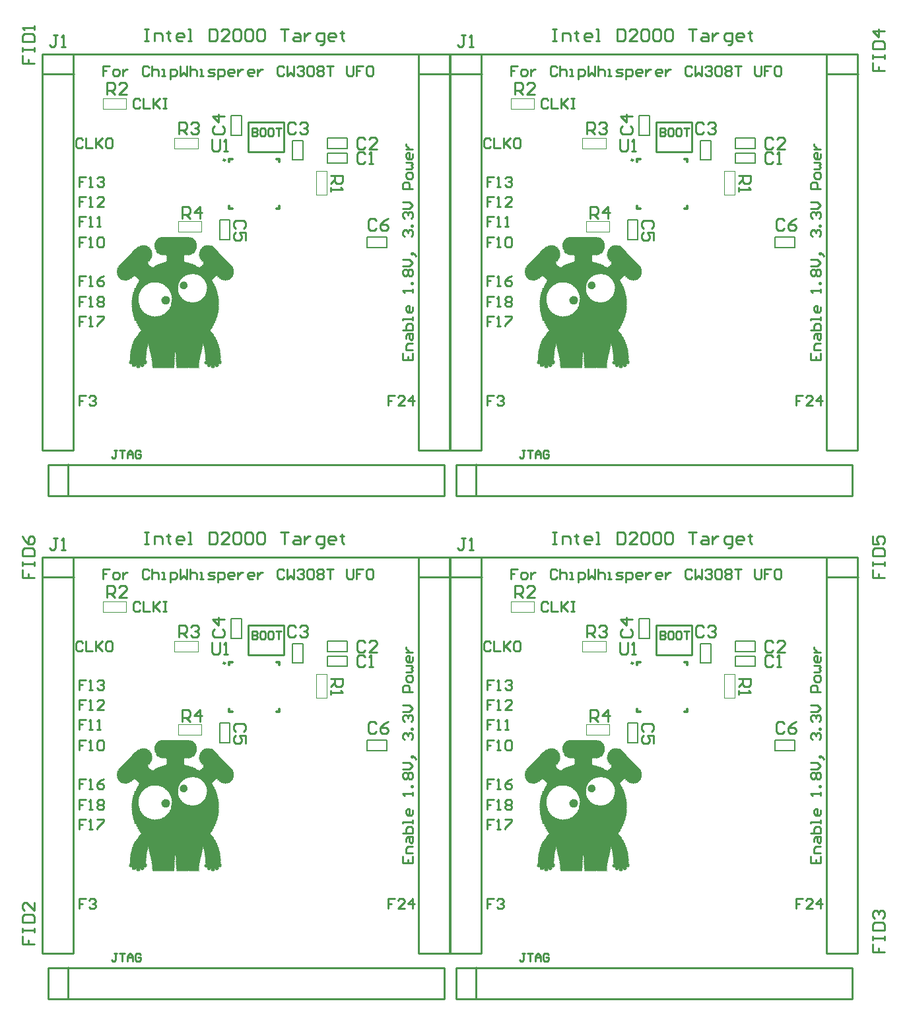
<source format=gto>
G04 Layer_Color=65535*
%FSLAX25Y25*%
%MOIN*%
G70*
G01*
G75*
%ADD21C,0.01000*%
%ADD31C,0.00984*%
%ADD32C,0.00394*%
%ADD33C,0.00787*%
%ADD34C,0.01181*%
G36*
X280837Y384240D02*
X281850D01*
Y383902D01*
X282188D01*
Y383565D01*
X282525D01*
Y383227D01*
X282863D01*
Y382890D01*
X283200D01*
Y382552D01*
X283538D01*
Y382215D01*
Y381877D01*
Y381540D01*
X283875D01*
Y381202D01*
Y380865D01*
Y380527D01*
Y380190D01*
Y379852D01*
Y379515D01*
Y379177D01*
Y378839D01*
Y378502D01*
X283538D01*
Y378164D01*
Y377827D01*
X283200D01*
Y377489D01*
Y377152D01*
X282863D01*
Y376814D01*
X282525D01*
Y376477D01*
X281513D01*
Y376139D01*
X281175D01*
Y375802D01*
X280163D01*
Y375464D01*
X279825D01*
Y375802D01*
X279487D01*
Y375464D01*
X279150D01*
Y375802D01*
X278812D01*
Y375464D01*
X278475D01*
Y375802D01*
X278137D01*
Y375464D01*
X277800D01*
Y375127D01*
Y374789D01*
Y374452D01*
Y374114D01*
Y373777D01*
Y373439D01*
Y373101D01*
Y372764D01*
Y372427D01*
X278137D01*
Y372089D01*
X279150D01*
Y371751D01*
X279487D01*
Y372089D01*
X279825D01*
Y371751D01*
X280163D01*
Y371414D01*
X281175D01*
Y371076D01*
X281513D01*
Y371414D01*
X281850D01*
Y371076D01*
X282188D01*
Y370739D01*
X283200D01*
Y370401D01*
X283538D01*
Y370064D01*
X283875D01*
Y369726D01*
X284888D01*
Y369389D01*
X285563D01*
Y369726D01*
X285900D01*
Y370064D01*
X286575D01*
Y370401D01*
Y370739D01*
X287250D01*
Y371076D01*
Y371414D01*
Y371751D01*
Y372089D01*
Y372427D01*
X286238D01*
Y372764D01*
X286575D01*
Y373101D01*
X285900D01*
Y373439D01*
Y373777D01*
X285563D01*
Y374114D01*
X285225D01*
Y374452D01*
X285563D01*
Y374789D01*
X285225D01*
Y375127D01*
X284888D01*
Y375464D01*
X285225D01*
Y375802D01*
X284888D01*
Y376139D01*
X285225D01*
Y376477D01*
Y376814D01*
Y377152D01*
X285563D01*
Y377489D01*
Y377827D01*
Y378164D01*
X285900D01*
Y378502D01*
X286238D01*
Y378839D01*
X286575D01*
Y379177D01*
Y379515D01*
X287250D01*
Y379852D01*
X287588D01*
Y380190D01*
X288601D01*
Y380527D01*
X288938D01*
Y380190D01*
X289276D01*
Y380527D01*
X289613D01*
Y380190D01*
X289951D01*
Y380527D01*
X290288D01*
Y380190D01*
X291976D01*
Y379852D01*
X292313D01*
Y379515D01*
X292651D01*
Y379177D01*
X292988D01*
Y378839D01*
X293326D01*
Y378502D01*
X293663D01*
Y378164D01*
X294001D01*
Y377827D01*
X294338D01*
Y377489D01*
X294676D01*
Y377152D01*
X295013D01*
Y376814D01*
X295351D01*
Y376477D01*
X295689D01*
Y376139D01*
X296026D01*
Y375802D01*
X296364D01*
Y375464D01*
X296701D01*
Y375127D01*
X297039D01*
Y374789D01*
X297376D01*
Y374452D01*
X297714D01*
Y374114D01*
X298051D01*
Y373777D01*
X298389D01*
Y373439D01*
X298726D01*
Y373101D01*
X299064D01*
Y372764D01*
X299401D01*
Y372427D01*
X299739D01*
Y372089D01*
X300076D01*
Y371751D01*
X300414D01*
Y371414D01*
X300751D01*
Y371076D01*
X301089D01*
Y370739D01*
X301427D01*
Y370401D01*
X301764D01*
Y370064D01*
X302101D01*
Y369726D01*
X302439D01*
Y369389D01*
Y369051D01*
Y368714D01*
X302777D01*
Y368376D01*
Y368039D01*
Y367701D01*
Y367364D01*
Y367026D01*
Y366689D01*
Y366351D01*
Y366014D01*
Y365676D01*
X302439D01*
Y365338D01*
Y365001D01*
Y364663D01*
X302101D01*
Y364326D01*
X301764D01*
Y363988D01*
X301427D01*
Y363651D01*
X301089D01*
Y363313D01*
X300751D01*
Y362976D01*
X299739D01*
Y362638D01*
X299401D01*
Y362976D01*
X299064D01*
Y362638D01*
X298051D01*
Y362976D01*
X297714D01*
Y362638D01*
X297376D01*
Y362976D01*
X296364D01*
Y363313D01*
X296026D01*
Y363651D01*
X295351D01*
Y363988D01*
Y364326D01*
X294338D01*
Y364663D01*
X294676D01*
Y365001D01*
X293663D01*
Y364663D01*
X293326D01*
Y364326D01*
X292988D01*
Y363988D01*
X292651D01*
Y363651D01*
X292313D01*
Y363313D01*
X291976D01*
Y362976D01*
X291638D01*
Y362638D01*
X291976D01*
Y362301D01*
Y361963D01*
X292313D01*
Y361626D01*
Y361288D01*
X292651D01*
Y360951D01*
X292988D01*
Y360613D01*
Y360276D01*
Y359938D01*
X293326D01*
Y359601D01*
X293663D01*
Y359263D01*
Y358926D01*
Y358588D01*
X294001D01*
Y358250D01*
Y357913D01*
Y357575D01*
X294338D01*
Y357238D01*
Y356900D01*
Y356563D01*
X294676D01*
Y356225D01*
X294338D01*
Y355888D01*
X294676D01*
Y355550D01*
Y355213D01*
Y354875D01*
X295013D01*
Y354538D01*
Y354200D01*
Y353863D01*
Y353525D01*
Y353188D01*
X295351D01*
Y352850D01*
X295013D01*
Y352513D01*
X295351D01*
Y352175D01*
X295013D01*
Y351837D01*
X295351D01*
Y351500D01*
X295013D01*
Y351163D01*
X295351D01*
Y350825D01*
X295013D01*
Y350487D01*
X295351D01*
Y350150D01*
X295013D01*
Y349812D01*
X295351D01*
Y349475D01*
X295013D01*
Y349137D01*
X295351D01*
Y348800D01*
X295013D01*
Y348462D01*
X295351D01*
Y348125D01*
X295013D01*
Y347787D01*
Y347450D01*
Y347112D01*
Y346775D01*
Y346437D01*
X294676D01*
Y346100D01*
Y345762D01*
Y345425D01*
X294338D01*
Y345087D01*
X294676D01*
Y344749D01*
X294338D01*
Y344412D01*
Y344075D01*
X294001D01*
Y343737D01*
Y343399D01*
X293663D01*
Y343062D01*
X294001D01*
Y342724D01*
X293663D01*
Y342387D01*
X293326D01*
Y342049D01*
Y341712D01*
Y341374D01*
X292988D01*
Y341037D01*
X292651D01*
Y340699D01*
Y340362D01*
Y340024D01*
X292313D01*
Y339687D01*
X291976D01*
Y339349D01*
Y339012D01*
Y338674D01*
X291638D01*
Y338337D01*
X291301D01*
Y337999D01*
X290963D01*
Y337662D01*
Y337324D01*
Y336986D01*
X291301D01*
Y336649D01*
X291638D01*
Y336311D01*
X291976D01*
Y335974D01*
X292313D01*
Y335636D01*
X292651D01*
Y335299D01*
Y334961D01*
Y334624D01*
X292988D01*
Y334286D01*
X293326D01*
Y333949D01*
X293663D01*
Y333611D01*
Y333274D01*
Y332936D01*
X294001D01*
Y332599D01*
X294338D01*
Y332261D01*
Y331924D01*
Y331586D01*
X294676D01*
Y331249D01*
Y330911D01*
Y330574D01*
X295013D01*
Y330236D01*
X295351D01*
Y329899D01*
X295013D01*
Y329561D01*
X295351D01*
Y329223D01*
Y328886D01*
Y328548D01*
X295689D01*
Y328211D01*
Y327873D01*
Y327536D01*
X296026D01*
Y327198D01*
X295689D01*
Y326861D01*
X296026D01*
Y326523D01*
X295689D01*
Y326186D01*
X296026D01*
Y325848D01*
Y325511D01*
Y325173D01*
Y324836D01*
Y324498D01*
X296364D01*
Y324161D01*
X296026D01*
Y323823D01*
X296364D01*
Y323485D01*
X296026D01*
Y323148D01*
X296364D01*
Y322810D01*
X296026D01*
Y322473D01*
X296364D01*
Y322135D01*
X296701D01*
Y321798D01*
X296364D01*
Y321460D01*
X296701D01*
Y321123D01*
X296364D01*
Y320785D01*
X296026D01*
Y320448D01*
X295689D01*
Y320785D01*
X295351D01*
Y320448D01*
X295013D01*
Y320110D01*
X295351D01*
Y319773D01*
X295013D01*
Y319435D01*
X294676D01*
Y319098D01*
X293663D01*
Y319435D01*
X293326D01*
Y319773D01*
X292988D01*
Y319435D01*
X293326D01*
Y319098D01*
X292988D01*
Y318760D01*
X292651D01*
Y318423D01*
X292313D01*
Y318760D01*
X291976D01*
Y318423D01*
X291638D01*
Y318760D01*
X291301D01*
Y319098D01*
X290963D01*
Y319435D01*
X290626D01*
Y319098D01*
X289613D01*
Y319435D01*
X289276D01*
Y319773D01*
Y320110D01*
Y320448D01*
X288263D01*
Y320785D01*
X287926D01*
Y321123D01*
X287588D01*
Y321460D01*
X287926D01*
Y321798D01*
Y322135D01*
X288601D01*
Y322473D01*
X288263D01*
Y322810D01*
Y323148D01*
Y323485D01*
Y323823D01*
Y324161D01*
Y324498D01*
Y324836D01*
Y325173D01*
Y325511D01*
X287926D01*
Y325848D01*
X288263D01*
Y326186D01*
X287926D01*
Y326523D01*
Y326861D01*
Y327198D01*
Y327536D01*
Y327873D01*
X287588D01*
Y328211D01*
X287926D01*
Y328548D01*
X287588D01*
Y328886D01*
Y329223D01*
Y329561D01*
X287250D01*
Y329899D01*
X286913D01*
Y329561D01*
Y329223D01*
Y328886D01*
X286575D01*
Y328548D01*
X286913D01*
Y328211D01*
X286575D01*
Y327873D01*
Y327536D01*
Y327198D01*
X286238D01*
Y326861D01*
X286575D01*
Y326523D01*
X286238D01*
Y326186D01*
Y325848D01*
Y325511D01*
X285900D01*
Y325173D01*
Y324836D01*
Y324498D01*
X285563D01*
Y324161D01*
X285900D01*
Y323823D01*
X285563D01*
Y323485D01*
Y323148D01*
Y322810D01*
X285225D01*
Y322473D01*
Y322135D01*
Y321798D01*
Y321460D01*
Y321123D01*
X284888D01*
Y320785D01*
X285225D01*
Y320448D01*
X284888D01*
Y320110D01*
X285225D01*
Y319773D01*
X284888D01*
Y319435D01*
X285225D01*
Y319098D01*
X284888D01*
Y318760D01*
X285225D01*
Y318423D01*
X284888D01*
Y318760D01*
X284550D01*
Y318423D01*
X284213D01*
Y318760D01*
X283875D01*
Y318423D01*
X283538D01*
Y318760D01*
X283200D01*
Y318423D01*
X282863D01*
Y318760D01*
X282525D01*
Y318423D01*
X282188D01*
Y318760D01*
X281850D01*
Y318423D01*
X281513D01*
Y318760D01*
X281175D01*
Y318423D01*
X280837D01*
Y318760D01*
X280500D01*
Y318423D01*
X280163D01*
Y318760D01*
X279825D01*
Y318423D01*
X279487D01*
Y318760D01*
X279150D01*
Y318423D01*
X278812D01*
Y318760D01*
X278475D01*
Y318423D01*
X278137D01*
Y318760D01*
X277800D01*
Y318423D01*
X277462D01*
Y318760D01*
X277125D01*
Y318423D01*
X276787D01*
Y318760D01*
X276450D01*
Y318423D01*
X276112D01*
Y318760D01*
X275775D01*
Y318423D01*
X275437D01*
Y318760D01*
X275100D01*
Y318423D01*
X274762D01*
Y318760D01*
X274425D01*
Y318423D01*
X274087D01*
Y318760D01*
X273749D01*
Y319098D01*
X274087D01*
Y319435D01*
X273749D01*
Y319773D01*
Y320110D01*
Y320448D01*
Y320785D01*
Y321123D01*
Y321460D01*
Y321798D01*
X273412D01*
Y322135D01*
X273749D01*
Y322473D01*
X273412D01*
Y322810D01*
X273749D01*
Y323148D01*
X273412D01*
Y323485D01*
X273749D01*
Y323823D01*
X273412D01*
Y324161D01*
X273749D01*
Y324498D01*
X273412D01*
Y324836D01*
X273749D01*
Y325173D01*
X273412D01*
Y325511D01*
Y325848D01*
Y326186D01*
X273075D01*
Y325848D01*
Y325511D01*
Y325173D01*
Y324836D01*
Y324498D01*
Y324161D01*
Y323823D01*
X272737D01*
Y323485D01*
X273075D01*
Y323148D01*
X272737D01*
Y322810D01*
X273075D01*
Y322473D01*
X272737D01*
Y322135D01*
X273075D01*
Y321798D01*
X272737D01*
Y321460D01*
X273075D01*
Y321123D01*
X272737D01*
Y320785D01*
X273075D01*
Y320448D01*
X272737D01*
Y320110D01*
Y319773D01*
Y319435D01*
Y319098D01*
Y318760D01*
X272399D01*
Y318423D01*
X272062D01*
Y318760D01*
X271724D01*
Y318423D01*
X271387D01*
Y318760D01*
X271049D01*
Y318423D01*
X270712D01*
Y318760D01*
X270374D01*
Y318423D01*
X270037D01*
Y318760D01*
X269699D01*
Y318423D01*
X269362D01*
Y318760D01*
X269024D01*
Y318423D01*
X268687D01*
Y318760D01*
X268349D01*
Y318423D01*
X268012D01*
Y318760D01*
X267674D01*
Y318423D01*
X267337D01*
Y318760D01*
X266999D01*
Y318423D01*
X266662D01*
Y318760D01*
X266324D01*
Y318423D01*
X265986D01*
Y318760D01*
X265649D01*
Y318423D01*
X265311D01*
Y318760D01*
X264974D01*
Y318423D01*
X264636D01*
Y318760D01*
X264299D01*
Y318423D01*
X263961D01*
Y318760D01*
X263624D01*
Y318423D01*
X263286D01*
Y318760D01*
X262949D01*
Y318423D01*
X262611D01*
Y318760D01*
X262274D01*
Y318423D01*
X261936D01*
Y318760D01*
X261599D01*
Y319098D01*
Y319435D01*
Y319773D01*
X261261D01*
Y320110D01*
X261599D01*
Y320448D01*
X261261D01*
Y320785D01*
X261599D01*
Y321123D01*
X261261D01*
Y321460D01*
X261599D01*
Y321798D01*
X261261D01*
Y322135D01*
Y322473D01*
Y322810D01*
X260924D01*
Y323148D01*
X261261D01*
Y323485D01*
X260924D01*
Y323823D01*
Y324161D01*
Y324498D01*
X260586D01*
Y324836D01*
X260924D01*
Y325173D01*
X260586D01*
Y325511D01*
Y325848D01*
Y326186D01*
X260249D01*
Y326523D01*
Y326861D01*
Y327198D01*
X259911D01*
Y327536D01*
X260249D01*
Y327873D01*
X259911D01*
Y328211D01*
Y328548D01*
Y328886D01*
X259574D01*
Y329223D01*
X259911D01*
Y329561D01*
X259574D01*
Y329899D01*
X259236D01*
Y329561D01*
Y329223D01*
Y328886D01*
X258898D01*
Y328548D01*
Y328211D01*
Y327873D01*
X258561D01*
Y327536D01*
X258898D01*
Y327198D01*
X258561D01*
Y326861D01*
Y326523D01*
Y326186D01*
Y325848D01*
Y325511D01*
Y325173D01*
Y324836D01*
X258223D01*
Y324498D01*
X258561D01*
Y324161D01*
X258223D01*
Y323823D01*
X258561D01*
Y323485D01*
X258223D01*
Y323148D01*
Y322810D01*
Y322473D01*
X258561D01*
Y322135D01*
X258898D01*
Y321798D01*
X258561D01*
Y321460D01*
X258898D01*
Y321123D01*
X258561D01*
Y320785D01*
X258223D01*
Y320448D01*
X257211D01*
Y320110D01*
X257548D01*
Y319773D01*
X257211D01*
Y319435D01*
X256873D01*
Y319098D01*
X255861D01*
Y319435D01*
X255523D01*
Y319773D01*
X255186D01*
Y319435D01*
X255523D01*
Y319098D01*
X255186D01*
Y318760D01*
X254848D01*
Y318423D01*
X254511D01*
Y318760D01*
X254173D01*
Y318423D01*
X253836D01*
Y318760D01*
X253498D01*
Y319098D01*
X253161D01*
Y319435D01*
X252823D01*
Y319098D01*
X252485D01*
Y319435D01*
X252148D01*
Y319098D01*
X251811D01*
Y319435D01*
X251473D01*
Y319773D01*
Y320110D01*
Y320448D01*
X251135D01*
Y320785D01*
X250798D01*
Y320448D01*
X250460D01*
Y320785D01*
X250123D01*
Y321123D01*
X249785D01*
Y321460D01*
X250123D01*
Y321798D01*
Y322135D01*
Y322473D01*
X250460D01*
Y322810D01*
Y323148D01*
Y323485D01*
Y323823D01*
Y324161D01*
Y324498D01*
Y324836D01*
Y325173D01*
Y325511D01*
X250798D01*
Y325848D01*
X250460D01*
Y326186D01*
X250798D01*
Y326523D01*
X250460D01*
Y326861D01*
X250798D01*
Y327198D01*
Y327536D01*
Y327873D01*
X251135D01*
Y328211D01*
Y328548D01*
Y328886D01*
X251473D01*
Y329223D01*
X251135D01*
Y329561D01*
X251473D01*
Y329899D01*
Y330236D01*
Y330574D01*
X251811D01*
Y330911D01*
X252148D01*
Y331249D01*
X251811D01*
Y331586D01*
X252148D01*
Y331924D01*
Y332261D01*
X252485D01*
Y332599D01*
Y332936D01*
X252823D01*
Y333274D01*
Y333611D01*
X253161D01*
Y333949D01*
Y334286D01*
X253498D01*
Y334624D01*
X253836D01*
Y334961D01*
X254173D01*
Y335299D01*
Y335636D01*
X254511D01*
Y335974D01*
Y336311D01*
X254848D01*
Y336649D01*
X255186D01*
Y336986D01*
X255523D01*
Y337324D01*
X255861D01*
Y337662D01*
X255523D01*
Y337999D01*
X255186D01*
Y338337D01*
Y338674D01*
X254511D01*
Y339012D01*
X254848D01*
Y339349D01*
X254511D01*
Y339687D01*
X254173D01*
Y340024D01*
X253836D01*
Y340362D01*
X254173D01*
Y340699D01*
X253836D01*
Y341037D01*
X253498D01*
Y341374D01*
X253161D01*
Y341712D01*
X253498D01*
Y342049D01*
X253161D01*
Y342387D01*
X252823D01*
Y342724D01*
X252485D01*
Y343062D01*
X252823D01*
Y343399D01*
X252485D01*
Y343737D01*
Y344075D01*
Y344412D01*
X252148D01*
Y344749D01*
Y345087D01*
Y345425D01*
X251811D01*
Y345762D01*
X252148D01*
Y346100D01*
X251811D01*
Y346437D01*
Y346775D01*
Y347112D01*
X251473D01*
Y347450D01*
Y347787D01*
Y348125D01*
Y348462D01*
Y348800D01*
Y349137D01*
Y349475D01*
X251135D01*
Y349812D01*
X251473D01*
Y350150D01*
X251135D01*
Y350487D01*
X251473D01*
Y350825D01*
X251135D01*
Y351163D01*
X251473D01*
Y351500D01*
X251135D01*
Y351837D01*
X251473D01*
Y352175D01*
X251135D01*
Y352513D01*
X251473D01*
Y352850D01*
Y353188D01*
Y353525D01*
Y353863D01*
Y354200D01*
X251811D01*
Y354538D01*
X251473D01*
Y354875D01*
X251811D01*
Y355213D01*
Y355550D01*
Y355888D01*
X252148D01*
Y356225D01*
X251811D01*
Y356563D01*
X252148D01*
Y356900D01*
X252485D01*
Y357238D01*
Y357575D01*
Y357913D01*
X252823D01*
Y358250D01*
X252485D01*
Y358588D01*
X252823D01*
Y358926D01*
X253161D01*
Y359263D01*
Y359601D01*
Y359938D01*
X253498D01*
Y360276D01*
Y360613D01*
X253836D01*
Y360951D01*
Y361288D01*
X254173D01*
Y361626D01*
X254511D01*
Y361963D01*
Y362301D01*
Y362638D01*
X254848D01*
Y362976D01*
X254511D01*
Y363313D01*
X254173D01*
Y363651D01*
X253836D01*
Y363988D01*
X253498D01*
Y364326D01*
X253161D01*
Y364663D01*
X252823D01*
Y365001D01*
X252485D01*
Y364663D01*
X252148D01*
Y364326D01*
X251473D01*
Y363988D01*
Y363651D01*
X250460D01*
Y363313D01*
X250123D01*
Y362976D01*
X249110D01*
Y362638D01*
X247423D01*
Y362976D01*
X247085D01*
Y362638D01*
X246748D01*
Y362976D01*
X245735D01*
Y363313D01*
X245397D01*
Y363651D01*
X245060D01*
Y363988D01*
X244722D01*
Y364326D01*
X244385D01*
Y364663D01*
Y365001D01*
X244047D01*
Y365338D01*
Y365676D01*
X243710D01*
Y366014D01*
X244047D01*
Y366351D01*
X243710D01*
Y366689D01*
Y367026D01*
Y367364D01*
Y367701D01*
Y368039D01*
X244047D01*
Y368376D01*
X243710D01*
Y368714D01*
X244047D01*
Y369051D01*
Y369389D01*
X244722D01*
Y369726D01*
X244385D01*
Y370064D01*
X244722D01*
Y370401D01*
X245060D01*
Y370739D01*
X245397D01*
Y371076D01*
X245735D01*
Y371414D01*
X246073D01*
Y371751D01*
X246410D01*
Y372089D01*
X246748D01*
Y372427D01*
X247085D01*
Y372764D01*
X247423D01*
Y373101D01*
X247760D01*
Y373439D01*
X248098D01*
Y373777D01*
X248435D01*
Y374114D01*
X248773D01*
Y374452D01*
X249110D01*
Y374789D01*
X249448D01*
Y375127D01*
X249785D01*
Y375464D01*
X250123D01*
Y375802D01*
X250460D01*
Y376139D01*
X250798D01*
Y376477D01*
X251135D01*
Y376814D01*
X251473D01*
Y377152D01*
X251811D01*
Y377489D01*
X252148D01*
Y377827D01*
X252485D01*
Y378164D01*
X252823D01*
Y378502D01*
X253161D01*
Y378839D01*
X253498D01*
Y379177D01*
X253836D01*
Y379515D01*
X254173D01*
Y379852D01*
X254511D01*
Y379515D01*
X254848D01*
Y379852D01*
X255186D01*
Y380190D01*
X256198D01*
Y380527D01*
X256536D01*
Y380190D01*
X256873D01*
Y380527D01*
X257211D01*
Y380190D01*
X257548D01*
Y380527D01*
X257886D01*
Y380190D01*
X258898D01*
Y379852D01*
X259236D01*
Y379515D01*
X260249D01*
Y379177D01*
X259911D01*
Y378839D01*
X260586D01*
Y378502D01*
Y378164D01*
X260924D01*
Y377827D01*
X261261D01*
Y377489D01*
Y377152D01*
Y376814D01*
X261599D01*
Y376477D01*
X261261D01*
Y376139D01*
X261599D01*
Y375802D01*
X261261D01*
Y375464D01*
X261599D01*
Y375127D01*
X261261D01*
Y374789D01*
Y374452D01*
Y374114D01*
X260924D01*
Y373777D01*
X260586D01*
Y373439D01*
Y373101D01*
X260249D01*
Y372764D01*
Y372427D01*
X259236D01*
Y372089D01*
X259574D01*
Y371751D01*
X259236D01*
Y371414D01*
X259574D01*
Y371076D01*
Y370739D01*
X259911D01*
Y370401D01*
X260249D01*
Y370064D01*
X260924D01*
Y369726D01*
X261261D01*
Y369389D01*
X261599D01*
Y369726D01*
X261936D01*
Y369389D01*
X262274D01*
Y369726D01*
X262611D01*
Y370064D01*
X262949D01*
Y370401D01*
X263624D01*
Y370739D01*
X264299D01*
Y371076D01*
X265311D01*
Y371414D01*
X266324D01*
Y371751D01*
X267337D01*
Y372089D01*
X268349D01*
Y372427D01*
X268687D01*
Y372764D01*
X269024D01*
Y373101D01*
X268687D01*
Y373439D01*
X269024D01*
Y373777D01*
X268687D01*
Y374114D01*
X269024D01*
Y374452D01*
X268687D01*
Y374789D01*
X269024D01*
Y375127D01*
X268687D01*
Y375464D01*
X268349D01*
Y375802D01*
X268012D01*
Y375464D01*
X267674D01*
Y375802D01*
X267337D01*
Y375464D01*
X266999D01*
Y375802D01*
X266662D01*
Y375464D01*
X266324D01*
Y375802D01*
X265311D01*
Y376139D01*
X264974D01*
Y376477D01*
X263961D01*
Y376814D01*
X263624D01*
Y377152D01*
X263286D01*
Y377489D01*
X263624D01*
Y377827D01*
X263286D01*
Y378164D01*
X262949D01*
Y378502D01*
X262611D01*
Y378839D01*
X262949D01*
Y379177D01*
X262611D01*
Y379515D01*
Y379852D01*
Y380190D01*
Y380527D01*
Y380865D01*
Y381202D01*
Y381540D01*
X262949D01*
Y381877D01*
Y382215D01*
X263286D01*
Y382552D01*
Y382890D01*
X263624D01*
Y383227D01*
X263961D01*
Y383565D01*
X264299D01*
Y383902D01*
X264636D01*
Y384240D01*
X265649D01*
Y384577D01*
X280163D01*
Y384240D01*
X280500D01*
Y384577D01*
X280837D01*
Y384240D01*
D02*
G37*
G36*
X74837D02*
X75850D01*
Y383902D01*
X76188D01*
Y383565D01*
X76525D01*
Y383227D01*
X76863D01*
Y382890D01*
X77200D01*
Y382552D01*
X77538D01*
Y382215D01*
Y381877D01*
Y381540D01*
X77875D01*
Y381202D01*
Y380865D01*
Y380527D01*
Y380190D01*
Y379852D01*
Y379515D01*
Y379177D01*
Y378839D01*
Y378502D01*
X77538D01*
Y378164D01*
Y377827D01*
X77200D01*
Y377489D01*
Y377152D01*
X76863D01*
Y376814D01*
X76525D01*
Y376477D01*
X75513D01*
Y376139D01*
X75175D01*
Y375802D01*
X74163D01*
Y375464D01*
X73825D01*
Y375802D01*
X73487D01*
Y375464D01*
X73150D01*
Y375802D01*
X72812D01*
Y375464D01*
X72475D01*
Y375802D01*
X72137D01*
Y375464D01*
X71800D01*
Y375127D01*
Y374789D01*
Y374452D01*
Y374114D01*
Y373777D01*
Y373439D01*
Y373101D01*
Y372764D01*
Y372427D01*
X72137D01*
Y372089D01*
X73150D01*
Y371751D01*
X73487D01*
Y372089D01*
X73825D01*
Y371751D01*
X74163D01*
Y371414D01*
X75175D01*
Y371076D01*
X75513D01*
Y371414D01*
X75850D01*
Y371076D01*
X76188D01*
Y370739D01*
X77200D01*
Y370401D01*
X77538D01*
Y370064D01*
X77875D01*
Y369726D01*
X78888D01*
Y369389D01*
X79563D01*
Y369726D01*
X79900D01*
Y370064D01*
X80575D01*
Y370401D01*
Y370739D01*
X81251D01*
Y371076D01*
Y371414D01*
Y371751D01*
Y372089D01*
Y372427D01*
X80238D01*
Y372764D01*
X80575D01*
Y373101D01*
X79900D01*
Y373439D01*
Y373777D01*
X79563D01*
Y374114D01*
X79225D01*
Y374452D01*
X79563D01*
Y374789D01*
X79225D01*
Y375127D01*
X78888D01*
Y375464D01*
X79225D01*
Y375802D01*
X78888D01*
Y376139D01*
X79225D01*
Y376477D01*
Y376814D01*
Y377152D01*
X79563D01*
Y377489D01*
Y377827D01*
Y378164D01*
X79900D01*
Y378502D01*
X80238D01*
Y378839D01*
X80575D01*
Y379177D01*
Y379515D01*
X81251D01*
Y379852D01*
X81588D01*
Y380190D01*
X82601D01*
Y380527D01*
X82938D01*
Y380190D01*
X83276D01*
Y380527D01*
X83613D01*
Y380190D01*
X83951D01*
Y380527D01*
X84288D01*
Y380190D01*
X85976D01*
Y379852D01*
X86313D01*
Y379515D01*
X86651D01*
Y379177D01*
X86988D01*
Y378839D01*
X87326D01*
Y378502D01*
X87663D01*
Y378164D01*
X88001D01*
Y377827D01*
X88339D01*
Y377489D01*
X88676D01*
Y377152D01*
X89013D01*
Y376814D01*
X89351D01*
Y376477D01*
X89689D01*
Y376139D01*
X90026D01*
Y375802D01*
X90364D01*
Y375464D01*
X90701D01*
Y375127D01*
X91039D01*
Y374789D01*
X91376D01*
Y374452D01*
X91714D01*
Y374114D01*
X92051D01*
Y373777D01*
X92389D01*
Y373439D01*
X92726D01*
Y373101D01*
X93064D01*
Y372764D01*
X93401D01*
Y372427D01*
X93739D01*
Y372089D01*
X94076D01*
Y371751D01*
X94414D01*
Y371414D01*
X94751D01*
Y371076D01*
X95089D01*
Y370739D01*
X95426D01*
Y370401D01*
X95764D01*
Y370064D01*
X96101D01*
Y369726D01*
X96439D01*
Y369389D01*
Y369051D01*
Y368714D01*
X96777D01*
Y368376D01*
Y368039D01*
Y367701D01*
Y367364D01*
Y367026D01*
Y366689D01*
Y366351D01*
Y366014D01*
Y365676D01*
X96439D01*
Y365338D01*
Y365001D01*
Y364663D01*
X96101D01*
Y364326D01*
X95764D01*
Y363988D01*
X95426D01*
Y363651D01*
X95089D01*
Y363313D01*
X94751D01*
Y362976D01*
X93739D01*
Y362638D01*
X93401D01*
Y362976D01*
X93064D01*
Y362638D01*
X92051D01*
Y362976D01*
X91714D01*
Y362638D01*
X91376D01*
Y362976D01*
X90364D01*
Y363313D01*
X90026D01*
Y363651D01*
X89351D01*
Y363988D01*
Y364326D01*
X88339D01*
Y364663D01*
X88676D01*
Y365001D01*
X87663D01*
Y364663D01*
X87326D01*
Y364326D01*
X86988D01*
Y363988D01*
X86651D01*
Y363651D01*
X86313D01*
Y363313D01*
X85976D01*
Y362976D01*
X85638D01*
Y362638D01*
X85976D01*
Y362301D01*
Y361963D01*
X86313D01*
Y361626D01*
Y361288D01*
X86651D01*
Y360951D01*
X86988D01*
Y360613D01*
Y360276D01*
Y359938D01*
X87326D01*
Y359601D01*
X87663D01*
Y359263D01*
Y358926D01*
Y358588D01*
X88001D01*
Y358250D01*
Y357913D01*
Y357575D01*
X88339D01*
Y357238D01*
Y356900D01*
Y356563D01*
X88676D01*
Y356225D01*
X88339D01*
Y355888D01*
X88676D01*
Y355550D01*
Y355213D01*
Y354875D01*
X89013D01*
Y354538D01*
Y354200D01*
Y353863D01*
Y353525D01*
Y353188D01*
X89351D01*
Y352850D01*
X89013D01*
Y352513D01*
X89351D01*
Y352175D01*
X89013D01*
Y351837D01*
X89351D01*
Y351500D01*
X89013D01*
Y351163D01*
X89351D01*
Y350825D01*
X89013D01*
Y350487D01*
X89351D01*
Y350150D01*
X89013D01*
Y349812D01*
X89351D01*
Y349475D01*
X89013D01*
Y349137D01*
X89351D01*
Y348800D01*
X89013D01*
Y348462D01*
X89351D01*
Y348125D01*
X89013D01*
Y347787D01*
Y347450D01*
Y347112D01*
Y346775D01*
Y346437D01*
X88676D01*
Y346100D01*
Y345762D01*
Y345425D01*
X88339D01*
Y345087D01*
X88676D01*
Y344749D01*
X88339D01*
Y344412D01*
Y344075D01*
X88001D01*
Y343737D01*
Y343399D01*
X87663D01*
Y343062D01*
X88001D01*
Y342724D01*
X87663D01*
Y342387D01*
X87326D01*
Y342049D01*
Y341712D01*
Y341374D01*
X86988D01*
Y341037D01*
X86651D01*
Y340699D01*
Y340362D01*
Y340024D01*
X86313D01*
Y339687D01*
X85976D01*
Y339349D01*
Y339012D01*
Y338674D01*
X85638D01*
Y338337D01*
X85301D01*
Y337999D01*
X84963D01*
Y337662D01*
Y337324D01*
Y336986D01*
X85301D01*
Y336649D01*
X85638D01*
Y336311D01*
X85976D01*
Y335974D01*
X86313D01*
Y335636D01*
X86651D01*
Y335299D01*
Y334961D01*
Y334624D01*
X86988D01*
Y334286D01*
X87326D01*
Y333949D01*
X87663D01*
Y333611D01*
Y333274D01*
Y332936D01*
X88001D01*
Y332599D01*
X88339D01*
Y332261D01*
Y331924D01*
Y331586D01*
X88676D01*
Y331249D01*
Y330911D01*
Y330574D01*
X89013D01*
Y330236D01*
X89351D01*
Y329899D01*
X89013D01*
Y329561D01*
X89351D01*
Y329223D01*
Y328886D01*
Y328548D01*
X89689D01*
Y328211D01*
Y327873D01*
Y327536D01*
X90026D01*
Y327198D01*
X89689D01*
Y326861D01*
X90026D01*
Y326523D01*
X89689D01*
Y326186D01*
X90026D01*
Y325848D01*
Y325511D01*
Y325173D01*
Y324836D01*
Y324498D01*
X90364D01*
Y324161D01*
X90026D01*
Y323823D01*
X90364D01*
Y323485D01*
X90026D01*
Y323148D01*
X90364D01*
Y322810D01*
X90026D01*
Y322473D01*
X90364D01*
Y322135D01*
X90701D01*
Y321798D01*
X90364D01*
Y321460D01*
X90701D01*
Y321123D01*
X90364D01*
Y320785D01*
X90026D01*
Y320448D01*
X89689D01*
Y320785D01*
X89351D01*
Y320448D01*
X89013D01*
Y320110D01*
X89351D01*
Y319773D01*
X89013D01*
Y319435D01*
X88676D01*
Y319098D01*
X87663D01*
Y319435D01*
X87326D01*
Y319773D01*
X86988D01*
Y319435D01*
X87326D01*
Y319098D01*
X86988D01*
Y318760D01*
X86651D01*
Y318423D01*
X86313D01*
Y318760D01*
X85976D01*
Y318423D01*
X85638D01*
Y318760D01*
X85301D01*
Y319098D01*
X84963D01*
Y319435D01*
X84626D01*
Y319098D01*
X83613D01*
Y319435D01*
X83276D01*
Y319773D01*
Y320110D01*
Y320448D01*
X82263D01*
Y320785D01*
X81925D01*
Y321123D01*
X81588D01*
Y321460D01*
X81925D01*
Y321798D01*
Y322135D01*
X82601D01*
Y322473D01*
X82263D01*
Y322810D01*
Y323148D01*
Y323485D01*
Y323823D01*
Y324161D01*
Y324498D01*
Y324836D01*
Y325173D01*
Y325511D01*
X81925D01*
Y325848D01*
X82263D01*
Y326186D01*
X81925D01*
Y326523D01*
Y326861D01*
Y327198D01*
Y327536D01*
Y327873D01*
X81588D01*
Y328211D01*
X81925D01*
Y328548D01*
X81588D01*
Y328886D01*
Y329223D01*
Y329561D01*
X81251D01*
Y329899D01*
X80913D01*
Y329561D01*
Y329223D01*
Y328886D01*
X80575D01*
Y328548D01*
X80913D01*
Y328211D01*
X80575D01*
Y327873D01*
Y327536D01*
Y327198D01*
X80238D01*
Y326861D01*
X80575D01*
Y326523D01*
X80238D01*
Y326186D01*
Y325848D01*
Y325511D01*
X79900D01*
Y325173D01*
Y324836D01*
Y324498D01*
X79563D01*
Y324161D01*
X79900D01*
Y323823D01*
X79563D01*
Y323485D01*
Y323148D01*
Y322810D01*
X79225D01*
Y322473D01*
Y322135D01*
Y321798D01*
Y321460D01*
Y321123D01*
X78888D01*
Y320785D01*
X79225D01*
Y320448D01*
X78888D01*
Y320110D01*
X79225D01*
Y319773D01*
X78888D01*
Y319435D01*
X79225D01*
Y319098D01*
X78888D01*
Y318760D01*
X79225D01*
Y318423D01*
X78888D01*
Y318760D01*
X78550D01*
Y318423D01*
X78213D01*
Y318760D01*
X77875D01*
Y318423D01*
X77538D01*
Y318760D01*
X77200D01*
Y318423D01*
X76863D01*
Y318760D01*
X76525D01*
Y318423D01*
X76188D01*
Y318760D01*
X75850D01*
Y318423D01*
X75513D01*
Y318760D01*
X75175D01*
Y318423D01*
X74837D01*
Y318760D01*
X74500D01*
Y318423D01*
X74163D01*
Y318760D01*
X73825D01*
Y318423D01*
X73487D01*
Y318760D01*
X73150D01*
Y318423D01*
X72812D01*
Y318760D01*
X72475D01*
Y318423D01*
X72137D01*
Y318760D01*
X71800D01*
Y318423D01*
X71462D01*
Y318760D01*
X71125D01*
Y318423D01*
X70787D01*
Y318760D01*
X70450D01*
Y318423D01*
X70112D01*
Y318760D01*
X69775D01*
Y318423D01*
X69437D01*
Y318760D01*
X69100D01*
Y318423D01*
X68762D01*
Y318760D01*
X68425D01*
Y318423D01*
X68087D01*
Y318760D01*
X67750D01*
Y319098D01*
X68087D01*
Y319435D01*
X67750D01*
Y319773D01*
Y320110D01*
Y320448D01*
Y320785D01*
Y321123D01*
Y321460D01*
Y321798D01*
X67412D01*
Y322135D01*
X67750D01*
Y322473D01*
X67412D01*
Y322810D01*
X67750D01*
Y323148D01*
X67412D01*
Y323485D01*
X67750D01*
Y323823D01*
X67412D01*
Y324161D01*
X67750D01*
Y324498D01*
X67412D01*
Y324836D01*
X67750D01*
Y325173D01*
X67412D01*
Y325511D01*
Y325848D01*
Y326186D01*
X67075D01*
Y325848D01*
Y325511D01*
Y325173D01*
Y324836D01*
Y324498D01*
Y324161D01*
Y323823D01*
X66737D01*
Y323485D01*
X67075D01*
Y323148D01*
X66737D01*
Y322810D01*
X67075D01*
Y322473D01*
X66737D01*
Y322135D01*
X67075D01*
Y321798D01*
X66737D01*
Y321460D01*
X67075D01*
Y321123D01*
X66737D01*
Y320785D01*
X67075D01*
Y320448D01*
X66737D01*
Y320110D01*
Y319773D01*
Y319435D01*
Y319098D01*
Y318760D01*
X66399D01*
Y318423D01*
X66062D01*
Y318760D01*
X65724D01*
Y318423D01*
X65387D01*
Y318760D01*
X65049D01*
Y318423D01*
X64712D01*
Y318760D01*
X64374D01*
Y318423D01*
X64037D01*
Y318760D01*
X63699D01*
Y318423D01*
X63362D01*
Y318760D01*
X63024D01*
Y318423D01*
X62687D01*
Y318760D01*
X62349D01*
Y318423D01*
X62012D01*
Y318760D01*
X61674D01*
Y318423D01*
X61337D01*
Y318760D01*
X60999D01*
Y318423D01*
X60662D01*
Y318760D01*
X60324D01*
Y318423D01*
X59987D01*
Y318760D01*
X59649D01*
Y318423D01*
X59311D01*
Y318760D01*
X58974D01*
Y318423D01*
X58636D01*
Y318760D01*
X58299D01*
Y318423D01*
X57961D01*
Y318760D01*
X57624D01*
Y318423D01*
X57286D01*
Y318760D01*
X56949D01*
Y318423D01*
X56611D01*
Y318760D01*
X56274D01*
Y318423D01*
X55936D01*
Y318760D01*
X55599D01*
Y319098D01*
Y319435D01*
Y319773D01*
X55261D01*
Y320110D01*
X55599D01*
Y320448D01*
X55261D01*
Y320785D01*
X55599D01*
Y321123D01*
X55261D01*
Y321460D01*
X55599D01*
Y321798D01*
X55261D01*
Y322135D01*
Y322473D01*
Y322810D01*
X54924D01*
Y323148D01*
X55261D01*
Y323485D01*
X54924D01*
Y323823D01*
Y324161D01*
Y324498D01*
X54586D01*
Y324836D01*
X54924D01*
Y325173D01*
X54586D01*
Y325511D01*
Y325848D01*
Y326186D01*
X54249D01*
Y326523D01*
Y326861D01*
Y327198D01*
X53911D01*
Y327536D01*
X54249D01*
Y327873D01*
X53911D01*
Y328211D01*
Y328548D01*
Y328886D01*
X53574D01*
Y329223D01*
X53911D01*
Y329561D01*
X53574D01*
Y329899D01*
X53236D01*
Y329561D01*
Y329223D01*
Y328886D01*
X52899D01*
Y328548D01*
Y328211D01*
Y327873D01*
X52561D01*
Y327536D01*
X52899D01*
Y327198D01*
X52561D01*
Y326861D01*
Y326523D01*
Y326186D01*
Y325848D01*
Y325511D01*
Y325173D01*
Y324836D01*
X52223D01*
Y324498D01*
X52561D01*
Y324161D01*
X52223D01*
Y323823D01*
X52561D01*
Y323485D01*
X52223D01*
Y323148D01*
Y322810D01*
Y322473D01*
X52561D01*
Y322135D01*
X52899D01*
Y321798D01*
X52561D01*
Y321460D01*
X52899D01*
Y321123D01*
X52561D01*
Y320785D01*
X52223D01*
Y320448D01*
X51211D01*
Y320110D01*
X51548D01*
Y319773D01*
X51211D01*
Y319435D01*
X50873D01*
Y319098D01*
X49861D01*
Y319435D01*
X49523D01*
Y319773D01*
X49186D01*
Y319435D01*
X49523D01*
Y319098D01*
X49186D01*
Y318760D01*
X48848D01*
Y318423D01*
X48511D01*
Y318760D01*
X48173D01*
Y318423D01*
X47836D01*
Y318760D01*
X47498D01*
Y319098D01*
X47161D01*
Y319435D01*
X46823D01*
Y319098D01*
X46485D01*
Y319435D01*
X46148D01*
Y319098D01*
X45810D01*
Y319435D01*
X45473D01*
Y319773D01*
Y320110D01*
Y320448D01*
X45135D01*
Y320785D01*
X44798D01*
Y320448D01*
X44460D01*
Y320785D01*
X44123D01*
Y321123D01*
X43785D01*
Y321460D01*
X44123D01*
Y321798D01*
Y322135D01*
Y322473D01*
X44460D01*
Y322810D01*
Y323148D01*
Y323485D01*
Y323823D01*
Y324161D01*
Y324498D01*
Y324836D01*
Y325173D01*
Y325511D01*
X44798D01*
Y325848D01*
X44460D01*
Y326186D01*
X44798D01*
Y326523D01*
X44460D01*
Y326861D01*
X44798D01*
Y327198D01*
Y327536D01*
Y327873D01*
X45135D01*
Y328211D01*
Y328548D01*
Y328886D01*
X45473D01*
Y329223D01*
X45135D01*
Y329561D01*
X45473D01*
Y329899D01*
Y330236D01*
Y330574D01*
X45810D01*
Y330911D01*
X46148D01*
Y331249D01*
X45810D01*
Y331586D01*
X46148D01*
Y331924D01*
Y332261D01*
X46485D01*
Y332599D01*
Y332936D01*
X46823D01*
Y333274D01*
Y333611D01*
X47161D01*
Y333949D01*
Y334286D01*
X47498D01*
Y334624D01*
X47836D01*
Y334961D01*
X48173D01*
Y335299D01*
Y335636D01*
X48511D01*
Y335974D01*
Y336311D01*
X48848D01*
Y336649D01*
X49186D01*
Y336986D01*
X49523D01*
Y337324D01*
X49861D01*
Y337662D01*
X49523D01*
Y337999D01*
X49186D01*
Y338337D01*
Y338674D01*
X48511D01*
Y339012D01*
X48848D01*
Y339349D01*
X48511D01*
Y339687D01*
X48173D01*
Y340024D01*
X47836D01*
Y340362D01*
X48173D01*
Y340699D01*
X47836D01*
Y341037D01*
X47498D01*
Y341374D01*
X47161D01*
Y341712D01*
X47498D01*
Y342049D01*
X47161D01*
Y342387D01*
X46823D01*
Y342724D01*
X46485D01*
Y343062D01*
X46823D01*
Y343399D01*
X46485D01*
Y343737D01*
Y344075D01*
Y344412D01*
X46148D01*
Y344749D01*
Y345087D01*
Y345425D01*
X45810D01*
Y345762D01*
X46148D01*
Y346100D01*
X45810D01*
Y346437D01*
Y346775D01*
Y347112D01*
X45473D01*
Y347450D01*
Y347787D01*
Y348125D01*
Y348462D01*
Y348800D01*
Y349137D01*
Y349475D01*
X45135D01*
Y349812D01*
X45473D01*
Y350150D01*
X45135D01*
Y350487D01*
X45473D01*
Y350825D01*
X45135D01*
Y351163D01*
X45473D01*
Y351500D01*
X45135D01*
Y351837D01*
X45473D01*
Y352175D01*
X45135D01*
Y352513D01*
X45473D01*
Y352850D01*
Y353188D01*
Y353525D01*
Y353863D01*
Y354200D01*
X45810D01*
Y354538D01*
X45473D01*
Y354875D01*
X45810D01*
Y355213D01*
Y355550D01*
Y355888D01*
X46148D01*
Y356225D01*
X45810D01*
Y356563D01*
X46148D01*
Y356900D01*
X46485D01*
Y357238D01*
Y357575D01*
Y357913D01*
X46823D01*
Y358250D01*
X46485D01*
Y358588D01*
X46823D01*
Y358926D01*
X47161D01*
Y359263D01*
Y359601D01*
Y359938D01*
X47498D01*
Y360276D01*
Y360613D01*
X47836D01*
Y360951D01*
Y361288D01*
X48173D01*
Y361626D01*
X48511D01*
Y361963D01*
Y362301D01*
Y362638D01*
X48848D01*
Y362976D01*
X48511D01*
Y363313D01*
X48173D01*
Y363651D01*
X47836D01*
Y363988D01*
X47498D01*
Y364326D01*
X47161D01*
Y364663D01*
X46823D01*
Y365001D01*
X46485D01*
Y364663D01*
X46148D01*
Y364326D01*
X45473D01*
Y363988D01*
Y363651D01*
X44460D01*
Y363313D01*
X44123D01*
Y362976D01*
X43110D01*
Y362638D01*
X41423D01*
Y362976D01*
X41085D01*
Y362638D01*
X40748D01*
Y362976D01*
X39735D01*
Y363313D01*
X39397D01*
Y363651D01*
X39060D01*
Y363988D01*
X38722D01*
Y364326D01*
X38385D01*
Y364663D01*
Y365001D01*
X38047D01*
Y365338D01*
Y365676D01*
X37710D01*
Y366014D01*
X38047D01*
Y366351D01*
X37710D01*
Y366689D01*
Y367026D01*
Y367364D01*
Y367701D01*
Y368039D01*
X38047D01*
Y368376D01*
X37710D01*
Y368714D01*
X38047D01*
Y369051D01*
Y369389D01*
X38722D01*
Y369726D01*
X38385D01*
Y370064D01*
X38722D01*
Y370401D01*
X39060D01*
Y370739D01*
X39397D01*
Y371076D01*
X39735D01*
Y371414D01*
X40073D01*
Y371751D01*
X40410D01*
Y372089D01*
X40748D01*
Y372427D01*
X41085D01*
Y372764D01*
X41423D01*
Y373101D01*
X41760D01*
Y373439D01*
X42098D01*
Y373777D01*
X42435D01*
Y374114D01*
X42773D01*
Y374452D01*
X43110D01*
Y374789D01*
X43448D01*
Y375127D01*
X43785D01*
Y375464D01*
X44123D01*
Y375802D01*
X44460D01*
Y376139D01*
X44798D01*
Y376477D01*
X45135D01*
Y376814D01*
X45473D01*
Y377152D01*
X45810D01*
Y377489D01*
X46148D01*
Y377827D01*
X46485D01*
Y378164D01*
X46823D01*
Y378502D01*
X47161D01*
Y378839D01*
X47498D01*
Y379177D01*
X47836D01*
Y379515D01*
X48173D01*
Y379852D01*
X48511D01*
Y379515D01*
X48848D01*
Y379852D01*
X49186D01*
Y380190D01*
X50198D01*
Y380527D01*
X50536D01*
Y380190D01*
X50873D01*
Y380527D01*
X51211D01*
Y380190D01*
X51548D01*
Y380527D01*
X51886D01*
Y380190D01*
X52899D01*
Y379852D01*
X53236D01*
Y379515D01*
X54249D01*
Y379177D01*
X53911D01*
Y378839D01*
X54586D01*
Y378502D01*
Y378164D01*
X54924D01*
Y377827D01*
X55261D01*
Y377489D01*
Y377152D01*
Y376814D01*
X55599D01*
Y376477D01*
X55261D01*
Y376139D01*
X55599D01*
Y375802D01*
X55261D01*
Y375464D01*
X55599D01*
Y375127D01*
X55261D01*
Y374789D01*
Y374452D01*
Y374114D01*
X54924D01*
Y373777D01*
X54586D01*
Y373439D01*
Y373101D01*
X54249D01*
Y372764D01*
Y372427D01*
X53236D01*
Y372089D01*
X53574D01*
Y371751D01*
X53236D01*
Y371414D01*
X53574D01*
Y371076D01*
Y370739D01*
X53911D01*
Y370401D01*
X54249D01*
Y370064D01*
X54924D01*
Y369726D01*
X55261D01*
Y369389D01*
X55599D01*
Y369726D01*
X55936D01*
Y369389D01*
X56274D01*
Y369726D01*
X56611D01*
Y370064D01*
X56949D01*
Y370401D01*
X57624D01*
Y370739D01*
X58299D01*
Y371076D01*
X59311D01*
Y371414D01*
X60324D01*
Y371751D01*
X61337D01*
Y372089D01*
X62349D01*
Y372427D01*
X62687D01*
Y372764D01*
X63024D01*
Y373101D01*
X62687D01*
Y373439D01*
X63024D01*
Y373777D01*
X62687D01*
Y374114D01*
X63024D01*
Y374452D01*
X62687D01*
Y374789D01*
X63024D01*
Y375127D01*
X62687D01*
Y375464D01*
X62349D01*
Y375802D01*
X62012D01*
Y375464D01*
X61674D01*
Y375802D01*
X61337D01*
Y375464D01*
X60999D01*
Y375802D01*
X60662D01*
Y375464D01*
X60324D01*
Y375802D01*
X59311D01*
Y376139D01*
X58974D01*
Y376477D01*
X57961D01*
Y376814D01*
X57624D01*
Y377152D01*
X57286D01*
Y377489D01*
X57624D01*
Y377827D01*
X57286D01*
Y378164D01*
X56949D01*
Y378502D01*
X56611D01*
Y378839D01*
X56949D01*
Y379177D01*
X56611D01*
Y379515D01*
Y379852D01*
Y380190D01*
Y380527D01*
Y380865D01*
Y381202D01*
Y381540D01*
X56949D01*
Y381877D01*
Y382215D01*
X57286D01*
Y382552D01*
Y382890D01*
X57624D01*
Y383227D01*
X57961D01*
Y383565D01*
X58299D01*
Y383902D01*
X58636D01*
Y384240D01*
X59649D01*
Y384577D01*
X74163D01*
Y384240D01*
X74500D01*
Y384577D01*
X74837D01*
Y384240D01*
D02*
G37*
G36*
X280837Y130240D02*
X281850D01*
Y129902D01*
X282188D01*
Y129565D01*
X282525D01*
Y129227D01*
X282863D01*
Y128890D01*
X283200D01*
Y128552D01*
X283538D01*
Y128215D01*
Y127877D01*
Y127540D01*
X283875D01*
Y127202D01*
Y126865D01*
Y126527D01*
Y126190D01*
Y125852D01*
Y125514D01*
Y125177D01*
Y124839D01*
Y124502D01*
X283538D01*
Y124164D01*
Y123827D01*
X283200D01*
Y123489D01*
Y123152D01*
X282863D01*
Y122814D01*
X282525D01*
Y122477D01*
X281513D01*
Y122139D01*
X281175D01*
Y121802D01*
X280163D01*
Y121464D01*
X279825D01*
Y121802D01*
X279487D01*
Y121464D01*
X279150D01*
Y121802D01*
X278812D01*
Y121464D01*
X278475D01*
Y121802D01*
X278137D01*
Y121464D01*
X277800D01*
Y121127D01*
Y120789D01*
Y120452D01*
Y120114D01*
Y119777D01*
Y119439D01*
Y119102D01*
Y118764D01*
Y118427D01*
X278137D01*
Y118089D01*
X279150D01*
Y117751D01*
X279487D01*
Y118089D01*
X279825D01*
Y117751D01*
X280163D01*
Y117414D01*
X281175D01*
Y117076D01*
X281513D01*
Y117414D01*
X281850D01*
Y117076D01*
X282188D01*
Y116739D01*
X283200D01*
Y116401D01*
X283538D01*
Y116064D01*
X283875D01*
Y115726D01*
X284888D01*
Y115389D01*
X285563D01*
Y115726D01*
X285900D01*
Y116064D01*
X286575D01*
Y116401D01*
Y116739D01*
X287250D01*
Y117076D01*
Y117414D01*
Y117751D01*
Y118089D01*
Y118427D01*
X286238D01*
Y118764D01*
X286575D01*
Y119102D01*
X285900D01*
Y119439D01*
Y119777D01*
X285563D01*
Y120114D01*
X285225D01*
Y120452D01*
X285563D01*
Y120789D01*
X285225D01*
Y121127D01*
X284888D01*
Y121464D01*
X285225D01*
Y121802D01*
X284888D01*
Y122139D01*
X285225D01*
Y122477D01*
Y122814D01*
Y123152D01*
X285563D01*
Y123489D01*
Y123827D01*
Y124164D01*
X285900D01*
Y124502D01*
X286238D01*
Y124839D01*
X286575D01*
Y125177D01*
Y125514D01*
X287250D01*
Y125852D01*
X287588D01*
Y126190D01*
X288601D01*
Y126527D01*
X288938D01*
Y126190D01*
X289276D01*
Y126527D01*
X289613D01*
Y126190D01*
X289951D01*
Y126527D01*
X290288D01*
Y126190D01*
X291976D01*
Y125852D01*
X292313D01*
Y125514D01*
X292651D01*
Y125177D01*
X292988D01*
Y124839D01*
X293326D01*
Y124502D01*
X293663D01*
Y124164D01*
X294001D01*
Y123827D01*
X294338D01*
Y123489D01*
X294676D01*
Y123152D01*
X295013D01*
Y122814D01*
X295351D01*
Y122477D01*
X295689D01*
Y122139D01*
X296026D01*
Y121802D01*
X296364D01*
Y121464D01*
X296701D01*
Y121127D01*
X297039D01*
Y120789D01*
X297376D01*
Y120452D01*
X297714D01*
Y120114D01*
X298051D01*
Y119777D01*
X298389D01*
Y119439D01*
X298726D01*
Y119102D01*
X299064D01*
Y118764D01*
X299401D01*
Y118427D01*
X299739D01*
Y118089D01*
X300076D01*
Y117751D01*
X300414D01*
Y117414D01*
X300751D01*
Y117076D01*
X301089D01*
Y116739D01*
X301427D01*
Y116401D01*
X301764D01*
Y116064D01*
X302101D01*
Y115726D01*
X302439D01*
Y115389D01*
Y115051D01*
Y114714D01*
X302777D01*
Y114376D01*
Y114039D01*
Y113701D01*
Y113364D01*
Y113026D01*
Y112689D01*
Y112351D01*
Y112013D01*
Y111676D01*
X302439D01*
Y111338D01*
Y111001D01*
Y110663D01*
X302101D01*
Y110326D01*
X301764D01*
Y109988D01*
X301427D01*
Y109651D01*
X301089D01*
Y109313D01*
X300751D01*
Y108976D01*
X299739D01*
Y108638D01*
X299401D01*
Y108976D01*
X299064D01*
Y108638D01*
X298051D01*
Y108976D01*
X297714D01*
Y108638D01*
X297376D01*
Y108976D01*
X296364D01*
Y109313D01*
X296026D01*
Y109651D01*
X295351D01*
Y109988D01*
Y110326D01*
X294338D01*
Y110663D01*
X294676D01*
Y111001D01*
X293663D01*
Y110663D01*
X293326D01*
Y110326D01*
X292988D01*
Y109988D01*
X292651D01*
Y109651D01*
X292313D01*
Y109313D01*
X291976D01*
Y108976D01*
X291638D01*
Y108638D01*
X291976D01*
Y108301D01*
Y107963D01*
X292313D01*
Y107626D01*
Y107288D01*
X292651D01*
Y106951D01*
X292988D01*
Y106613D01*
Y106276D01*
Y105938D01*
X293326D01*
Y105601D01*
X293663D01*
Y105263D01*
Y104926D01*
Y104588D01*
X294001D01*
Y104251D01*
Y103913D01*
Y103575D01*
X294338D01*
Y103238D01*
Y102900D01*
Y102563D01*
X294676D01*
Y102225D01*
X294338D01*
Y101888D01*
X294676D01*
Y101550D01*
Y101213D01*
Y100875D01*
X295013D01*
Y100538D01*
Y100200D01*
Y99863D01*
Y99525D01*
Y99188D01*
X295351D01*
Y98850D01*
X295013D01*
Y98513D01*
X295351D01*
Y98175D01*
X295013D01*
Y97838D01*
X295351D01*
Y97500D01*
X295013D01*
Y97162D01*
X295351D01*
Y96825D01*
X295013D01*
Y96487D01*
X295351D01*
Y96150D01*
X295013D01*
Y95812D01*
X295351D01*
Y95475D01*
X295013D01*
Y95137D01*
X295351D01*
Y94800D01*
X295013D01*
Y94462D01*
X295351D01*
Y94125D01*
X295013D01*
Y93787D01*
Y93450D01*
Y93112D01*
Y92775D01*
Y92437D01*
X294676D01*
Y92100D01*
Y91762D01*
Y91425D01*
X294338D01*
Y91087D01*
X294676D01*
Y90750D01*
X294338D01*
Y90412D01*
Y90074D01*
X294001D01*
Y89737D01*
Y89399D01*
X293663D01*
Y89062D01*
X294001D01*
Y88724D01*
X293663D01*
Y88387D01*
X293326D01*
Y88049D01*
Y87712D01*
Y87374D01*
X292988D01*
Y87037D01*
X292651D01*
Y86699D01*
Y86362D01*
Y86024D01*
X292313D01*
Y85687D01*
X291976D01*
Y85349D01*
Y85012D01*
Y84674D01*
X291638D01*
Y84337D01*
X291301D01*
Y83999D01*
X290963D01*
Y83662D01*
Y83324D01*
Y82986D01*
X291301D01*
Y82649D01*
X291638D01*
Y82311D01*
X291976D01*
Y81974D01*
X292313D01*
Y81636D01*
X292651D01*
Y81299D01*
Y80961D01*
Y80624D01*
X292988D01*
Y80286D01*
X293326D01*
Y79949D01*
X293663D01*
Y79611D01*
Y79274D01*
Y78936D01*
X294001D01*
Y78599D01*
X294338D01*
Y78261D01*
Y77924D01*
Y77586D01*
X294676D01*
Y77249D01*
Y76911D01*
Y76573D01*
X295013D01*
Y76236D01*
X295351D01*
Y75898D01*
X295013D01*
Y75561D01*
X295351D01*
Y75223D01*
Y74886D01*
Y74548D01*
X295689D01*
Y74211D01*
Y73873D01*
Y73536D01*
X296026D01*
Y73198D01*
X295689D01*
Y72861D01*
X296026D01*
Y72523D01*
X295689D01*
Y72186D01*
X296026D01*
Y71848D01*
Y71511D01*
Y71173D01*
Y70836D01*
Y70498D01*
X296364D01*
Y70161D01*
X296026D01*
Y69823D01*
X296364D01*
Y69485D01*
X296026D01*
Y69148D01*
X296364D01*
Y68810D01*
X296026D01*
Y68473D01*
X296364D01*
Y68135D01*
X296701D01*
Y67798D01*
X296364D01*
Y67460D01*
X296701D01*
Y67123D01*
X296364D01*
Y66785D01*
X296026D01*
Y66448D01*
X295689D01*
Y66785D01*
X295351D01*
Y66448D01*
X295013D01*
Y66110D01*
X295351D01*
Y65773D01*
X295013D01*
Y65435D01*
X294676D01*
Y65098D01*
X293663D01*
Y65435D01*
X293326D01*
Y65773D01*
X292988D01*
Y65435D01*
X293326D01*
Y65098D01*
X292988D01*
Y64760D01*
X292651D01*
Y64423D01*
X292313D01*
Y64760D01*
X291976D01*
Y64423D01*
X291638D01*
Y64760D01*
X291301D01*
Y65098D01*
X290963D01*
Y65435D01*
X290626D01*
Y65098D01*
X289613D01*
Y65435D01*
X289276D01*
Y65773D01*
Y66110D01*
Y66448D01*
X288263D01*
Y66785D01*
X287926D01*
Y67123D01*
X287588D01*
Y67460D01*
X287926D01*
Y67798D01*
Y68135D01*
X288601D01*
Y68473D01*
X288263D01*
Y68810D01*
Y69148D01*
Y69485D01*
Y69823D01*
Y70161D01*
Y70498D01*
Y70836D01*
Y71173D01*
Y71511D01*
X287926D01*
Y71848D01*
X288263D01*
Y72186D01*
X287926D01*
Y72523D01*
Y72861D01*
Y73198D01*
Y73536D01*
Y73873D01*
X287588D01*
Y74211D01*
X287926D01*
Y74548D01*
X287588D01*
Y74886D01*
Y75223D01*
Y75561D01*
X287250D01*
Y75898D01*
X286913D01*
Y75561D01*
Y75223D01*
Y74886D01*
X286575D01*
Y74548D01*
X286913D01*
Y74211D01*
X286575D01*
Y73873D01*
Y73536D01*
Y73198D01*
X286238D01*
Y72861D01*
X286575D01*
Y72523D01*
X286238D01*
Y72186D01*
Y71848D01*
Y71511D01*
X285900D01*
Y71173D01*
Y70836D01*
Y70498D01*
X285563D01*
Y70161D01*
X285900D01*
Y69823D01*
X285563D01*
Y69485D01*
Y69148D01*
Y68810D01*
X285225D01*
Y68473D01*
Y68135D01*
Y67798D01*
Y67460D01*
Y67123D01*
X284888D01*
Y66785D01*
X285225D01*
Y66448D01*
X284888D01*
Y66110D01*
X285225D01*
Y65773D01*
X284888D01*
Y65435D01*
X285225D01*
Y65098D01*
X284888D01*
Y64760D01*
X285225D01*
Y64423D01*
X284888D01*
Y64760D01*
X284550D01*
Y64423D01*
X284213D01*
Y64760D01*
X283875D01*
Y64423D01*
X283538D01*
Y64760D01*
X283200D01*
Y64423D01*
X282863D01*
Y64760D01*
X282525D01*
Y64423D01*
X282188D01*
Y64760D01*
X281850D01*
Y64423D01*
X281513D01*
Y64760D01*
X281175D01*
Y64423D01*
X280837D01*
Y64760D01*
X280500D01*
Y64423D01*
X280163D01*
Y64760D01*
X279825D01*
Y64423D01*
X279487D01*
Y64760D01*
X279150D01*
Y64423D01*
X278812D01*
Y64760D01*
X278475D01*
Y64423D01*
X278137D01*
Y64760D01*
X277800D01*
Y64423D01*
X277462D01*
Y64760D01*
X277125D01*
Y64423D01*
X276787D01*
Y64760D01*
X276450D01*
Y64423D01*
X276112D01*
Y64760D01*
X275775D01*
Y64423D01*
X275437D01*
Y64760D01*
X275100D01*
Y64423D01*
X274762D01*
Y64760D01*
X274425D01*
Y64423D01*
X274087D01*
Y64760D01*
X273749D01*
Y65098D01*
X274087D01*
Y65435D01*
X273749D01*
Y65773D01*
Y66110D01*
Y66448D01*
Y66785D01*
Y67123D01*
Y67460D01*
Y67798D01*
X273412D01*
Y68135D01*
X273749D01*
Y68473D01*
X273412D01*
Y68810D01*
X273749D01*
Y69148D01*
X273412D01*
Y69485D01*
X273749D01*
Y69823D01*
X273412D01*
Y70161D01*
X273749D01*
Y70498D01*
X273412D01*
Y70836D01*
X273749D01*
Y71173D01*
X273412D01*
Y71511D01*
Y71848D01*
Y72186D01*
X273075D01*
Y71848D01*
Y71511D01*
Y71173D01*
Y70836D01*
Y70498D01*
Y70161D01*
Y69823D01*
X272737D01*
Y69485D01*
X273075D01*
Y69148D01*
X272737D01*
Y68810D01*
X273075D01*
Y68473D01*
X272737D01*
Y68135D01*
X273075D01*
Y67798D01*
X272737D01*
Y67460D01*
X273075D01*
Y67123D01*
X272737D01*
Y66785D01*
X273075D01*
Y66448D01*
X272737D01*
Y66110D01*
Y65773D01*
Y65435D01*
Y65098D01*
Y64760D01*
X272399D01*
Y64423D01*
X272062D01*
Y64760D01*
X271724D01*
Y64423D01*
X271387D01*
Y64760D01*
X271049D01*
Y64423D01*
X270712D01*
Y64760D01*
X270374D01*
Y64423D01*
X270037D01*
Y64760D01*
X269699D01*
Y64423D01*
X269362D01*
Y64760D01*
X269024D01*
Y64423D01*
X268687D01*
Y64760D01*
X268349D01*
Y64423D01*
X268012D01*
Y64760D01*
X267674D01*
Y64423D01*
X267337D01*
Y64760D01*
X266999D01*
Y64423D01*
X266662D01*
Y64760D01*
X266324D01*
Y64423D01*
X265986D01*
Y64760D01*
X265649D01*
Y64423D01*
X265311D01*
Y64760D01*
X264974D01*
Y64423D01*
X264636D01*
Y64760D01*
X264299D01*
Y64423D01*
X263961D01*
Y64760D01*
X263624D01*
Y64423D01*
X263286D01*
Y64760D01*
X262949D01*
Y64423D01*
X262611D01*
Y64760D01*
X262274D01*
Y64423D01*
X261936D01*
Y64760D01*
X261599D01*
Y65098D01*
Y65435D01*
Y65773D01*
X261261D01*
Y66110D01*
X261599D01*
Y66448D01*
X261261D01*
Y66785D01*
X261599D01*
Y67123D01*
X261261D01*
Y67460D01*
X261599D01*
Y67798D01*
X261261D01*
Y68135D01*
Y68473D01*
Y68810D01*
X260924D01*
Y69148D01*
X261261D01*
Y69485D01*
X260924D01*
Y69823D01*
Y70161D01*
Y70498D01*
X260586D01*
Y70836D01*
X260924D01*
Y71173D01*
X260586D01*
Y71511D01*
Y71848D01*
Y72186D01*
X260249D01*
Y72523D01*
Y72861D01*
Y73198D01*
X259911D01*
Y73536D01*
X260249D01*
Y73873D01*
X259911D01*
Y74211D01*
Y74548D01*
Y74886D01*
X259574D01*
Y75223D01*
X259911D01*
Y75561D01*
X259574D01*
Y75898D01*
X259236D01*
Y75561D01*
Y75223D01*
Y74886D01*
X258898D01*
Y74548D01*
Y74211D01*
Y73873D01*
X258561D01*
Y73536D01*
X258898D01*
Y73198D01*
X258561D01*
Y72861D01*
Y72523D01*
Y72186D01*
Y71848D01*
Y71511D01*
Y71173D01*
Y70836D01*
X258223D01*
Y70498D01*
X258561D01*
Y70161D01*
X258223D01*
Y69823D01*
X258561D01*
Y69485D01*
X258223D01*
Y69148D01*
Y68810D01*
Y68473D01*
X258561D01*
Y68135D01*
X258898D01*
Y67798D01*
X258561D01*
Y67460D01*
X258898D01*
Y67123D01*
X258561D01*
Y66785D01*
X258223D01*
Y66448D01*
X257211D01*
Y66110D01*
X257548D01*
Y65773D01*
X257211D01*
Y65435D01*
X256873D01*
Y65098D01*
X255861D01*
Y65435D01*
X255523D01*
Y65773D01*
X255186D01*
Y65435D01*
X255523D01*
Y65098D01*
X255186D01*
Y64760D01*
X254848D01*
Y64423D01*
X254511D01*
Y64760D01*
X254173D01*
Y64423D01*
X253836D01*
Y64760D01*
X253498D01*
Y65098D01*
X253161D01*
Y65435D01*
X252823D01*
Y65098D01*
X252485D01*
Y65435D01*
X252148D01*
Y65098D01*
X251811D01*
Y65435D01*
X251473D01*
Y65773D01*
Y66110D01*
Y66448D01*
X251135D01*
Y66785D01*
X250798D01*
Y66448D01*
X250460D01*
Y66785D01*
X250123D01*
Y67123D01*
X249785D01*
Y67460D01*
X250123D01*
Y67798D01*
Y68135D01*
Y68473D01*
X250460D01*
Y68810D01*
Y69148D01*
Y69485D01*
Y69823D01*
Y70161D01*
Y70498D01*
Y70836D01*
Y71173D01*
Y71511D01*
X250798D01*
Y71848D01*
X250460D01*
Y72186D01*
X250798D01*
Y72523D01*
X250460D01*
Y72861D01*
X250798D01*
Y73198D01*
Y73536D01*
Y73873D01*
X251135D01*
Y74211D01*
Y74548D01*
Y74886D01*
X251473D01*
Y75223D01*
X251135D01*
Y75561D01*
X251473D01*
Y75898D01*
Y76236D01*
Y76573D01*
X251811D01*
Y76911D01*
X252148D01*
Y77249D01*
X251811D01*
Y77586D01*
X252148D01*
Y77924D01*
Y78261D01*
X252485D01*
Y78599D01*
Y78936D01*
X252823D01*
Y79274D01*
Y79611D01*
X253161D01*
Y79949D01*
Y80286D01*
X253498D01*
Y80624D01*
X253836D01*
Y80961D01*
X254173D01*
Y81299D01*
Y81636D01*
X254511D01*
Y81974D01*
Y82311D01*
X254848D01*
Y82649D01*
X255186D01*
Y82986D01*
X255523D01*
Y83324D01*
X255861D01*
Y83662D01*
X255523D01*
Y83999D01*
X255186D01*
Y84337D01*
Y84674D01*
X254511D01*
Y85012D01*
X254848D01*
Y85349D01*
X254511D01*
Y85687D01*
X254173D01*
Y86024D01*
X253836D01*
Y86362D01*
X254173D01*
Y86699D01*
X253836D01*
Y87037D01*
X253498D01*
Y87374D01*
X253161D01*
Y87712D01*
X253498D01*
Y88049D01*
X253161D01*
Y88387D01*
X252823D01*
Y88724D01*
X252485D01*
Y89062D01*
X252823D01*
Y89399D01*
X252485D01*
Y89737D01*
Y90074D01*
Y90412D01*
X252148D01*
Y90750D01*
Y91087D01*
Y91425D01*
X251811D01*
Y91762D01*
X252148D01*
Y92100D01*
X251811D01*
Y92437D01*
Y92775D01*
Y93112D01*
X251473D01*
Y93450D01*
Y93787D01*
Y94125D01*
Y94462D01*
Y94800D01*
Y95137D01*
Y95475D01*
X251135D01*
Y95812D01*
X251473D01*
Y96150D01*
X251135D01*
Y96487D01*
X251473D01*
Y96825D01*
X251135D01*
Y97162D01*
X251473D01*
Y97500D01*
X251135D01*
Y97838D01*
X251473D01*
Y98175D01*
X251135D01*
Y98513D01*
X251473D01*
Y98850D01*
Y99188D01*
Y99525D01*
Y99863D01*
Y100200D01*
X251811D01*
Y100538D01*
X251473D01*
Y100875D01*
X251811D01*
Y101213D01*
Y101550D01*
Y101888D01*
X252148D01*
Y102225D01*
X251811D01*
Y102563D01*
X252148D01*
Y102900D01*
X252485D01*
Y103238D01*
Y103575D01*
Y103913D01*
X252823D01*
Y104251D01*
X252485D01*
Y104588D01*
X252823D01*
Y104926D01*
X253161D01*
Y105263D01*
Y105601D01*
Y105938D01*
X253498D01*
Y106276D01*
Y106613D01*
X253836D01*
Y106951D01*
Y107288D01*
X254173D01*
Y107626D01*
X254511D01*
Y107963D01*
Y108301D01*
Y108638D01*
X254848D01*
Y108976D01*
X254511D01*
Y109313D01*
X254173D01*
Y109651D01*
X253836D01*
Y109988D01*
X253498D01*
Y110326D01*
X253161D01*
Y110663D01*
X252823D01*
Y111001D01*
X252485D01*
Y110663D01*
X252148D01*
Y110326D01*
X251473D01*
Y109988D01*
Y109651D01*
X250460D01*
Y109313D01*
X250123D01*
Y108976D01*
X249110D01*
Y108638D01*
X247423D01*
Y108976D01*
X247085D01*
Y108638D01*
X246748D01*
Y108976D01*
X245735D01*
Y109313D01*
X245397D01*
Y109651D01*
X245060D01*
Y109988D01*
X244722D01*
Y110326D01*
X244385D01*
Y110663D01*
Y111001D01*
X244047D01*
Y111338D01*
Y111676D01*
X243710D01*
Y112013D01*
X244047D01*
Y112351D01*
X243710D01*
Y112689D01*
Y113026D01*
Y113364D01*
Y113701D01*
Y114039D01*
X244047D01*
Y114376D01*
X243710D01*
Y114714D01*
X244047D01*
Y115051D01*
Y115389D01*
X244722D01*
Y115726D01*
X244385D01*
Y116064D01*
X244722D01*
Y116401D01*
X245060D01*
Y116739D01*
X245397D01*
Y117076D01*
X245735D01*
Y117414D01*
X246073D01*
Y117751D01*
X246410D01*
Y118089D01*
X246748D01*
Y118427D01*
X247085D01*
Y118764D01*
X247423D01*
Y119102D01*
X247760D01*
Y119439D01*
X248098D01*
Y119777D01*
X248435D01*
Y120114D01*
X248773D01*
Y120452D01*
X249110D01*
Y120789D01*
X249448D01*
Y121127D01*
X249785D01*
Y121464D01*
X250123D01*
Y121802D01*
X250460D01*
Y122139D01*
X250798D01*
Y122477D01*
X251135D01*
Y122814D01*
X251473D01*
Y123152D01*
X251811D01*
Y123489D01*
X252148D01*
Y123827D01*
X252485D01*
Y124164D01*
X252823D01*
Y124502D01*
X253161D01*
Y124839D01*
X253498D01*
Y125177D01*
X253836D01*
Y125514D01*
X254173D01*
Y125852D01*
X254511D01*
Y125514D01*
X254848D01*
Y125852D01*
X255186D01*
Y126190D01*
X256198D01*
Y126527D01*
X256536D01*
Y126190D01*
X256873D01*
Y126527D01*
X257211D01*
Y126190D01*
X257548D01*
Y126527D01*
X257886D01*
Y126190D01*
X258898D01*
Y125852D01*
X259236D01*
Y125514D01*
X260249D01*
Y125177D01*
X259911D01*
Y124839D01*
X260586D01*
Y124502D01*
Y124164D01*
X260924D01*
Y123827D01*
X261261D01*
Y123489D01*
Y123152D01*
Y122814D01*
X261599D01*
Y122477D01*
X261261D01*
Y122139D01*
X261599D01*
Y121802D01*
X261261D01*
Y121464D01*
X261599D01*
Y121127D01*
X261261D01*
Y120789D01*
Y120452D01*
Y120114D01*
X260924D01*
Y119777D01*
X260586D01*
Y119439D01*
Y119102D01*
X260249D01*
Y118764D01*
Y118427D01*
X259236D01*
Y118089D01*
X259574D01*
Y117751D01*
X259236D01*
Y117414D01*
X259574D01*
Y117076D01*
Y116739D01*
X259911D01*
Y116401D01*
X260249D01*
Y116064D01*
X260924D01*
Y115726D01*
X261261D01*
Y115389D01*
X261599D01*
Y115726D01*
X261936D01*
Y115389D01*
X262274D01*
Y115726D01*
X262611D01*
Y116064D01*
X262949D01*
Y116401D01*
X263624D01*
Y116739D01*
X264299D01*
Y117076D01*
X265311D01*
Y117414D01*
X266324D01*
Y117751D01*
X267337D01*
Y118089D01*
X268349D01*
Y118427D01*
X268687D01*
Y118764D01*
X269024D01*
Y119102D01*
X268687D01*
Y119439D01*
X269024D01*
Y119777D01*
X268687D01*
Y120114D01*
X269024D01*
Y120452D01*
X268687D01*
Y120789D01*
X269024D01*
Y121127D01*
X268687D01*
Y121464D01*
X268349D01*
Y121802D01*
X268012D01*
Y121464D01*
X267674D01*
Y121802D01*
X267337D01*
Y121464D01*
X266999D01*
Y121802D01*
X266662D01*
Y121464D01*
X266324D01*
Y121802D01*
X265311D01*
Y122139D01*
X264974D01*
Y122477D01*
X263961D01*
Y122814D01*
X263624D01*
Y123152D01*
X263286D01*
Y123489D01*
X263624D01*
Y123827D01*
X263286D01*
Y124164D01*
X262949D01*
Y124502D01*
X262611D01*
Y124839D01*
X262949D01*
Y125177D01*
X262611D01*
Y125514D01*
Y125852D01*
Y126190D01*
Y126527D01*
Y126865D01*
Y127202D01*
Y127540D01*
X262949D01*
Y127877D01*
Y128215D01*
X263286D01*
Y128552D01*
Y128890D01*
X263624D01*
Y129227D01*
X263961D01*
Y129565D01*
X264299D01*
Y129902D01*
X264636D01*
Y130240D01*
X265649D01*
Y130577D01*
X280163D01*
Y130240D01*
X280500D01*
Y130577D01*
X280837D01*
Y130240D01*
D02*
G37*
G36*
X74837D02*
X75850D01*
Y129902D01*
X76188D01*
Y129565D01*
X76525D01*
Y129227D01*
X76863D01*
Y128890D01*
X77200D01*
Y128552D01*
X77538D01*
Y128215D01*
Y127877D01*
Y127540D01*
X77875D01*
Y127202D01*
Y126865D01*
Y126527D01*
Y126190D01*
Y125852D01*
Y125514D01*
Y125177D01*
Y124839D01*
Y124502D01*
X77538D01*
Y124164D01*
Y123827D01*
X77200D01*
Y123489D01*
Y123152D01*
X76863D01*
Y122814D01*
X76525D01*
Y122477D01*
X75513D01*
Y122139D01*
X75175D01*
Y121802D01*
X74163D01*
Y121464D01*
X73825D01*
Y121802D01*
X73487D01*
Y121464D01*
X73150D01*
Y121802D01*
X72812D01*
Y121464D01*
X72475D01*
Y121802D01*
X72137D01*
Y121464D01*
X71800D01*
Y121127D01*
Y120789D01*
Y120452D01*
Y120114D01*
Y119777D01*
Y119439D01*
Y119102D01*
Y118764D01*
Y118427D01*
X72137D01*
Y118089D01*
X73150D01*
Y117751D01*
X73487D01*
Y118089D01*
X73825D01*
Y117751D01*
X74163D01*
Y117414D01*
X75175D01*
Y117076D01*
X75513D01*
Y117414D01*
X75850D01*
Y117076D01*
X76188D01*
Y116739D01*
X77200D01*
Y116401D01*
X77538D01*
Y116064D01*
X77875D01*
Y115726D01*
X78888D01*
Y115389D01*
X79563D01*
Y115726D01*
X79900D01*
Y116064D01*
X80575D01*
Y116401D01*
Y116739D01*
X81251D01*
Y117076D01*
Y117414D01*
Y117751D01*
Y118089D01*
Y118427D01*
X80238D01*
Y118764D01*
X80575D01*
Y119102D01*
X79900D01*
Y119439D01*
Y119777D01*
X79563D01*
Y120114D01*
X79225D01*
Y120452D01*
X79563D01*
Y120789D01*
X79225D01*
Y121127D01*
X78888D01*
Y121464D01*
X79225D01*
Y121802D01*
X78888D01*
Y122139D01*
X79225D01*
Y122477D01*
Y122814D01*
Y123152D01*
X79563D01*
Y123489D01*
Y123827D01*
Y124164D01*
X79900D01*
Y124502D01*
X80238D01*
Y124839D01*
X80575D01*
Y125177D01*
Y125514D01*
X81251D01*
Y125852D01*
X81588D01*
Y126190D01*
X82601D01*
Y126527D01*
X82938D01*
Y126190D01*
X83276D01*
Y126527D01*
X83613D01*
Y126190D01*
X83951D01*
Y126527D01*
X84288D01*
Y126190D01*
X85976D01*
Y125852D01*
X86313D01*
Y125514D01*
X86651D01*
Y125177D01*
X86988D01*
Y124839D01*
X87326D01*
Y124502D01*
X87663D01*
Y124164D01*
X88001D01*
Y123827D01*
X88339D01*
Y123489D01*
X88676D01*
Y123152D01*
X89013D01*
Y122814D01*
X89351D01*
Y122477D01*
X89689D01*
Y122139D01*
X90026D01*
Y121802D01*
X90364D01*
Y121464D01*
X90701D01*
Y121127D01*
X91039D01*
Y120789D01*
X91376D01*
Y120452D01*
X91714D01*
Y120114D01*
X92051D01*
Y119777D01*
X92389D01*
Y119439D01*
X92726D01*
Y119102D01*
X93064D01*
Y118764D01*
X93401D01*
Y118427D01*
X93739D01*
Y118089D01*
X94076D01*
Y117751D01*
X94414D01*
Y117414D01*
X94751D01*
Y117076D01*
X95089D01*
Y116739D01*
X95426D01*
Y116401D01*
X95764D01*
Y116064D01*
X96101D01*
Y115726D01*
X96439D01*
Y115389D01*
Y115051D01*
Y114714D01*
X96777D01*
Y114376D01*
Y114039D01*
Y113701D01*
Y113364D01*
Y113026D01*
Y112689D01*
Y112351D01*
Y112013D01*
Y111676D01*
X96439D01*
Y111338D01*
Y111001D01*
Y110663D01*
X96101D01*
Y110326D01*
X95764D01*
Y109988D01*
X95426D01*
Y109651D01*
X95089D01*
Y109313D01*
X94751D01*
Y108976D01*
X93739D01*
Y108638D01*
X93401D01*
Y108976D01*
X93064D01*
Y108638D01*
X92051D01*
Y108976D01*
X91714D01*
Y108638D01*
X91376D01*
Y108976D01*
X90364D01*
Y109313D01*
X90026D01*
Y109651D01*
X89351D01*
Y109988D01*
Y110326D01*
X88339D01*
Y110663D01*
X88676D01*
Y111001D01*
X87663D01*
Y110663D01*
X87326D01*
Y110326D01*
X86988D01*
Y109988D01*
X86651D01*
Y109651D01*
X86313D01*
Y109313D01*
X85976D01*
Y108976D01*
X85638D01*
Y108638D01*
X85976D01*
Y108301D01*
Y107963D01*
X86313D01*
Y107626D01*
Y107288D01*
X86651D01*
Y106951D01*
X86988D01*
Y106613D01*
Y106276D01*
Y105938D01*
X87326D01*
Y105601D01*
X87663D01*
Y105263D01*
Y104926D01*
Y104588D01*
X88001D01*
Y104251D01*
Y103913D01*
Y103575D01*
X88339D01*
Y103238D01*
Y102900D01*
Y102563D01*
X88676D01*
Y102225D01*
X88339D01*
Y101888D01*
X88676D01*
Y101550D01*
Y101213D01*
Y100875D01*
X89013D01*
Y100538D01*
Y100200D01*
Y99863D01*
Y99525D01*
Y99188D01*
X89351D01*
Y98850D01*
X89013D01*
Y98513D01*
X89351D01*
Y98175D01*
X89013D01*
Y97838D01*
X89351D01*
Y97500D01*
X89013D01*
Y97162D01*
X89351D01*
Y96825D01*
X89013D01*
Y96487D01*
X89351D01*
Y96150D01*
X89013D01*
Y95812D01*
X89351D01*
Y95475D01*
X89013D01*
Y95137D01*
X89351D01*
Y94800D01*
X89013D01*
Y94462D01*
X89351D01*
Y94125D01*
X89013D01*
Y93787D01*
Y93450D01*
Y93112D01*
Y92775D01*
Y92437D01*
X88676D01*
Y92100D01*
Y91762D01*
Y91425D01*
X88339D01*
Y91087D01*
X88676D01*
Y90750D01*
X88339D01*
Y90412D01*
Y90074D01*
X88001D01*
Y89737D01*
Y89399D01*
X87663D01*
Y89062D01*
X88001D01*
Y88724D01*
X87663D01*
Y88387D01*
X87326D01*
Y88049D01*
Y87712D01*
Y87374D01*
X86988D01*
Y87037D01*
X86651D01*
Y86699D01*
Y86362D01*
Y86024D01*
X86313D01*
Y85687D01*
X85976D01*
Y85349D01*
Y85012D01*
Y84674D01*
X85638D01*
Y84337D01*
X85301D01*
Y83999D01*
X84963D01*
Y83662D01*
Y83324D01*
Y82986D01*
X85301D01*
Y82649D01*
X85638D01*
Y82311D01*
X85976D01*
Y81974D01*
X86313D01*
Y81636D01*
X86651D01*
Y81299D01*
Y80961D01*
Y80624D01*
X86988D01*
Y80286D01*
X87326D01*
Y79949D01*
X87663D01*
Y79611D01*
Y79274D01*
Y78936D01*
X88001D01*
Y78599D01*
X88339D01*
Y78261D01*
Y77924D01*
Y77586D01*
X88676D01*
Y77249D01*
Y76911D01*
Y76573D01*
X89013D01*
Y76236D01*
X89351D01*
Y75898D01*
X89013D01*
Y75561D01*
X89351D01*
Y75223D01*
Y74886D01*
Y74548D01*
X89689D01*
Y74211D01*
Y73873D01*
Y73536D01*
X90026D01*
Y73198D01*
X89689D01*
Y72861D01*
X90026D01*
Y72523D01*
X89689D01*
Y72186D01*
X90026D01*
Y71848D01*
Y71511D01*
Y71173D01*
Y70836D01*
Y70498D01*
X90364D01*
Y70161D01*
X90026D01*
Y69823D01*
X90364D01*
Y69485D01*
X90026D01*
Y69148D01*
X90364D01*
Y68810D01*
X90026D01*
Y68473D01*
X90364D01*
Y68135D01*
X90701D01*
Y67798D01*
X90364D01*
Y67460D01*
X90701D01*
Y67123D01*
X90364D01*
Y66785D01*
X90026D01*
Y66448D01*
X89689D01*
Y66785D01*
X89351D01*
Y66448D01*
X89013D01*
Y66110D01*
X89351D01*
Y65773D01*
X89013D01*
Y65435D01*
X88676D01*
Y65098D01*
X87663D01*
Y65435D01*
X87326D01*
Y65773D01*
X86988D01*
Y65435D01*
X87326D01*
Y65098D01*
X86988D01*
Y64760D01*
X86651D01*
Y64423D01*
X86313D01*
Y64760D01*
X85976D01*
Y64423D01*
X85638D01*
Y64760D01*
X85301D01*
Y65098D01*
X84963D01*
Y65435D01*
X84626D01*
Y65098D01*
X83613D01*
Y65435D01*
X83276D01*
Y65773D01*
Y66110D01*
Y66448D01*
X82263D01*
Y66785D01*
X81925D01*
Y67123D01*
X81588D01*
Y67460D01*
X81925D01*
Y67798D01*
Y68135D01*
X82601D01*
Y68473D01*
X82263D01*
Y68810D01*
Y69148D01*
Y69485D01*
Y69823D01*
Y70161D01*
Y70498D01*
Y70836D01*
Y71173D01*
Y71511D01*
X81925D01*
Y71848D01*
X82263D01*
Y72186D01*
X81925D01*
Y72523D01*
Y72861D01*
Y73198D01*
Y73536D01*
Y73873D01*
X81588D01*
Y74211D01*
X81925D01*
Y74548D01*
X81588D01*
Y74886D01*
Y75223D01*
Y75561D01*
X81251D01*
Y75898D01*
X80913D01*
Y75561D01*
Y75223D01*
Y74886D01*
X80575D01*
Y74548D01*
X80913D01*
Y74211D01*
X80575D01*
Y73873D01*
Y73536D01*
Y73198D01*
X80238D01*
Y72861D01*
X80575D01*
Y72523D01*
X80238D01*
Y72186D01*
Y71848D01*
Y71511D01*
X79900D01*
Y71173D01*
Y70836D01*
Y70498D01*
X79563D01*
Y70161D01*
X79900D01*
Y69823D01*
X79563D01*
Y69485D01*
Y69148D01*
Y68810D01*
X79225D01*
Y68473D01*
Y68135D01*
Y67798D01*
Y67460D01*
Y67123D01*
X78888D01*
Y66785D01*
X79225D01*
Y66448D01*
X78888D01*
Y66110D01*
X79225D01*
Y65773D01*
X78888D01*
Y65435D01*
X79225D01*
Y65098D01*
X78888D01*
Y64760D01*
X79225D01*
Y64423D01*
X78888D01*
Y64760D01*
X78550D01*
Y64423D01*
X78213D01*
Y64760D01*
X77875D01*
Y64423D01*
X77538D01*
Y64760D01*
X77200D01*
Y64423D01*
X76863D01*
Y64760D01*
X76525D01*
Y64423D01*
X76188D01*
Y64760D01*
X75850D01*
Y64423D01*
X75513D01*
Y64760D01*
X75175D01*
Y64423D01*
X74837D01*
Y64760D01*
X74500D01*
Y64423D01*
X74163D01*
Y64760D01*
X73825D01*
Y64423D01*
X73487D01*
Y64760D01*
X73150D01*
Y64423D01*
X72812D01*
Y64760D01*
X72475D01*
Y64423D01*
X72137D01*
Y64760D01*
X71800D01*
Y64423D01*
X71462D01*
Y64760D01*
X71125D01*
Y64423D01*
X70787D01*
Y64760D01*
X70450D01*
Y64423D01*
X70112D01*
Y64760D01*
X69775D01*
Y64423D01*
X69437D01*
Y64760D01*
X69100D01*
Y64423D01*
X68762D01*
Y64760D01*
X68425D01*
Y64423D01*
X68087D01*
Y64760D01*
X67750D01*
Y65098D01*
X68087D01*
Y65435D01*
X67750D01*
Y65773D01*
Y66110D01*
Y66448D01*
Y66785D01*
Y67123D01*
Y67460D01*
Y67798D01*
X67412D01*
Y68135D01*
X67750D01*
Y68473D01*
X67412D01*
Y68810D01*
X67750D01*
Y69148D01*
X67412D01*
Y69485D01*
X67750D01*
Y69823D01*
X67412D01*
Y70161D01*
X67750D01*
Y70498D01*
X67412D01*
Y70836D01*
X67750D01*
Y71173D01*
X67412D01*
Y71511D01*
Y71848D01*
Y72186D01*
X67075D01*
Y71848D01*
Y71511D01*
Y71173D01*
Y70836D01*
Y70498D01*
Y70161D01*
Y69823D01*
X66737D01*
Y69485D01*
X67075D01*
Y69148D01*
X66737D01*
Y68810D01*
X67075D01*
Y68473D01*
X66737D01*
Y68135D01*
X67075D01*
Y67798D01*
X66737D01*
Y67460D01*
X67075D01*
Y67123D01*
X66737D01*
Y66785D01*
X67075D01*
Y66448D01*
X66737D01*
Y66110D01*
Y65773D01*
Y65435D01*
Y65098D01*
Y64760D01*
X66399D01*
Y64423D01*
X66062D01*
Y64760D01*
X65724D01*
Y64423D01*
X65387D01*
Y64760D01*
X65049D01*
Y64423D01*
X64712D01*
Y64760D01*
X64374D01*
Y64423D01*
X64037D01*
Y64760D01*
X63699D01*
Y64423D01*
X63362D01*
Y64760D01*
X63024D01*
Y64423D01*
X62687D01*
Y64760D01*
X62349D01*
Y64423D01*
X62012D01*
Y64760D01*
X61674D01*
Y64423D01*
X61337D01*
Y64760D01*
X60999D01*
Y64423D01*
X60662D01*
Y64760D01*
X60324D01*
Y64423D01*
X59987D01*
Y64760D01*
X59649D01*
Y64423D01*
X59311D01*
Y64760D01*
X58974D01*
Y64423D01*
X58636D01*
Y64760D01*
X58299D01*
Y64423D01*
X57961D01*
Y64760D01*
X57624D01*
Y64423D01*
X57286D01*
Y64760D01*
X56949D01*
Y64423D01*
X56611D01*
Y64760D01*
X56274D01*
Y64423D01*
X55936D01*
Y64760D01*
X55599D01*
Y65098D01*
Y65435D01*
Y65773D01*
X55261D01*
Y66110D01*
X55599D01*
Y66448D01*
X55261D01*
Y66785D01*
X55599D01*
Y67123D01*
X55261D01*
Y67460D01*
X55599D01*
Y67798D01*
X55261D01*
Y68135D01*
Y68473D01*
Y68810D01*
X54924D01*
Y69148D01*
X55261D01*
Y69485D01*
X54924D01*
Y69823D01*
Y70161D01*
Y70498D01*
X54586D01*
Y70836D01*
X54924D01*
Y71173D01*
X54586D01*
Y71511D01*
Y71848D01*
Y72186D01*
X54249D01*
Y72523D01*
Y72861D01*
Y73198D01*
X53911D01*
Y73536D01*
X54249D01*
Y73873D01*
X53911D01*
Y74211D01*
Y74548D01*
Y74886D01*
X53574D01*
Y75223D01*
X53911D01*
Y75561D01*
X53574D01*
Y75898D01*
X53236D01*
Y75561D01*
Y75223D01*
Y74886D01*
X52899D01*
Y74548D01*
Y74211D01*
Y73873D01*
X52561D01*
Y73536D01*
X52899D01*
Y73198D01*
X52561D01*
Y72861D01*
Y72523D01*
Y72186D01*
Y71848D01*
Y71511D01*
Y71173D01*
Y70836D01*
X52223D01*
Y70498D01*
X52561D01*
Y70161D01*
X52223D01*
Y69823D01*
X52561D01*
Y69485D01*
X52223D01*
Y69148D01*
Y68810D01*
Y68473D01*
X52561D01*
Y68135D01*
X52899D01*
Y67798D01*
X52561D01*
Y67460D01*
X52899D01*
Y67123D01*
X52561D01*
Y66785D01*
X52223D01*
Y66448D01*
X51211D01*
Y66110D01*
X51548D01*
Y65773D01*
X51211D01*
Y65435D01*
X50873D01*
Y65098D01*
X49861D01*
Y65435D01*
X49523D01*
Y65773D01*
X49186D01*
Y65435D01*
X49523D01*
Y65098D01*
X49186D01*
Y64760D01*
X48848D01*
Y64423D01*
X48511D01*
Y64760D01*
X48173D01*
Y64423D01*
X47836D01*
Y64760D01*
X47498D01*
Y65098D01*
X47161D01*
Y65435D01*
X46823D01*
Y65098D01*
X46485D01*
Y65435D01*
X46148D01*
Y65098D01*
X45810D01*
Y65435D01*
X45473D01*
Y65773D01*
Y66110D01*
Y66448D01*
X45135D01*
Y66785D01*
X44798D01*
Y66448D01*
X44460D01*
Y66785D01*
X44123D01*
Y67123D01*
X43785D01*
Y67460D01*
X44123D01*
Y67798D01*
Y68135D01*
Y68473D01*
X44460D01*
Y68810D01*
Y69148D01*
Y69485D01*
Y69823D01*
Y70161D01*
Y70498D01*
Y70836D01*
Y71173D01*
Y71511D01*
X44798D01*
Y71848D01*
X44460D01*
Y72186D01*
X44798D01*
Y72523D01*
X44460D01*
Y72861D01*
X44798D01*
Y73198D01*
Y73536D01*
Y73873D01*
X45135D01*
Y74211D01*
Y74548D01*
Y74886D01*
X45473D01*
Y75223D01*
X45135D01*
Y75561D01*
X45473D01*
Y75898D01*
Y76236D01*
Y76573D01*
X45810D01*
Y76911D01*
X46148D01*
Y77249D01*
X45810D01*
Y77586D01*
X46148D01*
Y77924D01*
Y78261D01*
X46485D01*
Y78599D01*
Y78936D01*
X46823D01*
Y79274D01*
Y79611D01*
X47161D01*
Y79949D01*
Y80286D01*
X47498D01*
Y80624D01*
X47836D01*
Y80961D01*
X48173D01*
Y81299D01*
Y81636D01*
X48511D01*
Y81974D01*
Y82311D01*
X48848D01*
Y82649D01*
X49186D01*
Y82986D01*
X49523D01*
Y83324D01*
X49861D01*
Y83662D01*
X49523D01*
Y83999D01*
X49186D01*
Y84337D01*
Y84674D01*
X48511D01*
Y85012D01*
X48848D01*
Y85349D01*
X48511D01*
Y85687D01*
X48173D01*
Y86024D01*
X47836D01*
Y86362D01*
X48173D01*
Y86699D01*
X47836D01*
Y87037D01*
X47498D01*
Y87374D01*
X47161D01*
Y87712D01*
X47498D01*
Y88049D01*
X47161D01*
Y88387D01*
X46823D01*
Y88724D01*
X46485D01*
Y89062D01*
X46823D01*
Y89399D01*
X46485D01*
Y89737D01*
Y90074D01*
Y90412D01*
X46148D01*
Y90750D01*
Y91087D01*
Y91425D01*
X45810D01*
Y91762D01*
X46148D01*
Y92100D01*
X45810D01*
Y92437D01*
Y92775D01*
Y93112D01*
X45473D01*
Y93450D01*
Y93787D01*
Y94125D01*
Y94462D01*
Y94800D01*
Y95137D01*
Y95475D01*
X45135D01*
Y95812D01*
X45473D01*
Y96150D01*
X45135D01*
Y96487D01*
X45473D01*
Y96825D01*
X45135D01*
Y97162D01*
X45473D01*
Y97500D01*
X45135D01*
Y97838D01*
X45473D01*
Y98175D01*
X45135D01*
Y98513D01*
X45473D01*
Y98850D01*
Y99188D01*
Y99525D01*
Y99863D01*
Y100200D01*
X45810D01*
Y100538D01*
X45473D01*
Y100875D01*
X45810D01*
Y101213D01*
Y101550D01*
Y101888D01*
X46148D01*
Y102225D01*
X45810D01*
Y102563D01*
X46148D01*
Y102900D01*
X46485D01*
Y103238D01*
Y103575D01*
Y103913D01*
X46823D01*
Y104251D01*
X46485D01*
Y104588D01*
X46823D01*
Y104926D01*
X47161D01*
Y105263D01*
Y105601D01*
Y105938D01*
X47498D01*
Y106276D01*
Y106613D01*
X47836D01*
Y106951D01*
Y107288D01*
X48173D01*
Y107626D01*
X48511D01*
Y107963D01*
Y108301D01*
Y108638D01*
X48848D01*
Y108976D01*
X48511D01*
Y109313D01*
X48173D01*
Y109651D01*
X47836D01*
Y109988D01*
X47498D01*
Y110326D01*
X47161D01*
Y110663D01*
X46823D01*
Y111001D01*
X46485D01*
Y110663D01*
X46148D01*
Y110326D01*
X45473D01*
Y109988D01*
Y109651D01*
X44460D01*
Y109313D01*
X44123D01*
Y108976D01*
X43110D01*
Y108638D01*
X41423D01*
Y108976D01*
X41085D01*
Y108638D01*
X40748D01*
Y108976D01*
X39735D01*
Y109313D01*
X39397D01*
Y109651D01*
X39060D01*
Y109988D01*
X38722D01*
Y110326D01*
X38385D01*
Y110663D01*
Y111001D01*
X38047D01*
Y111338D01*
Y111676D01*
X37710D01*
Y112013D01*
X38047D01*
Y112351D01*
X37710D01*
Y112689D01*
Y113026D01*
Y113364D01*
Y113701D01*
Y114039D01*
X38047D01*
Y114376D01*
X37710D01*
Y114714D01*
X38047D01*
Y115051D01*
Y115389D01*
X38722D01*
Y115726D01*
X38385D01*
Y116064D01*
X38722D01*
Y116401D01*
X39060D01*
Y116739D01*
X39397D01*
Y117076D01*
X39735D01*
Y117414D01*
X40073D01*
Y117751D01*
X40410D01*
Y118089D01*
X40748D01*
Y118427D01*
X41085D01*
Y118764D01*
X41423D01*
Y119102D01*
X41760D01*
Y119439D01*
X42098D01*
Y119777D01*
X42435D01*
Y120114D01*
X42773D01*
Y120452D01*
X43110D01*
Y120789D01*
X43448D01*
Y121127D01*
X43785D01*
Y121464D01*
X44123D01*
Y121802D01*
X44460D01*
Y122139D01*
X44798D01*
Y122477D01*
X45135D01*
Y122814D01*
X45473D01*
Y123152D01*
X45810D01*
Y123489D01*
X46148D01*
Y123827D01*
X46485D01*
Y124164D01*
X46823D01*
Y124502D01*
X47161D01*
Y124839D01*
X47498D01*
Y125177D01*
X47836D01*
Y125514D01*
X48173D01*
Y125852D01*
X48511D01*
Y125514D01*
X48848D01*
Y125852D01*
X49186D01*
Y126190D01*
X50198D01*
Y126527D01*
X50536D01*
Y126190D01*
X50873D01*
Y126527D01*
X51211D01*
Y126190D01*
X51548D01*
Y126527D01*
X51886D01*
Y126190D01*
X52899D01*
Y125852D01*
X53236D01*
Y125514D01*
X54249D01*
Y125177D01*
X53911D01*
Y124839D01*
X54586D01*
Y124502D01*
Y124164D01*
X54924D01*
Y123827D01*
X55261D01*
Y123489D01*
Y123152D01*
Y122814D01*
X55599D01*
Y122477D01*
X55261D01*
Y122139D01*
X55599D01*
Y121802D01*
X55261D01*
Y121464D01*
X55599D01*
Y121127D01*
X55261D01*
Y120789D01*
Y120452D01*
Y120114D01*
X54924D01*
Y119777D01*
X54586D01*
Y119439D01*
Y119102D01*
X54249D01*
Y118764D01*
Y118427D01*
X53236D01*
Y118089D01*
X53574D01*
Y117751D01*
X53236D01*
Y117414D01*
X53574D01*
Y117076D01*
Y116739D01*
X53911D01*
Y116401D01*
X54249D01*
Y116064D01*
X54924D01*
Y115726D01*
X55261D01*
Y115389D01*
X55599D01*
Y115726D01*
X55936D01*
Y115389D01*
X56274D01*
Y115726D01*
X56611D01*
Y116064D01*
X56949D01*
Y116401D01*
X57624D01*
Y116739D01*
X58299D01*
Y117076D01*
X59311D01*
Y117414D01*
X60324D01*
Y117751D01*
X61337D01*
Y118089D01*
X62349D01*
Y118427D01*
X62687D01*
Y118764D01*
X63024D01*
Y119102D01*
X62687D01*
Y119439D01*
X63024D01*
Y119777D01*
X62687D01*
Y120114D01*
X63024D01*
Y120452D01*
X62687D01*
Y120789D01*
X63024D01*
Y121127D01*
X62687D01*
Y121464D01*
X62349D01*
Y121802D01*
X62012D01*
Y121464D01*
X61674D01*
Y121802D01*
X61337D01*
Y121464D01*
X60999D01*
Y121802D01*
X60662D01*
Y121464D01*
X60324D01*
Y121802D01*
X59311D01*
Y122139D01*
X58974D01*
Y122477D01*
X57961D01*
Y122814D01*
X57624D01*
Y123152D01*
X57286D01*
Y123489D01*
X57624D01*
Y123827D01*
X57286D01*
Y124164D01*
X56949D01*
Y124502D01*
X56611D01*
Y124839D01*
X56949D01*
Y125177D01*
X56611D01*
Y125514D01*
Y125852D01*
Y126190D01*
Y126527D01*
Y126865D01*
Y127202D01*
Y127540D01*
X56949D01*
Y127877D01*
Y128215D01*
X57286D01*
Y128552D01*
Y128890D01*
X57624D01*
Y129227D01*
X57961D01*
Y129565D01*
X58299D01*
Y129902D01*
X58636D01*
Y130240D01*
X59649D01*
Y130577D01*
X74163D01*
Y130240D01*
X74500D01*
Y130577D01*
X74837D01*
Y130240D01*
D02*
G37*
%LPC*%
G36*
X282863Y366014D02*
X281175D01*
Y365676D01*
X280837D01*
Y366014D01*
X280500D01*
Y365676D01*
X279487D01*
Y365338D01*
X278475D01*
Y365001D01*
X278137D01*
Y364663D01*
X277462D01*
Y364326D01*
X277125D01*
Y363988D01*
X276787D01*
Y363651D01*
X276450D01*
Y363313D01*
X276112D01*
Y362976D01*
X275775D01*
Y362638D01*
Y362301D01*
X275437D01*
Y361963D01*
Y361626D01*
X275100D01*
Y361288D01*
Y360951D01*
X274762D01*
Y360613D01*
X275100D01*
Y360276D01*
X274762D01*
Y359938D01*
Y359601D01*
Y359263D01*
Y358926D01*
Y358588D01*
Y358250D01*
Y357913D01*
Y357575D01*
Y357238D01*
Y356900D01*
Y356563D01*
X275100D01*
Y356225D01*
Y355888D01*
Y355550D01*
X275437D01*
Y355213D01*
X275775D01*
Y354875D01*
Y354538D01*
X276112D01*
Y354200D01*
X276450D01*
Y353863D01*
X276787D01*
Y353525D01*
Y353188D01*
X277462D01*
Y352850D01*
X277800D01*
Y352513D01*
X278475D01*
Y352175D01*
X279150D01*
Y351837D01*
X280500D01*
Y351500D01*
X282863D01*
Y351837D01*
X283200D01*
Y351500D01*
X283538D01*
Y351837D01*
X284550D01*
Y352175D01*
X285225D01*
Y352513D01*
X285900D01*
Y352850D01*
X286238D01*
Y353188D01*
X286575D01*
Y353525D01*
X286913D01*
Y353863D01*
X287250D01*
Y354200D01*
X287588D01*
Y354538D01*
X287926D01*
Y354875D01*
X288263D01*
Y355213D01*
Y355550D01*
Y355888D01*
X288601D01*
Y356225D01*
Y356563D01*
Y356900D01*
X288938D01*
Y357238D01*
Y357575D01*
Y357913D01*
Y358250D01*
Y358588D01*
X289276D01*
Y358926D01*
X288938D01*
Y359263D01*
X289276D01*
Y359601D01*
X288938D01*
Y359938D01*
Y360276D01*
Y360613D01*
Y360951D01*
X288601D01*
Y361288D01*
Y361626D01*
X288263D01*
Y361963D01*
Y362301D01*
X287926D01*
Y362638D01*
Y362976D01*
X287588D01*
Y363313D01*
X287250D01*
Y363651D01*
X286913D01*
Y363988D01*
X286575D01*
Y364326D01*
X286238D01*
Y364663D01*
X285900D01*
Y365001D01*
X285225D01*
Y365338D01*
X284550D01*
Y365676D01*
X282863D01*
Y366014D01*
D02*
G37*
G36*
X264974Y361626D02*
X260586D01*
Y361288D01*
X259574D01*
Y360951D01*
X259236D01*
Y360613D01*
X258561D01*
Y360276D01*
X257886D01*
Y359938D01*
X257548D01*
Y359601D01*
X257211D01*
Y359263D01*
X256873D01*
Y358926D01*
X256536D01*
Y358588D01*
X256198D01*
Y358250D01*
X255861D01*
Y357913D01*
Y357575D01*
X255523D01*
Y357238D01*
Y356900D01*
X255186D01*
Y356563D01*
Y356225D01*
X254848D01*
Y355888D01*
Y355550D01*
X254511D01*
Y355213D01*
X254848D01*
Y354875D01*
X254511D01*
Y354538D01*
Y354200D01*
Y353863D01*
Y353525D01*
Y353188D01*
Y352850D01*
Y352513D01*
Y352175D01*
Y351837D01*
Y351500D01*
Y351163D01*
X254848D01*
Y350825D01*
Y350487D01*
Y350150D01*
X255186D01*
Y349812D01*
Y349475D01*
Y349137D01*
X255523D01*
Y348800D01*
X255861D01*
Y348462D01*
Y348125D01*
X256198D01*
Y347787D01*
X256536D01*
Y347450D01*
Y347112D01*
X257211D01*
Y346775D01*
Y346437D01*
X257886D01*
Y346100D01*
X258561D01*
Y345762D01*
X258898D01*
Y345425D01*
X259911D01*
Y345087D01*
X260924D01*
Y344749D01*
X262611D01*
Y344412D01*
X262949D01*
Y344749D01*
X264636D01*
Y345087D01*
X264974D01*
Y344749D01*
X265311D01*
Y345087D01*
X266324D01*
Y345425D01*
X266662D01*
Y345762D01*
X267674D01*
Y346100D01*
X268012D01*
Y346437D01*
X268349D01*
Y346775D01*
X268687D01*
Y347112D01*
X269024D01*
Y347450D01*
X269362D01*
Y347787D01*
X269699D01*
Y348125D01*
X270037D01*
Y348462D01*
X270374D01*
Y348800D01*
Y349137D01*
Y349475D01*
X270712D01*
Y349812D01*
X271049D01*
Y350150D01*
Y350487D01*
Y350825D01*
Y351163D01*
Y351500D01*
X271387D01*
Y351837D01*
Y352175D01*
Y352513D01*
Y352850D01*
Y353188D01*
X271724D01*
Y353525D01*
X271387D01*
Y353863D01*
Y354200D01*
Y354538D01*
Y354875D01*
Y355213D01*
X271049D01*
Y355550D01*
Y355888D01*
Y356225D01*
X270712D01*
Y356563D01*
Y356900D01*
X270374D01*
Y357238D01*
Y357575D01*
X270037D01*
Y357913D01*
Y358250D01*
X269699D01*
Y358588D01*
X269362D01*
Y358926D01*
X269024D01*
Y359263D01*
X268687D01*
Y359601D01*
X268012D01*
Y359938D01*
Y360276D01*
X267337D01*
Y360613D01*
X266999D01*
Y360951D01*
X265986D01*
Y361288D01*
X264974D01*
Y361626D01*
D02*
G37*
G36*
X287250Y330574D02*
X286913D01*
Y330236D01*
X287250D01*
Y330574D01*
D02*
G37*
G36*
X259574D02*
X259236D01*
Y330236D01*
X259574D01*
Y330574D01*
D02*
G37*
G36*
X291301Y319773D02*
X290963D01*
Y319435D01*
X291301D01*
Y319773D01*
D02*
G37*
G36*
X253498D02*
X253161D01*
Y319435D01*
X253498D01*
Y319773D01*
D02*
G37*
%LPD*%
G36*
X278137Y361963D02*
X278812D01*
Y361626D01*
X279150D01*
Y361288D01*
Y360951D01*
X279487D01*
Y360613D01*
Y360276D01*
Y359938D01*
Y359601D01*
Y359263D01*
X279150D01*
Y358926D01*
X278812D01*
Y358588D01*
X278475D01*
Y358250D01*
X276787D01*
Y358588D01*
X276112D01*
Y358926D01*
X275775D01*
Y359263D01*
Y359601D01*
X275437D01*
Y359938D01*
X275775D01*
Y360276D01*
X275437D01*
Y360613D01*
X275775D01*
Y360951D01*
Y361288D01*
X276112D01*
Y361626D01*
X276450D01*
Y361963D01*
X277125D01*
Y362301D01*
X277462D01*
Y361963D01*
X277800D01*
Y362301D01*
X278137D01*
Y361963D01*
D02*
G37*
G36*
X268687Y354538D02*
X269699D01*
Y354200D01*
X270037D01*
Y353863D01*
X270374D01*
Y353525D01*
Y353188D01*
Y352850D01*
X270712D01*
Y352513D01*
X270374D01*
Y352175D01*
Y351837D01*
Y351500D01*
X270037D01*
Y351163D01*
Y350825D01*
X269362D01*
Y350487D01*
X267337D01*
Y350825D01*
X266662D01*
Y351163D01*
Y351500D01*
X266324D01*
Y351837D01*
Y352175D01*
X265986D01*
Y352513D01*
X266324D01*
Y352850D01*
X265986D01*
Y353188D01*
X266324D01*
Y353525D01*
X266662D01*
Y353863D01*
Y354200D01*
X267337D01*
Y354538D01*
X267674D01*
Y354875D01*
X268012D01*
Y354538D01*
X268349D01*
Y354875D01*
X268687D01*
Y354538D01*
D02*
G37*
%LPC*%
G36*
X76863Y366014D02*
X75175D01*
Y365676D01*
X74837D01*
Y366014D01*
X74500D01*
Y365676D01*
X73487D01*
Y365338D01*
X72475D01*
Y365001D01*
X72137D01*
Y364663D01*
X71462D01*
Y364326D01*
X71125D01*
Y363988D01*
X70787D01*
Y363651D01*
X70450D01*
Y363313D01*
X70112D01*
Y362976D01*
X69775D01*
Y362638D01*
Y362301D01*
X69437D01*
Y361963D01*
Y361626D01*
X69100D01*
Y361288D01*
Y360951D01*
X68762D01*
Y360613D01*
X69100D01*
Y360276D01*
X68762D01*
Y359938D01*
Y359601D01*
Y359263D01*
Y358926D01*
Y358588D01*
Y358250D01*
Y357913D01*
Y357575D01*
Y357238D01*
Y356900D01*
Y356563D01*
X69100D01*
Y356225D01*
Y355888D01*
Y355550D01*
X69437D01*
Y355213D01*
X69775D01*
Y354875D01*
Y354538D01*
X70112D01*
Y354200D01*
X70450D01*
Y353863D01*
X70787D01*
Y353525D01*
Y353188D01*
X71462D01*
Y352850D01*
X71800D01*
Y352513D01*
X72475D01*
Y352175D01*
X73150D01*
Y351837D01*
X74500D01*
Y351500D01*
X76863D01*
Y351837D01*
X77200D01*
Y351500D01*
X77538D01*
Y351837D01*
X78550D01*
Y352175D01*
X79225D01*
Y352513D01*
X79900D01*
Y352850D01*
X80238D01*
Y353188D01*
X80575D01*
Y353525D01*
X80913D01*
Y353863D01*
X81251D01*
Y354200D01*
X81588D01*
Y354538D01*
X81925D01*
Y354875D01*
X82263D01*
Y355213D01*
Y355550D01*
Y355888D01*
X82601D01*
Y356225D01*
Y356563D01*
Y356900D01*
X82938D01*
Y357238D01*
Y357575D01*
Y357913D01*
Y358250D01*
Y358588D01*
X83276D01*
Y358926D01*
X82938D01*
Y359263D01*
X83276D01*
Y359601D01*
X82938D01*
Y359938D01*
Y360276D01*
Y360613D01*
Y360951D01*
X82601D01*
Y361288D01*
Y361626D01*
X82263D01*
Y361963D01*
Y362301D01*
X81925D01*
Y362638D01*
Y362976D01*
X81588D01*
Y363313D01*
X81251D01*
Y363651D01*
X80913D01*
Y363988D01*
X80575D01*
Y364326D01*
X80238D01*
Y364663D01*
X79900D01*
Y365001D01*
X79225D01*
Y365338D01*
X78550D01*
Y365676D01*
X76863D01*
Y366014D01*
D02*
G37*
G36*
X58974Y361626D02*
X54586D01*
Y361288D01*
X53574D01*
Y360951D01*
X53236D01*
Y360613D01*
X52561D01*
Y360276D01*
X51886D01*
Y359938D01*
X51548D01*
Y359601D01*
X51211D01*
Y359263D01*
X50873D01*
Y358926D01*
X50536D01*
Y358588D01*
X50198D01*
Y358250D01*
X49861D01*
Y357913D01*
Y357575D01*
X49523D01*
Y357238D01*
Y356900D01*
X49186D01*
Y356563D01*
Y356225D01*
X48848D01*
Y355888D01*
Y355550D01*
X48511D01*
Y355213D01*
X48848D01*
Y354875D01*
X48511D01*
Y354538D01*
Y354200D01*
Y353863D01*
Y353525D01*
Y353188D01*
Y352850D01*
Y352513D01*
Y352175D01*
Y351837D01*
Y351500D01*
Y351163D01*
X48848D01*
Y350825D01*
Y350487D01*
Y350150D01*
X49186D01*
Y349812D01*
Y349475D01*
Y349137D01*
X49523D01*
Y348800D01*
X49861D01*
Y348462D01*
Y348125D01*
X50198D01*
Y347787D01*
X50536D01*
Y347450D01*
Y347112D01*
X51211D01*
Y346775D01*
Y346437D01*
X51886D01*
Y346100D01*
X52561D01*
Y345762D01*
X52899D01*
Y345425D01*
X53911D01*
Y345087D01*
X54924D01*
Y344749D01*
X56611D01*
Y344412D01*
X56949D01*
Y344749D01*
X58636D01*
Y345087D01*
X58974D01*
Y344749D01*
X59311D01*
Y345087D01*
X60324D01*
Y345425D01*
X60662D01*
Y345762D01*
X61674D01*
Y346100D01*
X62012D01*
Y346437D01*
X62349D01*
Y346775D01*
X62687D01*
Y347112D01*
X63024D01*
Y347450D01*
X63362D01*
Y347787D01*
X63699D01*
Y348125D01*
X64037D01*
Y348462D01*
X64374D01*
Y348800D01*
Y349137D01*
Y349475D01*
X64712D01*
Y349812D01*
X65049D01*
Y350150D01*
Y350487D01*
Y350825D01*
Y351163D01*
Y351500D01*
X65387D01*
Y351837D01*
Y352175D01*
Y352513D01*
Y352850D01*
Y353188D01*
X65724D01*
Y353525D01*
X65387D01*
Y353863D01*
Y354200D01*
Y354538D01*
Y354875D01*
Y355213D01*
X65049D01*
Y355550D01*
Y355888D01*
Y356225D01*
X64712D01*
Y356563D01*
Y356900D01*
X64374D01*
Y357238D01*
Y357575D01*
X64037D01*
Y357913D01*
Y358250D01*
X63699D01*
Y358588D01*
X63362D01*
Y358926D01*
X63024D01*
Y359263D01*
X62687D01*
Y359601D01*
X62012D01*
Y359938D01*
Y360276D01*
X61337D01*
Y360613D01*
X60999D01*
Y360951D01*
X59987D01*
Y361288D01*
X58974D01*
Y361626D01*
D02*
G37*
G36*
X81251Y330574D02*
X80913D01*
Y330236D01*
X81251D01*
Y330574D01*
D02*
G37*
G36*
X53574D02*
X53236D01*
Y330236D01*
X53574D01*
Y330574D01*
D02*
G37*
G36*
X85301Y319773D02*
X84963D01*
Y319435D01*
X85301D01*
Y319773D01*
D02*
G37*
G36*
X47498D02*
X47161D01*
Y319435D01*
X47498D01*
Y319773D01*
D02*
G37*
%LPD*%
G36*
X72137Y361963D02*
X72812D01*
Y361626D01*
X73150D01*
Y361288D01*
Y360951D01*
X73487D01*
Y360613D01*
Y360276D01*
Y359938D01*
Y359601D01*
Y359263D01*
X73150D01*
Y358926D01*
X72812D01*
Y358588D01*
X72475D01*
Y358250D01*
X70787D01*
Y358588D01*
X70112D01*
Y358926D01*
X69775D01*
Y359263D01*
Y359601D01*
X69437D01*
Y359938D01*
X69775D01*
Y360276D01*
X69437D01*
Y360613D01*
X69775D01*
Y360951D01*
Y361288D01*
X70112D01*
Y361626D01*
X70450D01*
Y361963D01*
X71125D01*
Y362301D01*
X71462D01*
Y361963D01*
X71800D01*
Y362301D01*
X72137D01*
Y361963D01*
D02*
G37*
G36*
X62687Y354538D02*
X63699D01*
Y354200D01*
X64037D01*
Y353863D01*
X64374D01*
Y353525D01*
Y353188D01*
Y352850D01*
X64712D01*
Y352513D01*
X64374D01*
Y352175D01*
Y351837D01*
Y351500D01*
X64037D01*
Y351163D01*
Y350825D01*
X63362D01*
Y350487D01*
X61337D01*
Y350825D01*
X60662D01*
Y351163D01*
Y351500D01*
X60324D01*
Y351837D01*
Y352175D01*
X59987D01*
Y352513D01*
X60324D01*
Y352850D01*
X59987D01*
Y353188D01*
X60324D01*
Y353525D01*
X60662D01*
Y353863D01*
Y354200D01*
X61337D01*
Y354538D01*
X61674D01*
Y354875D01*
X62012D01*
Y354538D01*
X62349D01*
Y354875D01*
X62687D01*
Y354538D01*
D02*
G37*
%LPC*%
G36*
X282863Y112013D02*
X281175D01*
Y111676D01*
X280837D01*
Y112013D01*
X280500D01*
Y111676D01*
X279487D01*
Y111338D01*
X278475D01*
Y111001D01*
X278137D01*
Y110663D01*
X277462D01*
Y110326D01*
X277125D01*
Y109988D01*
X276787D01*
Y109651D01*
X276450D01*
Y109313D01*
X276112D01*
Y108976D01*
X275775D01*
Y108638D01*
Y108301D01*
X275437D01*
Y107963D01*
Y107626D01*
X275100D01*
Y107288D01*
Y106951D01*
X274762D01*
Y106613D01*
X275100D01*
Y106276D01*
X274762D01*
Y105938D01*
Y105601D01*
Y105263D01*
Y104926D01*
Y104588D01*
Y104251D01*
Y103913D01*
Y103575D01*
Y103238D01*
Y102900D01*
Y102563D01*
X275100D01*
Y102225D01*
Y101888D01*
Y101550D01*
X275437D01*
Y101213D01*
X275775D01*
Y100875D01*
Y100538D01*
X276112D01*
Y100200D01*
X276450D01*
Y99863D01*
X276787D01*
Y99525D01*
Y99188D01*
X277462D01*
Y98850D01*
X277800D01*
Y98513D01*
X278475D01*
Y98175D01*
X279150D01*
Y97838D01*
X280500D01*
Y97500D01*
X282863D01*
Y97838D01*
X283200D01*
Y97500D01*
X283538D01*
Y97838D01*
X284550D01*
Y98175D01*
X285225D01*
Y98513D01*
X285900D01*
Y98850D01*
X286238D01*
Y99188D01*
X286575D01*
Y99525D01*
X286913D01*
Y99863D01*
X287250D01*
Y100200D01*
X287588D01*
Y100538D01*
X287926D01*
Y100875D01*
X288263D01*
Y101213D01*
Y101550D01*
Y101888D01*
X288601D01*
Y102225D01*
Y102563D01*
Y102900D01*
X288938D01*
Y103238D01*
Y103575D01*
Y103913D01*
Y104251D01*
Y104588D01*
X289276D01*
Y104926D01*
X288938D01*
Y105263D01*
X289276D01*
Y105601D01*
X288938D01*
Y105938D01*
Y106276D01*
Y106613D01*
Y106951D01*
X288601D01*
Y107288D01*
Y107626D01*
X288263D01*
Y107963D01*
Y108301D01*
X287926D01*
Y108638D01*
Y108976D01*
X287588D01*
Y109313D01*
X287250D01*
Y109651D01*
X286913D01*
Y109988D01*
X286575D01*
Y110326D01*
X286238D01*
Y110663D01*
X285900D01*
Y111001D01*
X285225D01*
Y111338D01*
X284550D01*
Y111676D01*
X282863D01*
Y112013D01*
D02*
G37*
G36*
X264974Y107626D02*
X260586D01*
Y107288D01*
X259574D01*
Y106951D01*
X259236D01*
Y106613D01*
X258561D01*
Y106276D01*
X257886D01*
Y105938D01*
X257548D01*
Y105601D01*
X257211D01*
Y105263D01*
X256873D01*
Y104926D01*
X256536D01*
Y104588D01*
X256198D01*
Y104251D01*
X255861D01*
Y103913D01*
Y103575D01*
X255523D01*
Y103238D01*
Y102900D01*
X255186D01*
Y102563D01*
Y102225D01*
X254848D01*
Y101888D01*
Y101550D01*
X254511D01*
Y101213D01*
X254848D01*
Y100875D01*
X254511D01*
Y100538D01*
Y100200D01*
Y99863D01*
Y99525D01*
Y99188D01*
Y98850D01*
Y98513D01*
Y98175D01*
Y97838D01*
Y97500D01*
Y97162D01*
X254848D01*
Y96825D01*
Y96487D01*
Y96150D01*
X255186D01*
Y95812D01*
Y95475D01*
Y95137D01*
X255523D01*
Y94800D01*
X255861D01*
Y94462D01*
Y94125D01*
X256198D01*
Y93787D01*
X256536D01*
Y93450D01*
Y93112D01*
X257211D01*
Y92775D01*
Y92437D01*
X257886D01*
Y92100D01*
X258561D01*
Y91762D01*
X258898D01*
Y91425D01*
X259911D01*
Y91087D01*
X260924D01*
Y90750D01*
X262611D01*
Y90412D01*
X262949D01*
Y90750D01*
X264636D01*
Y91087D01*
X264974D01*
Y90750D01*
X265311D01*
Y91087D01*
X266324D01*
Y91425D01*
X266662D01*
Y91762D01*
X267674D01*
Y92100D01*
X268012D01*
Y92437D01*
X268349D01*
Y92775D01*
X268687D01*
Y93112D01*
X269024D01*
Y93450D01*
X269362D01*
Y93787D01*
X269699D01*
Y94125D01*
X270037D01*
Y94462D01*
X270374D01*
Y94800D01*
Y95137D01*
Y95475D01*
X270712D01*
Y95812D01*
X271049D01*
Y96150D01*
Y96487D01*
Y96825D01*
Y97162D01*
Y97500D01*
X271387D01*
Y97838D01*
Y98175D01*
Y98513D01*
Y98850D01*
Y99188D01*
X271724D01*
Y99525D01*
X271387D01*
Y99863D01*
Y100200D01*
Y100538D01*
Y100875D01*
Y101213D01*
X271049D01*
Y101550D01*
Y101888D01*
Y102225D01*
X270712D01*
Y102563D01*
Y102900D01*
X270374D01*
Y103238D01*
Y103575D01*
X270037D01*
Y103913D01*
Y104251D01*
X269699D01*
Y104588D01*
X269362D01*
Y104926D01*
X269024D01*
Y105263D01*
X268687D01*
Y105601D01*
X268012D01*
Y105938D01*
Y106276D01*
X267337D01*
Y106613D01*
X266999D01*
Y106951D01*
X265986D01*
Y107288D01*
X264974D01*
Y107626D01*
D02*
G37*
G36*
X287250Y76573D02*
X286913D01*
Y76236D01*
X287250D01*
Y76573D01*
D02*
G37*
G36*
X259574D02*
X259236D01*
Y76236D01*
X259574D01*
Y76573D01*
D02*
G37*
G36*
X291301Y65773D02*
X290963D01*
Y65435D01*
X291301D01*
Y65773D01*
D02*
G37*
G36*
X253498D02*
X253161D01*
Y65435D01*
X253498D01*
Y65773D01*
D02*
G37*
%LPD*%
G36*
X278137Y107963D02*
X278812D01*
Y107626D01*
X279150D01*
Y107288D01*
Y106951D01*
X279487D01*
Y106613D01*
Y106276D01*
Y105938D01*
Y105601D01*
Y105263D01*
X279150D01*
Y104926D01*
X278812D01*
Y104588D01*
X278475D01*
Y104251D01*
X276787D01*
Y104588D01*
X276112D01*
Y104926D01*
X275775D01*
Y105263D01*
Y105601D01*
X275437D01*
Y105938D01*
X275775D01*
Y106276D01*
X275437D01*
Y106613D01*
X275775D01*
Y106951D01*
Y107288D01*
X276112D01*
Y107626D01*
X276450D01*
Y107963D01*
X277125D01*
Y108301D01*
X277462D01*
Y107963D01*
X277800D01*
Y108301D01*
X278137D01*
Y107963D01*
D02*
G37*
G36*
X268687Y100538D02*
X269699D01*
Y100200D01*
X270037D01*
Y99863D01*
X270374D01*
Y99525D01*
Y99188D01*
Y98850D01*
X270712D01*
Y98513D01*
X270374D01*
Y98175D01*
Y97838D01*
Y97500D01*
X270037D01*
Y97162D01*
Y96825D01*
X269362D01*
Y96487D01*
X267337D01*
Y96825D01*
X266662D01*
Y97162D01*
Y97500D01*
X266324D01*
Y97838D01*
Y98175D01*
X265986D01*
Y98513D01*
X266324D01*
Y98850D01*
X265986D01*
Y99188D01*
X266324D01*
Y99525D01*
X266662D01*
Y99863D01*
Y100200D01*
X267337D01*
Y100538D01*
X267674D01*
Y100875D01*
X268012D01*
Y100538D01*
X268349D01*
Y100875D01*
X268687D01*
Y100538D01*
D02*
G37*
%LPC*%
G36*
X76863Y112013D02*
X75175D01*
Y111676D01*
X74837D01*
Y112013D01*
X74500D01*
Y111676D01*
X73487D01*
Y111338D01*
X72475D01*
Y111001D01*
X72137D01*
Y110663D01*
X71462D01*
Y110326D01*
X71125D01*
Y109988D01*
X70787D01*
Y109651D01*
X70450D01*
Y109313D01*
X70112D01*
Y108976D01*
X69775D01*
Y108638D01*
Y108301D01*
X69437D01*
Y107963D01*
Y107626D01*
X69100D01*
Y107288D01*
Y106951D01*
X68762D01*
Y106613D01*
X69100D01*
Y106276D01*
X68762D01*
Y105938D01*
Y105601D01*
Y105263D01*
Y104926D01*
Y104588D01*
Y104251D01*
Y103913D01*
Y103575D01*
Y103238D01*
Y102900D01*
Y102563D01*
X69100D01*
Y102225D01*
Y101888D01*
Y101550D01*
X69437D01*
Y101213D01*
X69775D01*
Y100875D01*
Y100538D01*
X70112D01*
Y100200D01*
X70450D01*
Y99863D01*
X70787D01*
Y99525D01*
Y99188D01*
X71462D01*
Y98850D01*
X71800D01*
Y98513D01*
X72475D01*
Y98175D01*
X73150D01*
Y97838D01*
X74500D01*
Y97500D01*
X76863D01*
Y97838D01*
X77200D01*
Y97500D01*
X77538D01*
Y97838D01*
X78550D01*
Y98175D01*
X79225D01*
Y98513D01*
X79900D01*
Y98850D01*
X80238D01*
Y99188D01*
X80575D01*
Y99525D01*
X80913D01*
Y99863D01*
X81251D01*
Y100200D01*
X81588D01*
Y100538D01*
X81925D01*
Y100875D01*
X82263D01*
Y101213D01*
Y101550D01*
Y101888D01*
X82601D01*
Y102225D01*
Y102563D01*
Y102900D01*
X82938D01*
Y103238D01*
Y103575D01*
Y103913D01*
Y104251D01*
Y104588D01*
X83276D01*
Y104926D01*
X82938D01*
Y105263D01*
X83276D01*
Y105601D01*
X82938D01*
Y105938D01*
Y106276D01*
Y106613D01*
Y106951D01*
X82601D01*
Y107288D01*
Y107626D01*
X82263D01*
Y107963D01*
Y108301D01*
X81925D01*
Y108638D01*
Y108976D01*
X81588D01*
Y109313D01*
X81251D01*
Y109651D01*
X80913D01*
Y109988D01*
X80575D01*
Y110326D01*
X80238D01*
Y110663D01*
X79900D01*
Y111001D01*
X79225D01*
Y111338D01*
X78550D01*
Y111676D01*
X76863D01*
Y112013D01*
D02*
G37*
G36*
X58974Y107626D02*
X54586D01*
Y107288D01*
X53574D01*
Y106951D01*
X53236D01*
Y106613D01*
X52561D01*
Y106276D01*
X51886D01*
Y105938D01*
X51548D01*
Y105601D01*
X51211D01*
Y105263D01*
X50873D01*
Y104926D01*
X50536D01*
Y104588D01*
X50198D01*
Y104251D01*
X49861D01*
Y103913D01*
Y103575D01*
X49523D01*
Y103238D01*
Y102900D01*
X49186D01*
Y102563D01*
Y102225D01*
X48848D01*
Y101888D01*
Y101550D01*
X48511D01*
Y101213D01*
X48848D01*
Y100875D01*
X48511D01*
Y100538D01*
Y100200D01*
Y99863D01*
Y99525D01*
Y99188D01*
Y98850D01*
Y98513D01*
Y98175D01*
Y97838D01*
Y97500D01*
Y97162D01*
X48848D01*
Y96825D01*
Y96487D01*
Y96150D01*
X49186D01*
Y95812D01*
Y95475D01*
Y95137D01*
X49523D01*
Y94800D01*
X49861D01*
Y94462D01*
Y94125D01*
X50198D01*
Y93787D01*
X50536D01*
Y93450D01*
Y93112D01*
X51211D01*
Y92775D01*
Y92437D01*
X51886D01*
Y92100D01*
X52561D01*
Y91762D01*
X52899D01*
Y91425D01*
X53911D01*
Y91087D01*
X54924D01*
Y90750D01*
X56611D01*
Y90412D01*
X56949D01*
Y90750D01*
X58636D01*
Y91087D01*
X58974D01*
Y90750D01*
X59311D01*
Y91087D01*
X60324D01*
Y91425D01*
X60662D01*
Y91762D01*
X61674D01*
Y92100D01*
X62012D01*
Y92437D01*
X62349D01*
Y92775D01*
X62687D01*
Y93112D01*
X63024D01*
Y93450D01*
X63362D01*
Y93787D01*
X63699D01*
Y94125D01*
X64037D01*
Y94462D01*
X64374D01*
Y94800D01*
Y95137D01*
Y95475D01*
X64712D01*
Y95812D01*
X65049D01*
Y96150D01*
Y96487D01*
Y96825D01*
Y97162D01*
Y97500D01*
X65387D01*
Y97838D01*
Y98175D01*
Y98513D01*
Y98850D01*
Y99188D01*
X65724D01*
Y99525D01*
X65387D01*
Y99863D01*
Y100200D01*
Y100538D01*
Y100875D01*
Y101213D01*
X65049D01*
Y101550D01*
Y101888D01*
Y102225D01*
X64712D01*
Y102563D01*
Y102900D01*
X64374D01*
Y103238D01*
Y103575D01*
X64037D01*
Y103913D01*
Y104251D01*
X63699D01*
Y104588D01*
X63362D01*
Y104926D01*
X63024D01*
Y105263D01*
X62687D01*
Y105601D01*
X62012D01*
Y105938D01*
Y106276D01*
X61337D01*
Y106613D01*
X60999D01*
Y106951D01*
X59987D01*
Y107288D01*
X58974D01*
Y107626D01*
D02*
G37*
G36*
X81251Y76573D02*
X80913D01*
Y76236D01*
X81251D01*
Y76573D01*
D02*
G37*
G36*
X53574D02*
X53236D01*
Y76236D01*
X53574D01*
Y76573D01*
D02*
G37*
G36*
X85301Y65773D02*
X84963D01*
Y65435D01*
X85301D01*
Y65773D01*
D02*
G37*
G36*
X47498D02*
X47161D01*
Y65435D01*
X47498D01*
Y65773D01*
D02*
G37*
%LPD*%
G36*
X72137Y107963D02*
X72812D01*
Y107626D01*
X73150D01*
Y107288D01*
Y106951D01*
X73487D01*
Y106613D01*
Y106276D01*
Y105938D01*
Y105601D01*
Y105263D01*
X73150D01*
Y104926D01*
X72812D01*
Y104588D01*
X72475D01*
Y104251D01*
X70787D01*
Y104588D01*
X70112D01*
Y104926D01*
X69775D01*
Y105263D01*
Y105601D01*
X69437D01*
Y105938D01*
X69775D01*
Y106276D01*
X69437D01*
Y106613D01*
X69775D01*
Y106951D01*
Y107288D01*
X70112D01*
Y107626D01*
X70450D01*
Y107963D01*
X71125D01*
Y108301D01*
X71462D01*
Y107963D01*
X71800D01*
Y108301D01*
X72137D01*
Y107963D01*
D02*
G37*
G36*
X62687Y100538D02*
X63699D01*
Y100200D01*
X64037D01*
Y99863D01*
X64374D01*
Y99525D01*
Y99188D01*
Y98850D01*
X64712D01*
Y98513D01*
X64374D01*
Y98175D01*
Y97838D01*
Y97500D01*
X64037D01*
Y97162D01*
Y96825D01*
X63362D01*
Y96487D01*
X61337D01*
Y96825D01*
X60662D01*
Y97162D01*
Y97500D01*
X60324D01*
Y97838D01*
Y98175D01*
X59987D01*
Y98513D01*
X60324D01*
Y98850D01*
X59987D01*
Y99188D01*
X60324D01*
Y99525D01*
X60662D01*
Y99863D01*
Y100200D01*
X61337D01*
Y100538D01*
X61674D01*
Y100875D01*
X62012D01*
Y100538D01*
X62349D01*
Y100875D01*
X62687D01*
Y100538D01*
D02*
G37*
D21*
X-9935Y476440D02*
Y472441D01*
X-6936D01*
Y474440D01*
Y472441D01*
X-3937D01*
X-9935Y478439D02*
Y480438D01*
Y479439D01*
X-3937D01*
Y478439D01*
Y480438D01*
X-9935Y483437D02*
X-3937D01*
Y486436D01*
X-4937Y487436D01*
X-8935D01*
X-9935Y486436D01*
Y483437D01*
X-3937Y489435D02*
Y491435D01*
Y490435D01*
X-9935D01*
X-8935Y489435D01*
X-9935Y31558D02*
Y27559D01*
X-6936D01*
Y29558D01*
Y27559D01*
X-3937D01*
X-9935Y33557D02*
Y35557D01*
Y34557D01*
X-3937D01*
Y33557D01*
Y35557D01*
X-9935Y38555D02*
X-3937D01*
Y41554D01*
X-4937Y42554D01*
X-8935D01*
X-9935Y41554D01*
Y38555D01*
X-3937Y48552D02*
Y44554D01*
X-7936Y48552D01*
X-8935D01*
X-9935Y47553D01*
Y45553D01*
X-8935Y44554D01*
X419199Y27621D02*
Y23622D01*
X422198D01*
Y25621D01*
Y23622D01*
X425197D01*
X419199Y29620D02*
Y31620D01*
Y30620D01*
X425197D01*
Y29620D01*
Y31620D01*
X419199Y34618D02*
X425197D01*
Y37617D01*
X424197Y38617D01*
X420198D01*
X419199Y37617D01*
Y34618D01*
X420198Y40617D02*
X419199Y41616D01*
Y43616D01*
X420198Y44615D01*
X421198D01*
X422198Y43616D01*
Y42616D01*
Y43616D01*
X423198Y44615D01*
X424197D01*
X425197Y43616D01*
Y41616D01*
X424197Y40617D01*
X419199Y472503D02*
Y468504D01*
X422198D01*
Y470503D01*
Y468504D01*
X425197D01*
X419199Y474502D02*
Y476501D01*
Y475502D01*
X425197D01*
Y474502D01*
Y476501D01*
X419199Y479500D02*
X425197D01*
Y482499D01*
X424197Y483499D01*
X420198D01*
X419199Y482499D01*
Y479500D01*
X425197Y488497D02*
X419199D01*
X422198Y485498D01*
Y489497D01*
X419199Y216597D02*
Y212598D01*
X422198D01*
Y214598D01*
Y212598D01*
X425197D01*
X419199Y218597D02*
Y220596D01*
Y219596D01*
X425197D01*
Y218597D01*
Y220596D01*
X419199Y223595D02*
X425197D01*
Y226594D01*
X424197Y227594D01*
X420198D01*
X419199Y226594D01*
Y223595D01*
Y233592D02*
Y229593D01*
X422198D01*
X421198Y231592D01*
Y232592D01*
X422198Y233592D01*
X424197D01*
X425197Y232592D01*
Y230593D01*
X424197Y229593D01*
X-9935Y216597D02*
Y212598D01*
X-6936D01*
Y214598D01*
Y212598D01*
X-3937D01*
X-9935Y218597D02*
Y220596D01*
Y219596D01*
X-3937D01*
Y218597D01*
Y220596D01*
X-9935Y223595D02*
X-3937D01*
Y226594D01*
X-4937Y227594D01*
X-8935D01*
X-9935Y226594D01*
Y223595D01*
Y233592D02*
X-8935Y231592D01*
X-6936Y229593D01*
X-4937D01*
X-3937Y230593D01*
Y232592D01*
X-4937Y233592D01*
X-5936D01*
X-6936Y232592D01*
Y229593D01*
X104000Y173650D02*
Y188500D01*
X122000D01*
Y173650D02*
Y188500D01*
X104000Y173650D02*
X122000D01*
X190126Y23000D02*
Y223000D01*
Y23000D02*
X205500D01*
X190126Y223000D02*
X205500D01*
X190126Y213000D02*
X205874D01*
X3000Y126D02*
X203000D01*
Y15500D01*
X3000D02*
X203000D01*
X3000Y126D02*
Y15500D01*
X13000Y126D02*
Y15874D01*
X126Y23000D02*
Y223000D01*
Y23000D02*
X15500D01*
Y223000D01*
X126D02*
X15500D01*
X126Y213000D02*
X15874D01*
X205500Y23000D02*
Y223000D01*
X15500D02*
X190126D01*
X177832Y50498D02*
X174500D01*
Y47999D01*
X176166D01*
X174500D01*
Y45500D01*
X182831D02*
X179498D01*
X182831Y48832D01*
Y49665D01*
X181998Y50498D01*
X180331D01*
X179498Y49665D01*
X186996Y45500D02*
Y50498D01*
X184497Y47999D01*
X187829D01*
X69153Y182500D02*
Y188498D01*
X72153D01*
X73152Y187498D01*
Y185499D01*
X72153Y184499D01*
X69153D01*
X71153D02*
X73152Y182500D01*
X75152Y187498D02*
X76151Y188498D01*
X78151D01*
X79150Y187498D01*
Y186499D01*
X78151Y185499D01*
X77151D01*
X78151D01*
X79150Y184499D01*
Y183500D01*
X78151Y182500D01*
X76151D01*
X75152Y183500D01*
X32500Y202500D02*
Y208498D01*
X35499D01*
X36499Y207498D01*
Y205499D01*
X35499Y204499D01*
X32500D01*
X34499D02*
X36499Y202500D01*
X42497D02*
X38498D01*
X42497Y206499D01*
Y207498D01*
X41497Y208498D01*
X39498D01*
X38498Y207498D01*
X145500Y161500D02*
X151498D01*
Y158501D01*
X150498Y157501D01*
X148499D01*
X147499Y158501D01*
Y161500D01*
Y159501D02*
X145500Y157501D01*
Y155502D02*
Y153503D01*
Y154502D01*
X151498D01*
X150498Y155502D01*
X162999Y172498D02*
X161999Y173498D01*
X160000D01*
X159000Y172498D01*
Y168500D01*
X160000Y167500D01*
X161999D01*
X162999Y168500D01*
X164998Y167500D02*
X166997D01*
X165998D01*
Y173498D01*
X164998Y172498D01*
X162999Y179998D02*
X161999Y180998D01*
X160000D01*
X159000Y179998D01*
Y176000D01*
X160000Y175000D01*
X161999D01*
X162999Y176000D01*
X168997Y175000D02*
X164998D01*
X168997Y178999D01*
Y179998D01*
X167997Y180998D01*
X165998D01*
X164998Y179998D01*
X86952Y186549D02*
X85952Y185549D01*
Y183550D01*
X86952Y182550D01*
X90950D01*
X91950Y183550D01*
Y185549D01*
X90950Y186549D01*
X91950Y191547D02*
X85952D01*
X88951Y188548D01*
Y192547D01*
X101498Y135001D02*
X102498Y136001D01*
Y138000D01*
X101498Y139000D01*
X97500D01*
X96500Y138000D01*
Y136001D01*
X97500Y135001D01*
X102498Y129003D02*
Y133002D01*
X99499D01*
X100499Y131003D01*
Y130003D01*
X99499Y129003D01*
X97500D01*
X96500Y130003D01*
Y132002D01*
X97500Y133002D01*
X127999Y187754D02*
X126999Y188754D01*
X125000D01*
X124000Y187754D01*
Y183756D01*
X125000Y182756D01*
X126999D01*
X127999Y183756D01*
X129998Y187754D02*
X130998Y188754D01*
X132997D01*
X133997Y187754D01*
Y186755D01*
X132997Y185755D01*
X131997D01*
X132997D01*
X133997Y184755D01*
Y183756D01*
X132997Y182756D01*
X130998D01*
X129998Y183756D01*
X168549Y139048D02*
X167549Y140048D01*
X165550D01*
X164550Y139048D01*
Y135050D01*
X165550Y134050D01*
X167549D01*
X168549Y135050D01*
X174547Y140048D02*
X172547Y139048D01*
X170548Y137049D01*
Y135050D01*
X171548Y134050D01*
X173547D01*
X174547Y135050D01*
Y136049D01*
X173547Y137049D01*
X170548D01*
X7499Y232498D02*
X5499D01*
X6499D01*
Y227500D01*
X5499Y226500D01*
X4500D01*
X3500Y227500D01*
X9498Y226500D02*
X11497D01*
X10498D01*
Y232498D01*
X9498Y231498D01*
X85500Y179998D02*
Y175000D01*
X86500Y174000D01*
X88499D01*
X89499Y175000D01*
Y179998D01*
X91498Y174000D02*
X93497D01*
X92498D01*
Y179998D01*
X91498Y178998D01*
X70500Y140000D02*
Y145998D01*
X73499D01*
X74499Y144998D01*
Y142999D01*
X73499Y141999D01*
X70500D01*
X72499D02*
X74499Y140000D01*
X79497D02*
Y145998D01*
X76498Y142999D01*
X80497D01*
X20332Y179765D02*
X19499Y180598D01*
X17833D01*
X17000Y179765D01*
Y176433D01*
X17833Y175600D01*
X19499D01*
X20332Y176433D01*
X21998Y180598D02*
Y175600D01*
X25331D01*
X26997Y180598D02*
Y175600D01*
Y177266D01*
X30329Y180598D01*
X27830Y178099D01*
X30329Y175600D01*
X34494Y180598D02*
X32828D01*
X31995Y179765D01*
Y176433D01*
X32828Y175600D01*
X34494D01*
X35327Y176433D01*
Y179765D01*
X34494Y180598D01*
X49332Y199665D02*
X48499Y200498D01*
X46833D01*
X46000Y199665D01*
Y196333D01*
X46833Y195500D01*
X48499D01*
X49332Y196333D01*
X50998Y200498D02*
Y195500D01*
X54331D01*
X55997Y200498D02*
Y195500D01*
Y197166D01*
X59329Y200498D01*
X56830Y197999D01*
X59329Y195500D01*
X60995Y200498D02*
X62661D01*
X61828D01*
Y195500D01*
X60995D01*
X62661D01*
X21832Y160998D02*
X18500D01*
Y158499D01*
X20166D01*
X18500D01*
Y156000D01*
X23498D02*
X25164D01*
X24331D01*
Y160998D01*
X23498Y160165D01*
X27664D02*
X28497Y160998D01*
X30163D01*
X30996Y160165D01*
Y159332D01*
X30163Y158499D01*
X29330D01*
X30163D01*
X30996Y157666D01*
Y156833D01*
X30163Y156000D01*
X28497D01*
X27664Y156833D01*
X21832Y150998D02*
X18500D01*
Y148499D01*
X20166D01*
X18500D01*
Y146000D01*
X23498D02*
X25164D01*
X24331D01*
Y150998D01*
X23498Y150165D01*
X30996Y146000D02*
X27664D01*
X30996Y149332D01*
Y150165D01*
X30163Y150998D01*
X28497D01*
X27664Y150165D01*
X21832Y140998D02*
X18500D01*
Y138499D01*
X20166D01*
X18500D01*
Y136000D01*
X23498D02*
X25164D01*
X24331D01*
Y140998D01*
X23498Y140165D01*
X27664Y136000D02*
X29330D01*
X28497D01*
Y140998D01*
X27664Y140165D01*
X21832Y130498D02*
X18500D01*
Y127999D01*
X20166D01*
X18500D01*
Y125500D01*
X23498D02*
X25164D01*
X24331D01*
Y130498D01*
X23498Y129665D01*
X27664D02*
X28497Y130498D01*
X30163D01*
X30996Y129665D01*
Y126333D01*
X30163Y125500D01*
X28497D01*
X27664Y126333D01*
Y129665D01*
X33832Y216998D02*
X30500D01*
Y214499D01*
X32166D01*
X30500D01*
Y212000D01*
X36331D02*
X37998D01*
X38831Y212833D01*
Y214499D01*
X37998Y215332D01*
X36331D01*
X35498Y214499D01*
Y212833D01*
X36331Y212000D01*
X40497Y215332D02*
Y212000D01*
Y213666D01*
X41330Y214499D01*
X42163Y215332D01*
X42996D01*
X53826Y216165D02*
X52993Y216998D01*
X51327D01*
X50494Y216165D01*
Y212833D01*
X51327Y212000D01*
X52993D01*
X53826Y212833D01*
X55492Y216998D02*
Y212000D01*
Y214499D01*
X56325Y215332D01*
X57991D01*
X58824Y214499D01*
Y212000D01*
X60490D02*
X62156D01*
X61323D01*
Y215332D01*
X60490D01*
X64656Y210334D02*
Y215332D01*
X67155D01*
X67988Y214499D01*
Y212833D01*
X67155Y212000D01*
X64656D01*
X69654Y216998D02*
Y212000D01*
X71320Y213666D01*
X72986Y212000D01*
Y216998D01*
X74652D02*
Y212000D01*
Y214499D01*
X75485Y215332D01*
X77152D01*
X77985Y214499D01*
Y212000D01*
X79651D02*
X81317D01*
X80484D01*
Y215332D01*
X79651D01*
X83816Y212000D02*
X86315D01*
X87148Y212833D01*
X86315Y213666D01*
X84649D01*
X83816Y214499D01*
X84649Y215332D01*
X87148D01*
X88814Y210334D02*
Y215332D01*
X91314D01*
X92147Y214499D01*
Y212833D01*
X91314Y212000D01*
X88814D01*
X96312D02*
X94646D01*
X93813Y212833D01*
Y214499D01*
X94646Y215332D01*
X96312D01*
X97145Y214499D01*
Y213666D01*
X93813D01*
X98811Y215332D02*
Y212000D01*
Y213666D01*
X99644Y214499D01*
X100477Y215332D01*
X101310D01*
X106309Y212000D02*
X104643D01*
X103810Y212833D01*
Y214499D01*
X104643Y215332D01*
X106309D01*
X107142Y214499D01*
Y213666D01*
X103810D01*
X108808Y215332D02*
Y212000D01*
Y213666D01*
X109641Y214499D01*
X110474Y215332D01*
X111307D01*
X122137Y216165D02*
X121304Y216998D01*
X119638D01*
X118805Y216165D01*
Y212833D01*
X119638Y212000D01*
X121304D01*
X122137Y212833D01*
X123803Y216998D02*
Y212000D01*
X125469Y213666D01*
X127135Y212000D01*
Y216998D01*
X128802Y216165D02*
X129634Y216998D01*
X131301D01*
X132134Y216165D01*
Y215332D01*
X131301Y214499D01*
X130468D01*
X131301D01*
X132134Y213666D01*
Y212833D01*
X131301Y212000D01*
X129634D01*
X128802Y212833D01*
X133800Y216165D02*
X134633Y216998D01*
X136299D01*
X137132Y216165D01*
Y212833D01*
X136299Y212000D01*
X134633D01*
X133800Y212833D01*
Y216165D01*
X138798D02*
X139631Y216998D01*
X141297D01*
X142130Y216165D01*
Y215332D01*
X141297Y214499D01*
X142130Y213666D01*
Y212833D01*
X141297Y212000D01*
X139631D01*
X138798Y212833D01*
Y213666D01*
X139631Y214499D01*
X138798Y215332D01*
Y216165D01*
X139631Y214499D02*
X141297D01*
X143797Y216998D02*
X147129D01*
X145463D01*
Y212000D01*
X153793Y216998D02*
Y212833D01*
X154626Y212000D01*
X156293D01*
X157126Y212833D01*
Y216998D01*
X162124D02*
X158792D01*
Y214499D01*
X160458D01*
X158792D01*
Y212000D01*
X166289Y216998D02*
X164623D01*
X163790Y216165D01*
Y212833D01*
X164623Y212000D01*
X166289D01*
X167122Y212833D01*
Y216165D01*
X166289Y216998D01*
X51500Y235498D02*
X53499D01*
X52500D01*
Y229500D01*
X51500D01*
X53499D01*
X56498D02*
Y233499D01*
X59497D01*
X60497Y232499D01*
Y229500D01*
X63496Y234498D02*
Y233499D01*
X62496D01*
X64496D01*
X63496D01*
Y230500D01*
X64496Y229500D01*
X70494D02*
X68494D01*
X67495Y230500D01*
Y232499D01*
X68494Y233499D01*
X70494D01*
X71494Y232499D01*
Y231499D01*
X67495D01*
X73493Y229500D02*
X75492D01*
X74493D01*
Y235498D01*
X73493D01*
X84489D02*
Y229500D01*
X87488D01*
X88488Y230500D01*
Y234498D01*
X87488Y235498D01*
X84489D01*
X94486Y229500D02*
X90487D01*
X94486Y233499D01*
Y234498D01*
X93486Y235498D01*
X91487D01*
X90487Y234498D01*
X96485D02*
X97485Y235498D01*
X99484D01*
X100484Y234498D01*
Y230500D01*
X99484Y229500D01*
X97485D01*
X96485Y230500D01*
Y234498D01*
X102483D02*
X103483Y235498D01*
X105482D01*
X106482Y234498D01*
Y230500D01*
X105482Y229500D01*
X103483D01*
X102483Y230500D01*
Y234498D01*
X108482D02*
X109481Y235498D01*
X111481D01*
X112480Y234498D01*
Y230500D01*
X111481Y229500D01*
X109481D01*
X108482Y230500D01*
Y234498D01*
X120478Y235498D02*
X124476D01*
X122477D01*
Y229500D01*
X127475Y233499D02*
X129475D01*
X130474Y232499D01*
Y229500D01*
X127475D01*
X126476Y230500D01*
X127475Y231499D01*
X130474D01*
X132474Y233499D02*
Y229500D01*
Y231499D01*
X133474Y232499D01*
X134473Y233499D01*
X135473D01*
X140471Y227501D02*
X141471D01*
X142471Y228500D01*
Y233499D01*
X139471D01*
X138472Y232499D01*
Y230500D01*
X139471Y229500D01*
X142471D01*
X147469D02*
X145470D01*
X144470Y230500D01*
Y232499D01*
X145470Y233499D01*
X147469D01*
X148469Y232499D01*
Y231499D01*
X144470D01*
X151468Y234498D02*
Y233499D01*
X150468D01*
X152467D01*
X151468D01*
Y230500D01*
X152467Y229500D01*
X106000Y185499D02*
Y181500D01*
X107999D01*
X108666Y182167D01*
Y182833D01*
X107999Y183499D01*
X106000D01*
X107999D01*
X108666Y184166D01*
Y184832D01*
X107999Y185499D01*
X106000D01*
X111998D02*
X110665D01*
X109999Y184832D01*
Y182167D01*
X110665Y181500D01*
X111998D01*
X112664Y182167D01*
Y184832D01*
X111998Y185499D01*
X115997D02*
X114664D01*
X113997Y184832D01*
Y182167D01*
X114664Y181500D01*
X115997D01*
X116663Y182167D01*
Y184832D01*
X115997Y185499D01*
X117996D02*
X120662D01*
X119329D01*
Y181500D01*
X21832Y110998D02*
X18500D01*
Y108499D01*
X20166D01*
X18500D01*
Y106000D01*
X23498D02*
X25164D01*
X24331D01*
Y110998D01*
X23498Y110165D01*
X30996Y110998D02*
X29330Y110165D01*
X27664Y108499D01*
Y106833D01*
X28497Y106000D01*
X30163D01*
X30996Y106833D01*
Y107666D01*
X30163Y108499D01*
X27664D01*
X21832Y100498D02*
X18500D01*
Y97999D01*
X20166D01*
X18500D01*
Y95500D01*
X23498D02*
X25164D01*
X24331D01*
Y100498D01*
X23498Y99665D01*
X27664D02*
X28497Y100498D01*
X30163D01*
X30996Y99665D01*
Y98832D01*
X30163Y97999D01*
X30996Y97166D01*
Y96333D01*
X30163Y95500D01*
X28497D01*
X27664Y96333D01*
Y97166D01*
X28497Y97999D01*
X27664Y98832D01*
Y99665D01*
X28497Y97999D02*
X30163D01*
X21832Y90498D02*
X18500D01*
Y87999D01*
X20166D01*
X18500D01*
Y85500D01*
X23498D02*
X25164D01*
X24331D01*
Y90498D01*
X23498Y89665D01*
X27664Y90498D02*
X30996D01*
Y89665D01*
X27664Y86333D01*
Y85500D01*
X21832Y50498D02*
X18500D01*
Y47999D01*
X20166D01*
X18500D01*
Y45500D01*
X23498Y49665D02*
X24331Y50498D01*
X25998D01*
X26831Y49665D01*
Y48832D01*
X25998Y47999D01*
X25164D01*
X25998D01*
X26831Y47166D01*
Y46333D01*
X25998Y45500D01*
X24331D01*
X23498Y46333D01*
X37666Y22999D02*
X36333D01*
X36999D01*
Y19667D01*
X36333Y19000D01*
X35666D01*
X35000Y19667D01*
X38999Y22999D02*
X41664D01*
X40332D01*
Y19000D01*
X42997D02*
Y21666D01*
X44330Y22999D01*
X45663Y21666D01*
Y19000D01*
Y20999D01*
X42997D01*
X49662Y22332D02*
X48996Y22999D01*
X47663D01*
X46996Y22332D01*
Y19667D01*
X47663Y19000D01*
X48996D01*
X49662Y19667D01*
Y20999D01*
X48329D01*
X182002Y71832D02*
Y68500D01*
X187000D01*
Y71832D01*
X184501Y68500D02*
Y70166D01*
X187000Y73498D02*
X183668D01*
Y75998D01*
X184501Y76831D01*
X187000D01*
X183668Y79330D02*
Y80996D01*
X184501Y81829D01*
X187000D01*
Y79330D01*
X186167Y78497D01*
X185334Y79330D01*
Y81829D01*
X182002Y83495D02*
X187000D01*
Y85994D01*
X186167Y86827D01*
X185334D01*
X184501D01*
X183668Y85994D01*
Y83495D01*
X187000Y88494D02*
Y90160D01*
Y89327D01*
X182002D01*
Y88494D01*
X187000Y95158D02*
Y93492D01*
X186167Y92659D01*
X184501D01*
X183668Y93492D01*
Y95158D01*
X184501Y95991D01*
X185334D01*
Y92659D01*
X187000Y102656D02*
Y104322D01*
Y103489D01*
X182002D01*
X182835Y102656D01*
X187000Y106821D02*
X186167D01*
Y107654D01*
X187000D01*
Y106821D01*
X182835Y110986D02*
X182002Y111819D01*
Y113485D01*
X182835Y114319D01*
X183668D01*
X184501Y113485D01*
X185334Y114319D01*
X186167D01*
X187000Y113485D01*
Y111819D01*
X186167Y110986D01*
X185334D01*
X184501Y111819D01*
X183668Y110986D01*
X182835D01*
X184501Y111819D02*
Y113485D01*
X182002Y115985D02*
X185334D01*
X187000Y117651D01*
X185334Y119317D01*
X182002D01*
X187833Y121816D02*
X187000Y122649D01*
X186167D01*
Y121816D01*
X187000D01*
Y122649D01*
X187833Y121816D01*
X188666Y120983D01*
X182835Y130980D02*
X182002Y131813D01*
Y133479D01*
X182835Y134312D01*
X183668D01*
X184501Y133479D01*
Y132646D01*
Y133479D01*
X185334Y134312D01*
X186167D01*
X187000Y133479D01*
Y131813D01*
X186167Y130980D01*
X187000Y135978D02*
X186167D01*
Y136811D01*
X187000D01*
Y135978D01*
X182835Y140144D02*
X182002Y140977D01*
Y142643D01*
X182835Y143476D01*
X183668D01*
X184501Y142643D01*
Y141810D01*
Y142643D01*
X185334Y143476D01*
X186167D01*
X187000Y142643D01*
Y140977D01*
X186167Y140144D01*
X182002Y145142D02*
X185334D01*
X187000Y146808D01*
X185334Y148474D01*
X182002D01*
X187000Y155139D02*
X182002D01*
Y157638D01*
X182835Y158471D01*
X184501D01*
X185334Y157638D01*
Y155139D01*
X187000Y160970D02*
Y162636D01*
X186167Y163469D01*
X184501D01*
X183668Y162636D01*
Y160970D01*
X184501Y160137D01*
X186167D01*
X187000Y160970D01*
X183668Y165135D02*
X186167D01*
X187000Y165968D01*
X186167Y166802D01*
X187000Y167634D01*
X186167Y168468D01*
X183668D01*
X187000Y172633D02*
Y170967D01*
X186167Y170134D01*
X184501D01*
X183668Y170967D01*
Y172633D01*
X184501Y173466D01*
X185334D01*
Y170134D01*
X183668Y175132D02*
X187000D01*
X185334D01*
X184501Y175965D01*
X183668Y176798D01*
Y177631D01*
X310000Y173650D02*
Y188500D01*
X328000D01*
Y173650D02*
Y188500D01*
X310000Y173650D02*
X328000D01*
X396126Y23000D02*
Y223000D01*
Y23000D02*
X411500D01*
X396126Y223000D02*
X411500D01*
X396126Y213000D02*
X411874D01*
X209000Y126D02*
X409000D01*
Y15500D01*
X209000D02*
X409000D01*
X209000Y126D02*
Y15500D01*
X219000Y126D02*
Y15874D01*
X206126Y23000D02*
Y223000D01*
Y23000D02*
X221500D01*
Y223000D01*
X206126D02*
X221500D01*
X206126Y213000D02*
X221874D01*
X411500Y23000D02*
Y223000D01*
X221500D02*
X396126D01*
X383832Y50498D02*
X380500D01*
Y47999D01*
X382166D01*
X380500D01*
Y45500D01*
X388831D02*
X385498D01*
X388831Y48832D01*
Y49665D01*
X387998Y50498D01*
X386331D01*
X385498Y49665D01*
X392996Y45500D02*
Y50498D01*
X390497Y47999D01*
X393829D01*
X275153Y182500D02*
Y188498D01*
X278153D01*
X279152Y187498D01*
Y185499D01*
X278153Y184499D01*
X275153D01*
X277153D02*
X279152Y182500D01*
X281152Y187498D02*
X282151Y188498D01*
X284151D01*
X285150Y187498D01*
Y186499D01*
X284151Y185499D01*
X283151D01*
X284151D01*
X285150Y184499D01*
Y183500D01*
X284151Y182500D01*
X282151D01*
X281152Y183500D01*
X238500Y202500D02*
Y208498D01*
X241499D01*
X242499Y207498D01*
Y205499D01*
X241499Y204499D01*
X238500D01*
X240499D02*
X242499Y202500D01*
X248497D02*
X244498D01*
X248497Y206499D01*
Y207498D01*
X247497Y208498D01*
X245498D01*
X244498Y207498D01*
X351500Y161500D02*
X357498D01*
Y158501D01*
X356498Y157501D01*
X354499D01*
X353499Y158501D01*
Y161500D01*
Y159501D02*
X351500Y157501D01*
Y155502D02*
Y153503D01*
Y154502D01*
X357498D01*
X356498Y155502D01*
X368999Y172498D02*
X367999Y173498D01*
X366000D01*
X365000Y172498D01*
Y168500D01*
X366000Y167500D01*
X367999D01*
X368999Y168500D01*
X370998Y167500D02*
X372997D01*
X371998D01*
Y173498D01*
X370998Y172498D01*
X368999Y179998D02*
X367999Y180998D01*
X366000D01*
X365000Y179998D01*
Y176000D01*
X366000Y175000D01*
X367999D01*
X368999Y176000D01*
X374997Y175000D02*
X370998D01*
X374997Y178999D01*
Y179998D01*
X373997Y180998D01*
X371998D01*
X370998Y179998D01*
X292952Y186549D02*
X291952Y185549D01*
Y183550D01*
X292952Y182550D01*
X296950D01*
X297950Y183550D01*
Y185549D01*
X296950Y186549D01*
X297950Y191547D02*
X291952D01*
X294951Y188548D01*
Y192547D01*
X307498Y135001D02*
X308498Y136001D01*
Y138000D01*
X307498Y139000D01*
X303500D01*
X302500Y138000D01*
Y136001D01*
X303500Y135001D01*
X308498Y129003D02*
Y133002D01*
X305499D01*
X306499Y131003D01*
Y130003D01*
X305499Y129003D01*
X303500D01*
X302500Y130003D01*
Y132002D01*
X303500Y133002D01*
X333999Y187754D02*
X332999Y188754D01*
X331000D01*
X330000Y187754D01*
Y183756D01*
X331000Y182756D01*
X332999D01*
X333999Y183756D01*
X335998Y187754D02*
X336998Y188754D01*
X338997D01*
X339997Y187754D01*
Y186755D01*
X338997Y185755D01*
X337997D01*
X338997D01*
X339997Y184755D01*
Y183756D01*
X338997Y182756D01*
X336998D01*
X335998Y183756D01*
X374549Y139048D02*
X373549Y140048D01*
X371550D01*
X370550Y139048D01*
Y135050D01*
X371550Y134050D01*
X373549D01*
X374549Y135050D01*
X380547Y140048D02*
X378547Y139048D01*
X376548Y137049D01*
Y135050D01*
X377548Y134050D01*
X379547D01*
X380547Y135050D01*
Y136049D01*
X379547Y137049D01*
X376548D01*
X213499Y232498D02*
X211499D01*
X212499D01*
Y227500D01*
X211499Y226500D01*
X210500D01*
X209500Y227500D01*
X215498Y226500D02*
X217497D01*
X216498D01*
Y232498D01*
X215498Y231498D01*
X291500Y179998D02*
Y175000D01*
X292500Y174000D01*
X294499D01*
X295499Y175000D01*
Y179998D01*
X297498Y174000D02*
X299497D01*
X298498D01*
Y179998D01*
X297498Y178998D01*
X276500Y140000D02*
Y145998D01*
X279499D01*
X280499Y144998D01*
Y142999D01*
X279499Y141999D01*
X276500D01*
X278499D02*
X280499Y140000D01*
X285497D02*
Y145998D01*
X282498Y142999D01*
X286497D01*
X226332Y179765D02*
X225499Y180598D01*
X223833D01*
X223000Y179765D01*
Y176433D01*
X223833Y175600D01*
X225499D01*
X226332Y176433D01*
X227998Y180598D02*
Y175600D01*
X231331D01*
X232997Y180598D02*
Y175600D01*
Y177266D01*
X236329Y180598D01*
X233830Y178099D01*
X236329Y175600D01*
X240494Y180598D02*
X238828D01*
X237995Y179765D01*
Y176433D01*
X238828Y175600D01*
X240494D01*
X241327Y176433D01*
Y179765D01*
X240494Y180598D01*
X255332Y199665D02*
X254499Y200498D01*
X252833D01*
X252000Y199665D01*
Y196333D01*
X252833Y195500D01*
X254499D01*
X255332Y196333D01*
X256998Y200498D02*
Y195500D01*
X260331D01*
X261997Y200498D02*
Y195500D01*
Y197166D01*
X265329Y200498D01*
X262830Y197999D01*
X265329Y195500D01*
X266995Y200498D02*
X268661D01*
X267828D01*
Y195500D01*
X266995D01*
X268661D01*
X227832Y160998D02*
X224500D01*
Y158499D01*
X226166D01*
X224500D01*
Y156000D01*
X229498D02*
X231165D01*
X230331D01*
Y160998D01*
X229498Y160165D01*
X233664D02*
X234497Y160998D01*
X236163D01*
X236996Y160165D01*
Y159332D01*
X236163Y158499D01*
X235330D01*
X236163D01*
X236996Y157666D01*
Y156833D01*
X236163Y156000D01*
X234497D01*
X233664Y156833D01*
X227832Y150998D02*
X224500D01*
Y148499D01*
X226166D01*
X224500D01*
Y146000D01*
X229498D02*
X231165D01*
X230331D01*
Y150998D01*
X229498Y150165D01*
X236996Y146000D02*
X233664D01*
X236996Y149332D01*
Y150165D01*
X236163Y150998D01*
X234497D01*
X233664Y150165D01*
X227832Y140998D02*
X224500D01*
Y138499D01*
X226166D01*
X224500D01*
Y136000D01*
X229498D02*
X231165D01*
X230331D01*
Y140998D01*
X229498Y140165D01*
X233664Y136000D02*
X235330D01*
X234497D01*
Y140998D01*
X233664Y140165D01*
X227832Y130498D02*
X224500D01*
Y127999D01*
X226166D01*
X224500D01*
Y125500D01*
X229498D02*
X231165D01*
X230331D01*
Y130498D01*
X229498Y129665D01*
X233664D02*
X234497Y130498D01*
X236163D01*
X236996Y129665D01*
Y126333D01*
X236163Y125500D01*
X234497D01*
X233664Y126333D01*
Y129665D01*
X239832Y216998D02*
X236500D01*
Y214499D01*
X238166D01*
X236500D01*
Y212000D01*
X242331D02*
X243998D01*
X244831Y212833D01*
Y214499D01*
X243998Y215332D01*
X242331D01*
X241498Y214499D01*
Y212833D01*
X242331Y212000D01*
X246497Y215332D02*
Y212000D01*
Y213666D01*
X247330Y214499D01*
X248163Y215332D01*
X248996D01*
X259826Y216165D02*
X258993Y216998D01*
X257327D01*
X256493Y216165D01*
Y212833D01*
X257327Y212000D01*
X258993D01*
X259826Y212833D01*
X261492Y216998D02*
Y212000D01*
Y214499D01*
X262325Y215332D01*
X263991D01*
X264824Y214499D01*
Y212000D01*
X266490D02*
X268156D01*
X267323D01*
Y215332D01*
X266490D01*
X270656Y210334D02*
Y215332D01*
X273155D01*
X273988Y214499D01*
Y212833D01*
X273155Y212000D01*
X270656D01*
X275654Y216998D02*
Y212000D01*
X277320Y213666D01*
X278986Y212000D01*
Y216998D01*
X280652D02*
Y212000D01*
Y214499D01*
X281485Y215332D01*
X283152D01*
X283985Y214499D01*
Y212000D01*
X285651D02*
X287317D01*
X286484D01*
Y215332D01*
X285651D01*
X289816Y212000D02*
X292315D01*
X293148Y212833D01*
X292315Y213666D01*
X290649D01*
X289816Y214499D01*
X290649Y215332D01*
X293148D01*
X294814Y210334D02*
Y215332D01*
X297314D01*
X298147Y214499D01*
Y212833D01*
X297314Y212000D01*
X294814D01*
X302312D02*
X300646D01*
X299813Y212833D01*
Y214499D01*
X300646Y215332D01*
X302312D01*
X303145Y214499D01*
Y213666D01*
X299813D01*
X304811Y215332D02*
Y212000D01*
Y213666D01*
X305644Y214499D01*
X306477Y215332D01*
X307310D01*
X312309Y212000D02*
X310643D01*
X309810Y212833D01*
Y214499D01*
X310643Y215332D01*
X312309D01*
X313142Y214499D01*
Y213666D01*
X309810D01*
X314808Y215332D02*
Y212000D01*
Y213666D01*
X315641Y214499D01*
X316474Y215332D01*
X317307D01*
X328137Y216165D02*
X327304Y216998D01*
X325638D01*
X324805Y216165D01*
Y212833D01*
X325638Y212000D01*
X327304D01*
X328137Y212833D01*
X329803Y216998D02*
Y212000D01*
X331469Y213666D01*
X333135Y212000D01*
Y216998D01*
X334802Y216165D02*
X335634Y216998D01*
X337301D01*
X338134Y216165D01*
Y215332D01*
X337301Y214499D01*
X336468D01*
X337301D01*
X338134Y213666D01*
Y212833D01*
X337301Y212000D01*
X335634D01*
X334802Y212833D01*
X339800Y216165D02*
X340633Y216998D01*
X342299D01*
X343132Y216165D01*
Y212833D01*
X342299Y212000D01*
X340633D01*
X339800Y212833D01*
Y216165D01*
X344798D02*
X345631Y216998D01*
X347297D01*
X348130Y216165D01*
Y215332D01*
X347297Y214499D01*
X348130Y213666D01*
Y212833D01*
X347297Y212000D01*
X345631D01*
X344798Y212833D01*
Y213666D01*
X345631Y214499D01*
X344798Y215332D01*
Y216165D01*
X345631Y214499D02*
X347297D01*
X349797Y216998D02*
X353129D01*
X351463D01*
Y212000D01*
X359793Y216998D02*
Y212833D01*
X360626Y212000D01*
X362293D01*
X363126Y212833D01*
Y216998D01*
X368124D02*
X364792D01*
Y214499D01*
X366458D01*
X364792D01*
Y212000D01*
X372289Y216998D02*
X370623D01*
X369790Y216165D01*
Y212833D01*
X370623Y212000D01*
X372289D01*
X373122Y212833D01*
Y216165D01*
X372289Y216998D01*
X257500Y235498D02*
X259499D01*
X258500D01*
Y229500D01*
X257500D01*
X259499D01*
X262498D02*
Y233499D01*
X265497D01*
X266497Y232499D01*
Y229500D01*
X269496Y234498D02*
Y233499D01*
X268496D01*
X270496D01*
X269496D01*
Y230500D01*
X270496Y229500D01*
X276494D02*
X274495D01*
X273495Y230500D01*
Y232499D01*
X274495Y233499D01*
X276494D01*
X277494Y232499D01*
Y231499D01*
X273495D01*
X279493Y229500D02*
X281492D01*
X280493D01*
Y235498D01*
X279493D01*
X290489D02*
Y229500D01*
X293488D01*
X294488Y230500D01*
Y234498D01*
X293488Y235498D01*
X290489D01*
X300486Y229500D02*
X296487D01*
X300486Y233499D01*
Y234498D01*
X299486Y235498D01*
X297487D01*
X296487Y234498D01*
X302485D02*
X303485Y235498D01*
X305485D01*
X306484Y234498D01*
Y230500D01*
X305485Y229500D01*
X303485D01*
X302485Y230500D01*
Y234498D01*
X308484D02*
X309483Y235498D01*
X311483D01*
X312482Y234498D01*
Y230500D01*
X311483Y229500D01*
X309483D01*
X308484Y230500D01*
Y234498D01*
X314482D02*
X315481Y235498D01*
X317481D01*
X318480Y234498D01*
Y230500D01*
X317481Y229500D01*
X315481D01*
X314482Y230500D01*
Y234498D01*
X326478Y235498D02*
X330476D01*
X328477D01*
Y229500D01*
X333475Y233499D02*
X335475D01*
X336474Y232499D01*
Y229500D01*
X333475D01*
X332476Y230500D01*
X333475Y231499D01*
X336474D01*
X338474Y233499D02*
Y229500D01*
Y231499D01*
X339474Y232499D01*
X340473Y233499D01*
X341473D01*
X346471Y227501D02*
X347471D01*
X348471Y228500D01*
Y233499D01*
X345472D01*
X344472Y232499D01*
Y230500D01*
X345472Y229500D01*
X348471D01*
X353469D02*
X351470D01*
X350470Y230500D01*
Y232499D01*
X351470Y233499D01*
X353469D01*
X354469Y232499D01*
Y231499D01*
X350470D01*
X357468Y234498D02*
Y233499D01*
X356468D01*
X358467D01*
X357468D01*
Y230500D01*
X358467Y229500D01*
X312000Y185499D02*
Y181500D01*
X313999D01*
X314666Y182167D01*
Y182833D01*
X313999Y183499D01*
X312000D01*
X313999D01*
X314666Y184166D01*
Y184832D01*
X313999Y185499D01*
X312000D01*
X317998D02*
X316665D01*
X315999Y184832D01*
Y182167D01*
X316665Y181500D01*
X317998D01*
X318665Y182167D01*
Y184832D01*
X317998Y185499D01*
X321997D02*
X320664D01*
X319997Y184832D01*
Y182167D01*
X320664Y181500D01*
X321997D01*
X322663Y182167D01*
Y184832D01*
X321997Y185499D01*
X323996D02*
X326662D01*
X325329D01*
Y181500D01*
X227832Y110998D02*
X224500D01*
Y108499D01*
X226166D01*
X224500D01*
Y106000D01*
X229498D02*
X231165D01*
X230331D01*
Y110998D01*
X229498Y110165D01*
X236996Y110998D02*
X235330Y110165D01*
X233664Y108499D01*
Y106833D01*
X234497Y106000D01*
X236163D01*
X236996Y106833D01*
Y107666D01*
X236163Y108499D01*
X233664D01*
X227832Y100498D02*
X224500D01*
Y97999D01*
X226166D01*
X224500D01*
Y95500D01*
X229498D02*
X231165D01*
X230331D01*
Y100498D01*
X229498Y99665D01*
X233664D02*
X234497Y100498D01*
X236163D01*
X236996Y99665D01*
Y98832D01*
X236163Y97999D01*
X236996Y97166D01*
Y96333D01*
X236163Y95500D01*
X234497D01*
X233664Y96333D01*
Y97166D01*
X234497Y97999D01*
X233664Y98832D01*
Y99665D01*
X234497Y97999D02*
X236163D01*
X227832Y90498D02*
X224500D01*
Y87999D01*
X226166D01*
X224500D01*
Y85500D01*
X229498D02*
X231165D01*
X230331D01*
Y90498D01*
X229498Y89665D01*
X233664Y90498D02*
X236996D01*
Y89665D01*
X233664Y86333D01*
Y85500D01*
X227832Y50498D02*
X224500D01*
Y47999D01*
X226166D01*
X224500D01*
Y45500D01*
X229498Y49665D02*
X230331Y50498D01*
X231998D01*
X232831Y49665D01*
Y48832D01*
X231998Y47999D01*
X231165D01*
X231998D01*
X232831Y47166D01*
Y46333D01*
X231998Y45500D01*
X230331D01*
X229498Y46333D01*
X243666Y22999D02*
X242333D01*
X242999D01*
Y19667D01*
X242333Y19000D01*
X241666D01*
X241000Y19667D01*
X244999Y22999D02*
X247664D01*
X246332D01*
Y19000D01*
X248997D02*
Y21666D01*
X250330Y22999D01*
X251663Y21666D01*
Y19000D01*
Y20999D01*
X248997D01*
X255662Y22332D02*
X254995Y22999D01*
X253663D01*
X252996Y22332D01*
Y19667D01*
X253663Y19000D01*
X254995D01*
X255662Y19667D01*
Y20999D01*
X254329D01*
X388002Y71832D02*
Y68500D01*
X393000D01*
Y71832D01*
X390501Y68500D02*
Y70166D01*
X393000Y73498D02*
X389668D01*
Y75998D01*
X390501Y76831D01*
X393000D01*
X389668Y79330D02*
Y80996D01*
X390501Y81829D01*
X393000D01*
Y79330D01*
X392167Y78497D01*
X391334Y79330D01*
Y81829D01*
X388002Y83495D02*
X393000D01*
Y85994D01*
X392167Y86827D01*
X391334D01*
X390501D01*
X389668Y85994D01*
Y83495D01*
X393000Y88494D02*
Y90160D01*
Y89327D01*
X388002D01*
Y88494D01*
X393000Y95158D02*
Y93492D01*
X392167Y92659D01*
X390501D01*
X389668Y93492D01*
Y95158D01*
X390501Y95991D01*
X391334D01*
Y92659D01*
X393000Y102656D02*
Y104322D01*
Y103489D01*
X388002D01*
X388835Y102656D01*
X393000Y106821D02*
X392167D01*
Y107654D01*
X393000D01*
Y106821D01*
X388835Y110986D02*
X388002Y111819D01*
Y113485D01*
X388835Y114319D01*
X389668D01*
X390501Y113485D01*
X391334Y114319D01*
X392167D01*
X393000Y113485D01*
Y111819D01*
X392167Y110986D01*
X391334D01*
X390501Y111819D01*
X389668Y110986D01*
X388835D01*
X390501Y111819D02*
Y113485D01*
X388002Y115985D02*
X391334D01*
X393000Y117651D01*
X391334Y119317D01*
X388002D01*
X393833Y121816D02*
X393000Y122649D01*
X392167D01*
Y121816D01*
X393000D01*
Y122649D01*
X393833Y121816D01*
X394666Y120983D01*
X388835Y130980D02*
X388002Y131813D01*
Y133479D01*
X388835Y134312D01*
X389668D01*
X390501Y133479D01*
Y132646D01*
Y133479D01*
X391334Y134312D01*
X392167D01*
X393000Y133479D01*
Y131813D01*
X392167Y130980D01*
X393000Y135978D02*
X392167D01*
Y136811D01*
X393000D01*
Y135978D01*
X388835Y140144D02*
X388002Y140977D01*
Y142643D01*
X388835Y143476D01*
X389668D01*
X390501Y142643D01*
Y141810D01*
Y142643D01*
X391334Y143476D01*
X392167D01*
X393000Y142643D01*
Y140977D01*
X392167Y140144D01*
X388002Y145142D02*
X391334D01*
X393000Y146808D01*
X391334Y148474D01*
X388002D01*
X393000Y155139D02*
X388002D01*
Y157638D01*
X388835Y158471D01*
X390501D01*
X391334Y157638D01*
Y155139D01*
X393000Y160970D02*
Y162636D01*
X392167Y163469D01*
X390501D01*
X389668Y162636D01*
Y160970D01*
X390501Y160137D01*
X392167D01*
X393000Y160970D01*
X389668Y165135D02*
X392167D01*
X393000Y165968D01*
X392167Y166802D01*
X393000Y167634D01*
X392167Y168468D01*
X389668D01*
X393000Y172633D02*
Y170967D01*
X392167Y170134D01*
X390501D01*
X389668Y170967D01*
Y172633D01*
X390501Y173466D01*
X391334D01*
Y170134D01*
X389668Y175132D02*
X393000D01*
X391334D01*
X390501Y175965D01*
X389668Y176798D01*
Y177631D01*
X104000Y427650D02*
Y442500D01*
X122000D01*
Y427650D02*
Y442500D01*
X104000Y427650D02*
X122000D01*
X190126Y277000D02*
Y477000D01*
Y277000D02*
X205500D01*
X190126Y477000D02*
X205500D01*
X190126Y467000D02*
X205874D01*
X3000Y254126D02*
X203000D01*
Y269500D01*
X3000D02*
X203000D01*
X3000Y254126D02*
Y269500D01*
X13000Y254126D02*
Y269874D01*
X126Y277000D02*
Y477000D01*
Y277000D02*
X15500D01*
Y477000D01*
X126D02*
X15500D01*
X126Y467000D02*
X15874D01*
X205500Y277000D02*
Y477000D01*
X15500D02*
X190126D01*
X177832Y304498D02*
X174500D01*
Y301999D01*
X176166D01*
X174500D01*
Y299500D01*
X182831D02*
X179498D01*
X182831Y302832D01*
Y303665D01*
X181998Y304498D01*
X180331D01*
X179498Y303665D01*
X186996Y299500D02*
Y304498D01*
X184497Y301999D01*
X187829D01*
X69153Y436500D02*
Y442498D01*
X72153D01*
X73152Y441498D01*
Y439499D01*
X72153Y438499D01*
X69153D01*
X71153D02*
X73152Y436500D01*
X75152Y441498D02*
X76151Y442498D01*
X78151D01*
X79150Y441498D01*
Y440499D01*
X78151Y439499D01*
X77151D01*
X78151D01*
X79150Y438499D01*
Y437500D01*
X78151Y436500D01*
X76151D01*
X75152Y437500D01*
X32500Y456500D02*
Y462498D01*
X35499D01*
X36499Y461498D01*
Y459499D01*
X35499Y458499D01*
X32500D01*
X34499D02*
X36499Y456500D01*
X42497D02*
X38498D01*
X42497Y460499D01*
Y461498D01*
X41497Y462498D01*
X39498D01*
X38498Y461498D01*
X145500Y415500D02*
X151498D01*
Y412501D01*
X150498Y411501D01*
X148499D01*
X147499Y412501D01*
Y415500D01*
Y413501D02*
X145500Y411501D01*
Y409502D02*
Y407503D01*
Y408502D01*
X151498D01*
X150498Y409502D01*
X162999Y426498D02*
X161999Y427498D01*
X160000D01*
X159000Y426498D01*
Y422500D01*
X160000Y421500D01*
X161999D01*
X162999Y422500D01*
X164998Y421500D02*
X166997D01*
X165998D01*
Y427498D01*
X164998Y426498D01*
X162999Y433998D02*
X161999Y434998D01*
X160000D01*
X159000Y433998D01*
Y430000D01*
X160000Y429000D01*
X161999D01*
X162999Y430000D01*
X168997Y429000D02*
X164998D01*
X168997Y432999D01*
Y433998D01*
X167997Y434998D01*
X165998D01*
X164998Y433998D01*
X86952Y440549D02*
X85952Y439549D01*
Y437550D01*
X86952Y436550D01*
X90950D01*
X91950Y437550D01*
Y439549D01*
X90950Y440549D01*
X91950Y445547D02*
X85952D01*
X88951Y442548D01*
Y446547D01*
X101498Y389001D02*
X102498Y390001D01*
Y392000D01*
X101498Y393000D01*
X97500D01*
X96500Y392000D01*
Y390001D01*
X97500Y389001D01*
X102498Y383003D02*
Y387002D01*
X99499D01*
X100499Y385003D01*
Y384003D01*
X99499Y383003D01*
X97500D01*
X96500Y384003D01*
Y386002D01*
X97500Y387002D01*
X127999Y441754D02*
X126999Y442754D01*
X125000D01*
X124000Y441754D01*
Y437756D01*
X125000Y436756D01*
X126999D01*
X127999Y437756D01*
X129998Y441754D02*
X130998Y442754D01*
X132997D01*
X133997Y441754D01*
Y440755D01*
X132997Y439755D01*
X131997D01*
X132997D01*
X133997Y438755D01*
Y437756D01*
X132997Y436756D01*
X130998D01*
X129998Y437756D01*
X168549Y393048D02*
X167549Y394048D01*
X165550D01*
X164550Y393048D01*
Y389050D01*
X165550Y388050D01*
X167549D01*
X168549Y389050D01*
X174547Y394048D02*
X172547Y393048D01*
X170548Y391049D01*
Y389050D01*
X171548Y388050D01*
X173547D01*
X174547Y389050D01*
Y390049D01*
X173547Y391049D01*
X170548D01*
X7499Y486498D02*
X5499D01*
X6499D01*
Y481500D01*
X5499Y480500D01*
X4500D01*
X3500Y481500D01*
X9498Y480500D02*
X11497D01*
X10498D01*
Y486498D01*
X9498Y485498D01*
X85500Y433998D02*
Y429000D01*
X86500Y428000D01*
X88499D01*
X89499Y429000D01*
Y433998D01*
X91498Y428000D02*
X93497D01*
X92498D01*
Y433998D01*
X91498Y432998D01*
X70500Y394000D02*
Y399998D01*
X73499D01*
X74499Y398998D01*
Y396999D01*
X73499Y395999D01*
X70500D01*
X72499D02*
X74499Y394000D01*
X79497D02*
Y399998D01*
X76498Y396999D01*
X80497D01*
X20332Y433765D02*
X19499Y434598D01*
X17833D01*
X17000Y433765D01*
Y430433D01*
X17833Y429600D01*
X19499D01*
X20332Y430433D01*
X21998Y434598D02*
Y429600D01*
X25331D01*
X26997Y434598D02*
Y429600D01*
Y431266D01*
X30329Y434598D01*
X27830Y432099D01*
X30329Y429600D01*
X34494Y434598D02*
X32828D01*
X31995Y433765D01*
Y430433D01*
X32828Y429600D01*
X34494D01*
X35327Y430433D01*
Y433765D01*
X34494Y434598D01*
X49332Y453665D02*
X48499Y454498D01*
X46833D01*
X46000Y453665D01*
Y450333D01*
X46833Y449500D01*
X48499D01*
X49332Y450333D01*
X50998Y454498D02*
Y449500D01*
X54331D01*
X55997Y454498D02*
Y449500D01*
Y451166D01*
X59329Y454498D01*
X56830Y451999D01*
X59329Y449500D01*
X60995Y454498D02*
X62661D01*
X61828D01*
Y449500D01*
X60995D01*
X62661D01*
X21832Y414998D02*
X18500D01*
Y412499D01*
X20166D01*
X18500D01*
Y410000D01*
X23498D02*
X25164D01*
X24331D01*
Y414998D01*
X23498Y414165D01*
X27664D02*
X28497Y414998D01*
X30163D01*
X30996Y414165D01*
Y413332D01*
X30163Y412499D01*
X29330D01*
X30163D01*
X30996Y411666D01*
Y410833D01*
X30163Y410000D01*
X28497D01*
X27664Y410833D01*
X21832Y404998D02*
X18500D01*
Y402499D01*
X20166D01*
X18500D01*
Y400000D01*
X23498D02*
X25164D01*
X24331D01*
Y404998D01*
X23498Y404165D01*
X30996Y400000D02*
X27664D01*
X30996Y403332D01*
Y404165D01*
X30163Y404998D01*
X28497D01*
X27664Y404165D01*
X21832Y394998D02*
X18500D01*
Y392499D01*
X20166D01*
X18500D01*
Y390000D01*
X23498D02*
X25164D01*
X24331D01*
Y394998D01*
X23498Y394165D01*
X27664Y390000D02*
X29330D01*
X28497D01*
Y394998D01*
X27664Y394165D01*
X21832Y384498D02*
X18500D01*
Y381999D01*
X20166D01*
X18500D01*
Y379500D01*
X23498D02*
X25164D01*
X24331D01*
Y384498D01*
X23498Y383665D01*
X27664D02*
X28497Y384498D01*
X30163D01*
X30996Y383665D01*
Y380333D01*
X30163Y379500D01*
X28497D01*
X27664Y380333D01*
Y383665D01*
X33832Y470998D02*
X30500D01*
Y468499D01*
X32166D01*
X30500D01*
Y466000D01*
X36331D02*
X37998D01*
X38831Y466833D01*
Y468499D01*
X37998Y469332D01*
X36331D01*
X35498Y468499D01*
Y466833D01*
X36331Y466000D01*
X40497Y469332D02*
Y466000D01*
Y467666D01*
X41330Y468499D01*
X42163Y469332D01*
X42996D01*
X53826Y470165D02*
X52993Y470998D01*
X51327D01*
X50494Y470165D01*
Y466833D01*
X51327Y466000D01*
X52993D01*
X53826Y466833D01*
X55492Y470998D02*
Y466000D01*
Y468499D01*
X56325Y469332D01*
X57991D01*
X58824Y468499D01*
Y466000D01*
X60490D02*
X62156D01*
X61323D01*
Y469332D01*
X60490D01*
X64656Y464334D02*
Y469332D01*
X67155D01*
X67988Y468499D01*
Y466833D01*
X67155Y466000D01*
X64656D01*
X69654Y470998D02*
Y466000D01*
X71320Y467666D01*
X72986Y466000D01*
Y470998D01*
X74652D02*
Y466000D01*
Y468499D01*
X75485Y469332D01*
X77152D01*
X77985Y468499D01*
Y466000D01*
X79651D02*
X81317D01*
X80484D01*
Y469332D01*
X79651D01*
X83816Y466000D02*
X86315D01*
X87148Y466833D01*
X86315Y467666D01*
X84649D01*
X83816Y468499D01*
X84649Y469332D01*
X87148D01*
X88814Y464334D02*
Y469332D01*
X91314D01*
X92147Y468499D01*
Y466833D01*
X91314Y466000D01*
X88814D01*
X96312D02*
X94646D01*
X93813Y466833D01*
Y468499D01*
X94646Y469332D01*
X96312D01*
X97145Y468499D01*
Y467666D01*
X93813D01*
X98811Y469332D02*
Y466000D01*
Y467666D01*
X99644Y468499D01*
X100477Y469332D01*
X101310D01*
X106309Y466000D02*
X104643D01*
X103810Y466833D01*
Y468499D01*
X104643Y469332D01*
X106309D01*
X107142Y468499D01*
Y467666D01*
X103810D01*
X108808Y469332D02*
Y466000D01*
Y467666D01*
X109641Y468499D01*
X110474Y469332D01*
X111307D01*
X122137Y470165D02*
X121304Y470998D01*
X119638D01*
X118805Y470165D01*
Y466833D01*
X119638Y466000D01*
X121304D01*
X122137Y466833D01*
X123803Y470998D02*
Y466000D01*
X125469Y467666D01*
X127135Y466000D01*
Y470998D01*
X128802Y470165D02*
X129634Y470998D01*
X131301D01*
X132134Y470165D01*
Y469332D01*
X131301Y468499D01*
X130468D01*
X131301D01*
X132134Y467666D01*
Y466833D01*
X131301Y466000D01*
X129634D01*
X128802Y466833D01*
X133800Y470165D02*
X134633Y470998D01*
X136299D01*
X137132Y470165D01*
Y466833D01*
X136299Y466000D01*
X134633D01*
X133800Y466833D01*
Y470165D01*
X138798D02*
X139631Y470998D01*
X141297D01*
X142130Y470165D01*
Y469332D01*
X141297Y468499D01*
X142130Y467666D01*
Y466833D01*
X141297Y466000D01*
X139631D01*
X138798Y466833D01*
Y467666D01*
X139631Y468499D01*
X138798Y469332D01*
Y470165D01*
X139631Y468499D02*
X141297D01*
X143797Y470998D02*
X147129D01*
X145463D01*
Y466000D01*
X153793Y470998D02*
Y466833D01*
X154626Y466000D01*
X156293D01*
X157126Y466833D01*
Y470998D01*
X162124D02*
X158792D01*
Y468499D01*
X160458D01*
X158792D01*
Y466000D01*
X166289Y470998D02*
X164623D01*
X163790Y470165D01*
Y466833D01*
X164623Y466000D01*
X166289D01*
X167122Y466833D01*
Y470165D01*
X166289Y470998D01*
X51500Y489498D02*
X53499D01*
X52500D01*
Y483500D01*
X51500D01*
X53499D01*
X56498D02*
Y487499D01*
X59497D01*
X60497Y486499D01*
Y483500D01*
X63496Y488498D02*
Y487499D01*
X62496D01*
X64496D01*
X63496D01*
Y484500D01*
X64496Y483500D01*
X70494D02*
X68494D01*
X67495Y484500D01*
Y486499D01*
X68494Y487499D01*
X70494D01*
X71494Y486499D01*
Y485499D01*
X67495D01*
X73493Y483500D02*
X75492D01*
X74493D01*
Y489498D01*
X73493D01*
X84489D02*
Y483500D01*
X87488D01*
X88488Y484500D01*
Y488498D01*
X87488Y489498D01*
X84489D01*
X94486Y483500D02*
X90487D01*
X94486Y487499D01*
Y488498D01*
X93486Y489498D01*
X91487D01*
X90487Y488498D01*
X96485D02*
X97485Y489498D01*
X99484D01*
X100484Y488498D01*
Y484500D01*
X99484Y483500D01*
X97485D01*
X96485Y484500D01*
Y488498D01*
X102483D02*
X103483Y489498D01*
X105482D01*
X106482Y488498D01*
Y484500D01*
X105482Y483500D01*
X103483D01*
X102483Y484500D01*
Y488498D01*
X108482D02*
X109481Y489498D01*
X111481D01*
X112480Y488498D01*
Y484500D01*
X111481Y483500D01*
X109481D01*
X108482Y484500D01*
Y488498D01*
X120478Y489498D02*
X124476D01*
X122477D01*
Y483500D01*
X127475Y487499D02*
X129475D01*
X130474Y486499D01*
Y483500D01*
X127475D01*
X126476Y484500D01*
X127475Y485499D01*
X130474D01*
X132474Y487499D02*
Y483500D01*
Y485499D01*
X133474Y486499D01*
X134473Y487499D01*
X135473D01*
X140471Y481501D02*
X141471D01*
X142471Y482500D01*
Y487499D01*
X139471D01*
X138472Y486499D01*
Y484500D01*
X139471Y483500D01*
X142471D01*
X147469D02*
X145470D01*
X144470Y484500D01*
Y486499D01*
X145470Y487499D01*
X147469D01*
X148469Y486499D01*
Y485499D01*
X144470D01*
X151468Y488498D02*
Y487499D01*
X150468D01*
X152467D01*
X151468D01*
Y484500D01*
X152467Y483500D01*
X106000Y439499D02*
Y435500D01*
X107999D01*
X108666Y436166D01*
Y436833D01*
X107999Y437499D01*
X106000D01*
X107999D01*
X108666Y438166D01*
Y438832D01*
X107999Y439499D01*
X106000D01*
X111998D02*
X110665D01*
X109999Y438832D01*
Y436166D01*
X110665Y435500D01*
X111998D01*
X112664Y436166D01*
Y438832D01*
X111998Y439499D01*
X115997D02*
X114664D01*
X113997Y438832D01*
Y436166D01*
X114664Y435500D01*
X115997D01*
X116663Y436166D01*
Y438832D01*
X115997Y439499D01*
X117996D02*
X120662D01*
X119329D01*
Y435500D01*
X21832Y364998D02*
X18500D01*
Y362499D01*
X20166D01*
X18500D01*
Y360000D01*
X23498D02*
X25164D01*
X24331D01*
Y364998D01*
X23498Y364165D01*
X30996Y364998D02*
X29330Y364165D01*
X27664Y362499D01*
Y360833D01*
X28497Y360000D01*
X30163D01*
X30996Y360833D01*
Y361666D01*
X30163Y362499D01*
X27664D01*
X21832Y354498D02*
X18500D01*
Y351999D01*
X20166D01*
X18500D01*
Y349500D01*
X23498D02*
X25164D01*
X24331D01*
Y354498D01*
X23498Y353665D01*
X27664D02*
X28497Y354498D01*
X30163D01*
X30996Y353665D01*
Y352832D01*
X30163Y351999D01*
X30996Y351166D01*
Y350333D01*
X30163Y349500D01*
X28497D01*
X27664Y350333D01*
Y351166D01*
X28497Y351999D01*
X27664Y352832D01*
Y353665D01*
X28497Y351999D02*
X30163D01*
X21832Y344498D02*
X18500D01*
Y341999D01*
X20166D01*
X18500D01*
Y339500D01*
X23498D02*
X25164D01*
X24331D01*
Y344498D01*
X23498Y343665D01*
X27664Y344498D02*
X30996D01*
Y343665D01*
X27664Y340333D01*
Y339500D01*
X21832Y304498D02*
X18500D01*
Y301999D01*
X20166D01*
X18500D01*
Y299500D01*
X23498Y303665D02*
X24331Y304498D01*
X25998D01*
X26831Y303665D01*
Y302832D01*
X25998Y301999D01*
X25164D01*
X25998D01*
X26831Y301166D01*
Y300333D01*
X25998Y299500D01*
X24331D01*
X23498Y300333D01*
X37666Y276999D02*
X36333D01*
X36999D01*
Y273666D01*
X36333Y273000D01*
X35666D01*
X35000Y273666D01*
X38999Y276999D02*
X41664D01*
X40332D01*
Y273000D01*
X42997D02*
Y275666D01*
X44330Y276999D01*
X45663Y275666D01*
Y273000D01*
Y274999D01*
X42997D01*
X49662Y276332D02*
X48996Y276999D01*
X47663D01*
X46996Y276332D01*
Y273666D01*
X47663Y273000D01*
X48996D01*
X49662Y273666D01*
Y274999D01*
X48329D01*
X182002Y325832D02*
Y322500D01*
X187000D01*
Y325832D01*
X184501Y322500D02*
Y324166D01*
X187000Y327498D02*
X183668D01*
Y329998D01*
X184501Y330831D01*
X187000D01*
X183668Y333330D02*
Y334996D01*
X184501Y335829D01*
X187000D01*
Y333330D01*
X186167Y332497D01*
X185334Y333330D01*
Y335829D01*
X182002Y337495D02*
X187000D01*
Y339994D01*
X186167Y340827D01*
X185334D01*
X184501D01*
X183668Y339994D01*
Y337495D01*
X187000Y342494D02*
Y344160D01*
Y343327D01*
X182002D01*
Y342494D01*
X187000Y349158D02*
Y347492D01*
X186167Y346659D01*
X184501D01*
X183668Y347492D01*
Y349158D01*
X184501Y349991D01*
X185334D01*
Y346659D01*
X187000Y356656D02*
Y358322D01*
Y357489D01*
X182002D01*
X182835Y356656D01*
X187000Y360821D02*
X186167D01*
Y361654D01*
X187000D01*
Y360821D01*
X182835Y364986D02*
X182002Y365819D01*
Y367485D01*
X182835Y368319D01*
X183668D01*
X184501Y367485D01*
X185334Y368319D01*
X186167D01*
X187000Y367485D01*
Y365819D01*
X186167Y364986D01*
X185334D01*
X184501Y365819D01*
X183668Y364986D01*
X182835D01*
X184501Y365819D02*
Y367485D01*
X182002Y369985D02*
X185334D01*
X187000Y371651D01*
X185334Y373317D01*
X182002D01*
X187833Y375816D02*
X187000Y376649D01*
X186167D01*
Y375816D01*
X187000D01*
Y376649D01*
X187833Y375816D01*
X188666Y374983D01*
X182835Y384980D02*
X182002Y385813D01*
Y387479D01*
X182835Y388312D01*
X183668D01*
X184501Y387479D01*
Y386646D01*
Y387479D01*
X185334Y388312D01*
X186167D01*
X187000Y387479D01*
Y385813D01*
X186167Y384980D01*
X187000Y389978D02*
X186167D01*
Y390811D01*
X187000D01*
Y389978D01*
X182835Y394144D02*
X182002Y394976D01*
Y396643D01*
X182835Y397476D01*
X183668D01*
X184501Y396643D01*
Y395810D01*
Y396643D01*
X185334Y397476D01*
X186167D01*
X187000Y396643D01*
Y394976D01*
X186167Y394144D01*
X182002Y399142D02*
X185334D01*
X187000Y400808D01*
X185334Y402474D01*
X182002D01*
X187000Y409139D02*
X182002D01*
Y411638D01*
X182835Y412471D01*
X184501D01*
X185334Y411638D01*
Y409139D01*
X187000Y414970D02*
Y416636D01*
X186167Y417469D01*
X184501D01*
X183668Y416636D01*
Y414970D01*
X184501Y414137D01*
X186167D01*
X187000Y414970D01*
X183668Y419135D02*
X186167D01*
X187000Y419968D01*
X186167Y420801D01*
X187000Y421635D01*
X186167Y422468D01*
X183668D01*
X187000Y426633D02*
Y424967D01*
X186167Y424134D01*
X184501D01*
X183668Y424967D01*
Y426633D01*
X184501Y427466D01*
X185334D01*
Y424134D01*
X183668Y429132D02*
X187000D01*
X185334D01*
X184501Y429965D01*
X183668Y430798D01*
Y431631D01*
X310000Y427650D02*
Y442500D01*
X328000D01*
Y427650D02*
Y442500D01*
X310000Y427650D02*
X328000D01*
X396126Y277000D02*
Y477000D01*
Y277000D02*
X411500D01*
X396126Y477000D02*
X411500D01*
X396126Y467000D02*
X411874D01*
X209000Y254126D02*
X409000D01*
Y269500D01*
X209000D02*
X409000D01*
X209000Y254126D02*
Y269500D01*
X219000Y254126D02*
Y269874D01*
X206126Y277000D02*
Y477000D01*
Y277000D02*
X221500D01*
Y477000D01*
X206126D02*
X221500D01*
X206126Y467000D02*
X221874D01*
X411500Y277000D02*
Y477000D01*
X221500D02*
X396126D01*
X383832Y304498D02*
X380500D01*
Y301999D01*
X382166D01*
X380500D01*
Y299500D01*
X388831D02*
X385498D01*
X388831Y302832D01*
Y303665D01*
X387998Y304498D01*
X386331D01*
X385498Y303665D01*
X392996Y299500D02*
Y304498D01*
X390497Y301999D01*
X393829D01*
X275153Y436500D02*
Y442498D01*
X278153D01*
X279152Y441498D01*
Y439499D01*
X278153Y438499D01*
X275153D01*
X277153D02*
X279152Y436500D01*
X281152Y441498D02*
X282151Y442498D01*
X284151D01*
X285150Y441498D01*
Y440499D01*
X284151Y439499D01*
X283151D01*
X284151D01*
X285150Y438499D01*
Y437500D01*
X284151Y436500D01*
X282151D01*
X281152Y437500D01*
X238500Y456500D02*
Y462498D01*
X241499D01*
X242499Y461498D01*
Y459499D01*
X241499Y458499D01*
X238500D01*
X240499D02*
X242499Y456500D01*
X248497D02*
X244498D01*
X248497Y460499D01*
Y461498D01*
X247497Y462498D01*
X245498D01*
X244498Y461498D01*
X351500Y415500D02*
X357498D01*
Y412501D01*
X356498Y411501D01*
X354499D01*
X353499Y412501D01*
Y415500D01*
Y413501D02*
X351500Y411501D01*
Y409502D02*
Y407503D01*
Y408502D01*
X357498D01*
X356498Y409502D01*
X368999Y426498D02*
X367999Y427498D01*
X366000D01*
X365000Y426498D01*
Y422500D01*
X366000Y421500D01*
X367999D01*
X368999Y422500D01*
X370998Y421500D02*
X372997D01*
X371998D01*
Y427498D01*
X370998Y426498D01*
X368999Y433998D02*
X367999Y434998D01*
X366000D01*
X365000Y433998D01*
Y430000D01*
X366000Y429000D01*
X367999D01*
X368999Y430000D01*
X374997Y429000D02*
X370998D01*
X374997Y432999D01*
Y433998D01*
X373997Y434998D01*
X371998D01*
X370998Y433998D01*
X292952Y440549D02*
X291952Y439549D01*
Y437550D01*
X292952Y436550D01*
X296950D01*
X297950Y437550D01*
Y439549D01*
X296950Y440549D01*
X297950Y445547D02*
X291952D01*
X294951Y442548D01*
Y446547D01*
X307498Y389001D02*
X308498Y390001D01*
Y392000D01*
X307498Y393000D01*
X303500D01*
X302500Y392000D01*
Y390001D01*
X303500Y389001D01*
X308498Y383003D02*
Y387002D01*
X305499D01*
X306499Y385003D01*
Y384003D01*
X305499Y383003D01*
X303500D01*
X302500Y384003D01*
Y386002D01*
X303500Y387002D01*
X333999Y441754D02*
X332999Y442754D01*
X331000D01*
X330000Y441754D01*
Y437756D01*
X331000Y436756D01*
X332999D01*
X333999Y437756D01*
X335998Y441754D02*
X336998Y442754D01*
X338997D01*
X339997Y441754D01*
Y440755D01*
X338997Y439755D01*
X337997D01*
X338997D01*
X339997Y438755D01*
Y437756D01*
X338997Y436756D01*
X336998D01*
X335998Y437756D01*
X374549Y393048D02*
X373549Y394048D01*
X371550D01*
X370550Y393048D01*
Y389050D01*
X371550Y388050D01*
X373549D01*
X374549Y389050D01*
X380547Y394048D02*
X378547Y393048D01*
X376548Y391049D01*
Y389050D01*
X377548Y388050D01*
X379547D01*
X380547Y389050D01*
Y390049D01*
X379547Y391049D01*
X376548D01*
X213499Y486498D02*
X211499D01*
X212499D01*
Y481500D01*
X211499Y480500D01*
X210500D01*
X209500Y481500D01*
X215498Y480500D02*
X217497D01*
X216498D01*
Y486498D01*
X215498Y485498D01*
X291500Y433998D02*
Y429000D01*
X292500Y428000D01*
X294499D01*
X295499Y429000D01*
Y433998D01*
X297498Y428000D02*
X299497D01*
X298498D01*
Y433998D01*
X297498Y432998D01*
X276500Y394000D02*
Y399998D01*
X279499D01*
X280499Y398998D01*
Y396999D01*
X279499Y395999D01*
X276500D01*
X278499D02*
X280499Y394000D01*
X285497D02*
Y399998D01*
X282498Y396999D01*
X286497D01*
X226332Y433765D02*
X225499Y434598D01*
X223833D01*
X223000Y433765D01*
Y430433D01*
X223833Y429600D01*
X225499D01*
X226332Y430433D01*
X227998Y434598D02*
Y429600D01*
X231331D01*
X232997Y434598D02*
Y429600D01*
Y431266D01*
X236329Y434598D01*
X233830Y432099D01*
X236329Y429600D01*
X240494Y434598D02*
X238828D01*
X237995Y433765D01*
Y430433D01*
X238828Y429600D01*
X240494D01*
X241327Y430433D01*
Y433765D01*
X240494Y434598D01*
X255332Y453665D02*
X254499Y454498D01*
X252833D01*
X252000Y453665D01*
Y450333D01*
X252833Y449500D01*
X254499D01*
X255332Y450333D01*
X256998Y454498D02*
Y449500D01*
X260331D01*
X261997Y454498D02*
Y449500D01*
Y451166D01*
X265329Y454498D01*
X262830Y451999D01*
X265329Y449500D01*
X266995Y454498D02*
X268661D01*
X267828D01*
Y449500D01*
X266995D01*
X268661D01*
X227832Y414998D02*
X224500D01*
Y412499D01*
X226166D01*
X224500D01*
Y410000D01*
X229498D02*
X231165D01*
X230331D01*
Y414998D01*
X229498Y414165D01*
X233664D02*
X234497Y414998D01*
X236163D01*
X236996Y414165D01*
Y413332D01*
X236163Y412499D01*
X235330D01*
X236163D01*
X236996Y411666D01*
Y410833D01*
X236163Y410000D01*
X234497D01*
X233664Y410833D01*
X227832Y404998D02*
X224500D01*
Y402499D01*
X226166D01*
X224500D01*
Y400000D01*
X229498D02*
X231165D01*
X230331D01*
Y404998D01*
X229498Y404165D01*
X236996Y400000D02*
X233664D01*
X236996Y403332D01*
Y404165D01*
X236163Y404998D01*
X234497D01*
X233664Y404165D01*
X227832Y394998D02*
X224500D01*
Y392499D01*
X226166D01*
X224500D01*
Y390000D01*
X229498D02*
X231165D01*
X230331D01*
Y394998D01*
X229498Y394165D01*
X233664Y390000D02*
X235330D01*
X234497D01*
Y394998D01*
X233664Y394165D01*
X227832Y384498D02*
X224500D01*
Y381999D01*
X226166D01*
X224500D01*
Y379500D01*
X229498D02*
X231165D01*
X230331D01*
Y384498D01*
X229498Y383665D01*
X233664D02*
X234497Y384498D01*
X236163D01*
X236996Y383665D01*
Y380333D01*
X236163Y379500D01*
X234497D01*
X233664Y380333D01*
Y383665D01*
X239832Y470998D02*
X236500D01*
Y468499D01*
X238166D01*
X236500D01*
Y466000D01*
X242331D02*
X243998D01*
X244831Y466833D01*
Y468499D01*
X243998Y469332D01*
X242331D01*
X241498Y468499D01*
Y466833D01*
X242331Y466000D01*
X246497Y469332D02*
Y466000D01*
Y467666D01*
X247330Y468499D01*
X248163Y469332D01*
X248996D01*
X259826Y470165D02*
X258993Y470998D01*
X257327D01*
X256493Y470165D01*
Y466833D01*
X257327Y466000D01*
X258993D01*
X259826Y466833D01*
X261492Y470998D02*
Y466000D01*
Y468499D01*
X262325Y469332D01*
X263991D01*
X264824Y468499D01*
Y466000D01*
X266490D02*
X268156D01*
X267323D01*
Y469332D01*
X266490D01*
X270656Y464334D02*
Y469332D01*
X273155D01*
X273988Y468499D01*
Y466833D01*
X273155Y466000D01*
X270656D01*
X275654Y470998D02*
Y466000D01*
X277320Y467666D01*
X278986Y466000D01*
Y470998D01*
X280652D02*
Y466000D01*
Y468499D01*
X281485Y469332D01*
X283152D01*
X283985Y468499D01*
Y466000D01*
X285651D02*
X287317D01*
X286484D01*
Y469332D01*
X285651D01*
X289816Y466000D02*
X292315D01*
X293148Y466833D01*
X292315Y467666D01*
X290649D01*
X289816Y468499D01*
X290649Y469332D01*
X293148D01*
X294814Y464334D02*
Y469332D01*
X297314D01*
X298147Y468499D01*
Y466833D01*
X297314Y466000D01*
X294814D01*
X302312D02*
X300646D01*
X299813Y466833D01*
Y468499D01*
X300646Y469332D01*
X302312D01*
X303145Y468499D01*
Y467666D01*
X299813D01*
X304811Y469332D02*
Y466000D01*
Y467666D01*
X305644Y468499D01*
X306477Y469332D01*
X307310D01*
X312309Y466000D02*
X310643D01*
X309810Y466833D01*
Y468499D01*
X310643Y469332D01*
X312309D01*
X313142Y468499D01*
Y467666D01*
X309810D01*
X314808Y469332D02*
Y466000D01*
Y467666D01*
X315641Y468499D01*
X316474Y469332D01*
X317307D01*
X328137Y470165D02*
X327304Y470998D01*
X325638D01*
X324805Y470165D01*
Y466833D01*
X325638Y466000D01*
X327304D01*
X328137Y466833D01*
X329803Y470998D02*
Y466000D01*
X331469Y467666D01*
X333135Y466000D01*
Y470998D01*
X334802Y470165D02*
X335634Y470998D01*
X337301D01*
X338134Y470165D01*
Y469332D01*
X337301Y468499D01*
X336468D01*
X337301D01*
X338134Y467666D01*
Y466833D01*
X337301Y466000D01*
X335634D01*
X334802Y466833D01*
X339800Y470165D02*
X340633Y470998D01*
X342299D01*
X343132Y470165D01*
Y466833D01*
X342299Y466000D01*
X340633D01*
X339800Y466833D01*
Y470165D01*
X344798D02*
X345631Y470998D01*
X347297D01*
X348130Y470165D01*
Y469332D01*
X347297Y468499D01*
X348130Y467666D01*
Y466833D01*
X347297Y466000D01*
X345631D01*
X344798Y466833D01*
Y467666D01*
X345631Y468499D01*
X344798Y469332D01*
Y470165D01*
X345631Y468499D02*
X347297D01*
X349797Y470998D02*
X353129D01*
X351463D01*
Y466000D01*
X359793Y470998D02*
Y466833D01*
X360626Y466000D01*
X362293D01*
X363126Y466833D01*
Y470998D01*
X368124D02*
X364792D01*
Y468499D01*
X366458D01*
X364792D01*
Y466000D01*
X372289Y470998D02*
X370623D01*
X369790Y470165D01*
Y466833D01*
X370623Y466000D01*
X372289D01*
X373122Y466833D01*
Y470165D01*
X372289Y470998D01*
X257500Y489498D02*
X259499D01*
X258500D01*
Y483500D01*
X257500D01*
X259499D01*
X262498D02*
Y487499D01*
X265497D01*
X266497Y486499D01*
Y483500D01*
X269496Y488498D02*
Y487499D01*
X268496D01*
X270496D01*
X269496D01*
Y484500D01*
X270496Y483500D01*
X276494D02*
X274495D01*
X273495Y484500D01*
Y486499D01*
X274495Y487499D01*
X276494D01*
X277494Y486499D01*
Y485499D01*
X273495D01*
X279493Y483500D02*
X281492D01*
X280493D01*
Y489498D01*
X279493D01*
X290489D02*
Y483500D01*
X293488D01*
X294488Y484500D01*
Y488498D01*
X293488Y489498D01*
X290489D01*
X300486Y483500D02*
X296487D01*
X300486Y487499D01*
Y488498D01*
X299486Y489498D01*
X297487D01*
X296487Y488498D01*
X302485D02*
X303485Y489498D01*
X305485D01*
X306484Y488498D01*
Y484500D01*
X305485Y483500D01*
X303485D01*
X302485Y484500D01*
Y488498D01*
X308484D02*
X309483Y489498D01*
X311483D01*
X312482Y488498D01*
Y484500D01*
X311483Y483500D01*
X309483D01*
X308484Y484500D01*
Y488498D01*
X314482D02*
X315481Y489498D01*
X317481D01*
X318480Y488498D01*
Y484500D01*
X317481Y483500D01*
X315481D01*
X314482Y484500D01*
Y488498D01*
X326478Y489498D02*
X330476D01*
X328477D01*
Y483500D01*
X333475Y487499D02*
X335475D01*
X336474Y486499D01*
Y483500D01*
X333475D01*
X332476Y484500D01*
X333475Y485499D01*
X336474D01*
X338474Y487499D02*
Y483500D01*
Y485499D01*
X339474Y486499D01*
X340473Y487499D01*
X341473D01*
X346471Y481501D02*
X347471D01*
X348471Y482500D01*
Y487499D01*
X345472D01*
X344472Y486499D01*
Y484500D01*
X345472Y483500D01*
X348471D01*
X353469D02*
X351470D01*
X350470Y484500D01*
Y486499D01*
X351470Y487499D01*
X353469D01*
X354469Y486499D01*
Y485499D01*
X350470D01*
X357468Y488498D02*
Y487499D01*
X356468D01*
X358467D01*
X357468D01*
Y484500D01*
X358467Y483500D01*
X312000Y439499D02*
Y435500D01*
X313999D01*
X314666Y436166D01*
Y436833D01*
X313999Y437499D01*
X312000D01*
X313999D01*
X314666Y438166D01*
Y438832D01*
X313999Y439499D01*
X312000D01*
X317998D02*
X316665D01*
X315999Y438832D01*
Y436166D01*
X316665Y435500D01*
X317998D01*
X318665Y436166D01*
Y438832D01*
X317998Y439499D01*
X321997D02*
X320664D01*
X319997Y438832D01*
Y436166D01*
X320664Y435500D01*
X321997D01*
X322663Y436166D01*
Y438832D01*
X321997Y439499D01*
X323996D02*
X326662D01*
X325329D01*
Y435500D01*
X227832Y364998D02*
X224500D01*
Y362499D01*
X226166D01*
X224500D01*
Y360000D01*
X229498D02*
X231165D01*
X230331D01*
Y364998D01*
X229498Y364165D01*
X236996Y364998D02*
X235330Y364165D01*
X233664Y362499D01*
Y360833D01*
X234497Y360000D01*
X236163D01*
X236996Y360833D01*
Y361666D01*
X236163Y362499D01*
X233664D01*
X227832Y354498D02*
X224500D01*
Y351999D01*
X226166D01*
X224500D01*
Y349500D01*
X229498D02*
X231165D01*
X230331D01*
Y354498D01*
X229498Y353665D01*
X233664D02*
X234497Y354498D01*
X236163D01*
X236996Y353665D01*
Y352832D01*
X236163Y351999D01*
X236996Y351166D01*
Y350333D01*
X236163Y349500D01*
X234497D01*
X233664Y350333D01*
Y351166D01*
X234497Y351999D01*
X233664Y352832D01*
Y353665D01*
X234497Y351999D02*
X236163D01*
X227832Y344498D02*
X224500D01*
Y341999D01*
X226166D01*
X224500D01*
Y339500D01*
X229498D02*
X231165D01*
X230331D01*
Y344498D01*
X229498Y343665D01*
X233664Y344498D02*
X236996D01*
Y343665D01*
X233664Y340333D01*
Y339500D01*
X227832Y304498D02*
X224500D01*
Y301999D01*
X226166D01*
X224500D01*
Y299500D01*
X229498Y303665D02*
X230331Y304498D01*
X231998D01*
X232831Y303665D01*
Y302832D01*
X231998Y301999D01*
X231165D01*
X231998D01*
X232831Y301166D01*
Y300333D01*
X231998Y299500D01*
X230331D01*
X229498Y300333D01*
X243666Y276999D02*
X242333D01*
X242999D01*
Y273666D01*
X242333Y273000D01*
X241666D01*
X241000Y273666D01*
X244999Y276999D02*
X247664D01*
X246332D01*
Y273000D01*
X248997D02*
Y275666D01*
X250330Y276999D01*
X251663Y275666D01*
Y273000D01*
Y274999D01*
X248997D01*
X255662Y276332D02*
X254995Y276999D01*
X253663D01*
X252996Y276332D01*
Y273666D01*
X253663Y273000D01*
X254995D01*
X255662Y273666D01*
Y274999D01*
X254329D01*
X388002Y325832D02*
Y322500D01*
X393000D01*
Y325832D01*
X390501Y322500D02*
Y324166D01*
X393000Y327498D02*
X389668D01*
Y329998D01*
X390501Y330831D01*
X393000D01*
X389668Y333330D02*
Y334996D01*
X390501Y335829D01*
X393000D01*
Y333330D01*
X392167Y332497D01*
X391334Y333330D01*
Y335829D01*
X388002Y337495D02*
X393000D01*
Y339994D01*
X392167Y340827D01*
X391334D01*
X390501D01*
X389668Y339994D01*
Y337495D01*
X393000Y342494D02*
Y344160D01*
Y343327D01*
X388002D01*
Y342494D01*
X393000Y349158D02*
Y347492D01*
X392167Y346659D01*
X390501D01*
X389668Y347492D01*
Y349158D01*
X390501Y349991D01*
X391334D01*
Y346659D01*
X393000Y356656D02*
Y358322D01*
Y357489D01*
X388002D01*
X388835Y356656D01*
X393000Y360821D02*
X392167D01*
Y361654D01*
X393000D01*
Y360821D01*
X388835Y364986D02*
X388002Y365819D01*
Y367485D01*
X388835Y368319D01*
X389668D01*
X390501Y367485D01*
X391334Y368319D01*
X392167D01*
X393000Y367485D01*
Y365819D01*
X392167Y364986D01*
X391334D01*
X390501Y365819D01*
X389668Y364986D01*
X388835D01*
X390501Y365819D02*
Y367485D01*
X388002Y369985D02*
X391334D01*
X393000Y371651D01*
X391334Y373317D01*
X388002D01*
X393833Y375816D02*
X393000Y376649D01*
X392167D01*
Y375816D01*
X393000D01*
Y376649D01*
X393833Y375816D01*
X394666Y374983D01*
X388835Y384980D02*
X388002Y385813D01*
Y387479D01*
X388835Y388312D01*
X389668D01*
X390501Y387479D01*
Y386646D01*
Y387479D01*
X391334Y388312D01*
X392167D01*
X393000Y387479D01*
Y385813D01*
X392167Y384980D01*
X393000Y389978D02*
X392167D01*
Y390811D01*
X393000D01*
Y389978D01*
X388835Y394144D02*
X388002Y394976D01*
Y396643D01*
X388835Y397476D01*
X389668D01*
X390501Y396643D01*
Y395810D01*
Y396643D01*
X391334Y397476D01*
X392167D01*
X393000Y396643D01*
Y394976D01*
X392167Y394144D01*
X388002Y399142D02*
X391334D01*
X393000Y400808D01*
X391334Y402474D01*
X388002D01*
X393000Y409139D02*
X388002D01*
Y411638D01*
X388835Y412471D01*
X390501D01*
X391334Y411638D01*
Y409139D01*
X393000Y414970D02*
Y416636D01*
X392167Y417469D01*
X390501D01*
X389668Y416636D01*
Y414970D01*
X390501Y414137D01*
X392167D01*
X393000Y414970D01*
X389668Y419135D02*
X392167D01*
X393000Y419968D01*
X392167Y420801D01*
X393000Y421635D01*
X392167Y422468D01*
X389668D01*
X393000Y426633D02*
Y424967D01*
X392167Y424134D01*
X390501D01*
X389668Y424967D01*
Y426633D01*
X390501Y427466D01*
X391334D01*
Y424134D01*
X389668Y429132D02*
X393000D01*
X391334D01*
X390501Y429965D01*
X389668Y430798D01*
Y431631D01*
D31*
X92382Y169516D02*
G03*
X92382Y169516I-492J0D01*
G01*
X298382D02*
G03*
X298382Y169516I-492J0D01*
G01*
X92382Y423516D02*
G03*
X92382Y423516I-492J0D01*
G01*
X298382D02*
G03*
X298382Y423516I-492J0D01*
G01*
D32*
X143756Y152094D02*
Y163906D01*
X138244Y152094D02*
Y163906D01*
X143756D01*
X138244Y152094D02*
X143756D01*
X30595Y200756D02*
X42406D01*
X30595Y195244D02*
X42406D01*
X30595D02*
Y200756D01*
X42406Y195244D02*
Y200756D01*
X66748Y175244D02*
X78559D01*
X66748Y180756D02*
X78559D01*
Y175244D02*
Y180756D01*
X66748Y175244D02*
Y180756D01*
X80405Y133244D02*
Y138756D01*
X68594Y133244D02*
Y138756D01*
Y133244D02*
X80405D01*
X68594Y138756D02*
X80405D01*
X349756Y152094D02*
Y163906D01*
X344244Y152094D02*
Y163906D01*
X349756D01*
X344244Y152094D02*
X349756D01*
X236595Y200756D02*
X248406D01*
X236595Y195244D02*
X248406D01*
X236595D02*
Y200756D01*
X248406Y195244D02*
Y200756D01*
X272748Y175244D02*
X284559D01*
X272748Y180756D02*
X284559D01*
Y175244D02*
Y180756D01*
X272748Y175244D02*
Y180756D01*
X286405Y133244D02*
Y138756D01*
X274594Y133244D02*
Y138756D01*
Y133244D02*
X286405D01*
X274594Y138756D02*
X286405D01*
X143756Y406095D02*
Y417906D01*
X138244Y406095D02*
Y417906D01*
X143756D01*
X138244Y406095D02*
X143756D01*
X30595Y454756D02*
X42406D01*
X30595Y449244D02*
X42406D01*
X30595D02*
Y454756D01*
X42406Y449244D02*
Y454756D01*
X66748Y429244D02*
X78559D01*
X66748Y434756D02*
X78559D01*
Y429244D02*
Y434756D01*
X66748Y429244D02*
Y434756D01*
X80405Y387244D02*
Y392756D01*
X68594Y387244D02*
Y392756D01*
Y387244D02*
X80405D01*
X68594Y392756D02*
X80405D01*
X349756Y406095D02*
Y417906D01*
X344244Y406095D02*
Y417906D01*
X349756D01*
X344244Y406095D02*
X349756D01*
X236595Y454756D02*
X248406D01*
X236595Y449244D02*
X248406D01*
X236595D02*
Y454756D01*
X248406Y449244D02*
Y454756D01*
X272748Y429244D02*
X284559D01*
X272748Y434756D02*
X284559D01*
Y429244D02*
Y434756D01*
X272748Y429244D02*
Y434756D01*
X286405Y387244D02*
Y392756D01*
X274594Y387244D02*
Y392756D01*
Y387244D02*
X286405D01*
X274594Y392756D02*
X286405D01*
D33*
X164669Y130559D02*
X173331D01*
X164669Y125441D02*
X173331D01*
X164079Y130559D02*
X164669D01*
X164079Y125441D02*
X164669D01*
X173331D02*
X173921D01*
X173331Y130559D02*
X173921D01*
Y125441D02*
Y130559D01*
X164079Y125441D02*
Y130559D01*
X94787Y130016D02*
Y138677D01*
X89669Y130016D02*
Y138677D01*
X94787D02*
Y139268D01*
X89669Y138677D02*
Y139268D01*
Y129425D02*
Y130016D01*
X94787Y129425D02*
Y130016D01*
X89669Y129425D02*
X94787D01*
X89669Y139268D02*
X94787D01*
X95441Y182669D02*
Y191331D01*
X100559Y182669D02*
Y191331D01*
X95441Y182079D02*
Y182669D01*
X100559Y182079D02*
Y182669D01*
Y191331D02*
Y191921D01*
X95441Y191331D02*
Y191921D01*
X100559D01*
X95441Y182079D02*
X100559D01*
X126441Y170169D02*
Y178831D01*
X131559Y170169D02*
Y178831D01*
X126441Y169579D02*
Y170169D01*
X131559Y169579D02*
Y170169D01*
Y178831D02*
Y179421D01*
X126441Y178831D02*
Y179421D01*
X131559D01*
X126441Y169579D02*
X131559D01*
X144669Y180559D02*
X153331D01*
X144669Y175441D02*
X153331D01*
X144079Y180559D02*
X144669D01*
X144079Y175441D02*
X144669D01*
X153331D02*
X153921D01*
X153331Y180559D02*
X153921D01*
Y175441D02*
Y180559D01*
X144079Y175441D02*
Y180559D01*
X144669Y173059D02*
X153331D01*
X144669Y167941D02*
X153331D01*
X144079Y173059D02*
X144669D01*
X144079Y167941D02*
X144669D01*
X153331D02*
X153921D01*
X153331Y173059D02*
X153921D01*
Y167941D02*
Y173059D01*
X144079Y167941D02*
Y173059D01*
X370669Y130559D02*
X379331D01*
X370669Y125441D02*
X379331D01*
X370079Y130559D02*
X370669D01*
X370079Y125441D02*
X370669D01*
X379331D02*
X379921D01*
X379331Y130559D02*
X379921D01*
Y125441D02*
Y130559D01*
X370079Y125441D02*
Y130559D01*
X300787Y130016D02*
Y138677D01*
X295669Y130016D02*
Y138677D01*
X300787D02*
Y139268D01*
X295669Y138677D02*
Y139268D01*
Y129425D02*
Y130016D01*
X300787Y129425D02*
Y130016D01*
X295669Y129425D02*
X300787D01*
X295669Y139268D02*
X300787D01*
X301441Y182669D02*
Y191331D01*
X306559Y182669D02*
Y191331D01*
X301441Y182079D02*
Y182669D01*
X306559Y182079D02*
Y182669D01*
Y191331D02*
Y191921D01*
X301441Y191331D02*
Y191921D01*
X306559D01*
X301441Y182079D02*
X306559D01*
X332441Y170169D02*
Y178831D01*
X337559Y170169D02*
Y178831D01*
X332441Y169579D02*
Y170169D01*
X337559Y169579D02*
Y170169D01*
Y178831D02*
Y179421D01*
X332441Y178831D02*
Y179421D01*
X337559D01*
X332441Y169579D02*
X337559D01*
X350669Y180559D02*
X359331D01*
X350669Y175441D02*
X359331D01*
X350079Y180559D02*
X350669D01*
X350079Y175441D02*
X350669D01*
X359331D02*
X359921D01*
X359331Y180559D02*
X359921D01*
Y175441D02*
Y180559D01*
X350079Y175441D02*
Y180559D01*
X350669Y173059D02*
X359331D01*
X350669Y167941D02*
X359331D01*
X350079Y173059D02*
X350669D01*
X350079Y167941D02*
X350669D01*
X359331D02*
X359921D01*
X359331Y173059D02*
X359921D01*
Y167941D02*
Y173059D01*
X350079Y167941D02*
Y173059D01*
X164669Y384559D02*
X173331D01*
X164669Y379441D02*
X173331D01*
X164079Y384559D02*
X164669D01*
X164079Y379441D02*
X164669D01*
X173331D02*
X173921D01*
X173331Y384559D02*
X173921D01*
Y379441D02*
Y384559D01*
X164079Y379441D02*
Y384559D01*
X94787Y384016D02*
Y392677D01*
X89669Y384016D02*
Y392677D01*
X94787D02*
Y393268D01*
X89669Y392677D02*
Y393268D01*
Y383425D02*
Y384016D01*
X94787Y383425D02*
Y384016D01*
X89669Y383425D02*
X94787D01*
X89669Y393268D02*
X94787D01*
X95441Y436669D02*
Y445331D01*
X100559Y436669D02*
Y445331D01*
X95441Y436079D02*
Y436669D01*
X100559Y436079D02*
Y436669D01*
Y445331D02*
Y445921D01*
X95441Y445331D02*
Y445921D01*
X100559D01*
X95441Y436079D02*
X100559D01*
X126441Y424169D02*
Y432831D01*
X131559Y424169D02*
Y432831D01*
X126441Y423579D02*
Y424169D01*
X131559Y423579D02*
Y424169D01*
Y432831D02*
Y433421D01*
X126441Y432831D02*
Y433421D01*
X131559D01*
X126441Y423579D02*
X131559D01*
X144669Y434559D02*
X153331D01*
X144669Y429441D02*
X153331D01*
X144079Y434559D02*
X144669D01*
X144079Y429441D02*
X144669D01*
X153331D02*
X153921D01*
X153331Y434559D02*
X153921D01*
Y429441D02*
Y434559D01*
X144079Y429441D02*
Y434559D01*
X144669Y427059D02*
X153331D01*
X144669Y421941D02*
X153331D01*
X144079Y427059D02*
X144669D01*
X144079Y421941D02*
X144669D01*
X153331D02*
X153921D01*
X153331Y427059D02*
X153921D01*
Y421941D02*
Y427059D01*
X144079Y421941D02*
Y427059D01*
X370669Y384559D02*
X379331D01*
X370669Y379441D02*
X379331D01*
X370079Y384559D02*
X370669D01*
X370079Y379441D02*
X370669D01*
X379331D02*
X379921D01*
X379331Y384559D02*
X379921D01*
Y379441D02*
Y384559D01*
X370079Y379441D02*
Y384559D01*
X300787Y384016D02*
Y392677D01*
X295669Y384016D02*
Y392677D01*
X300787D02*
Y393268D01*
X295669Y392677D02*
Y393268D01*
Y383425D02*
Y384016D01*
X300787Y383425D02*
Y384016D01*
X295669Y383425D02*
X300787D01*
X295669Y393268D02*
X300787D01*
X301441Y436669D02*
Y445331D01*
X306559Y436669D02*
Y445331D01*
X301441Y436079D02*
Y436669D01*
X306559Y436079D02*
Y436669D01*
Y445331D02*
Y445921D01*
X301441Y445331D02*
Y445921D01*
X306559D01*
X301441Y436079D02*
X306559D01*
X332441Y424169D02*
Y432831D01*
X337559Y424169D02*
Y432831D01*
X332441Y423579D02*
Y424169D01*
X337559Y423579D02*
Y424169D01*
Y432831D02*
Y433421D01*
X332441Y432831D02*
Y433421D01*
X337559D01*
X332441Y423579D02*
X337559D01*
X350669Y434559D02*
X359331D01*
X350669Y429441D02*
X359331D01*
X350079Y434559D02*
X350669D01*
X350079Y429441D02*
X350669D01*
X359331D02*
X359921D01*
X359331Y434559D02*
X359921D01*
Y429441D02*
Y434559D01*
X350079Y429441D02*
Y434559D01*
X350669Y427059D02*
X359331D01*
X350669Y421941D02*
X359331D01*
X350079Y427059D02*
X350669D01*
X350079Y421941D02*
X350669D01*
X359331D02*
X359921D01*
X359331Y427059D02*
X359921D01*
Y421941D02*
Y427059D01*
X350079Y421941D02*
Y427059D01*
D34*
X94449Y168630D02*
Y170106D01*
X95925D01*
X118169D02*
X119646D01*
Y168630D02*
Y170106D01*
Y144909D02*
Y146386D01*
X118169Y144909D02*
X119646D01*
X94449D02*
Y146386D01*
Y144909D02*
X95925D01*
X300449Y168630D02*
Y170106D01*
X301925D01*
X324169D02*
X325646D01*
Y168630D02*
Y170106D01*
Y144909D02*
Y146386D01*
X324169Y144909D02*
X325646D01*
X300449D02*
Y146386D01*
Y144909D02*
X301925D01*
X94449Y422630D02*
Y424106D01*
X95925D01*
X118169D02*
X119646D01*
Y422630D02*
Y424106D01*
Y398909D02*
Y400386D01*
X118169Y398909D02*
X119646D01*
X94449D02*
Y400386D01*
Y398909D02*
X95925D01*
X300449Y422630D02*
Y424106D01*
X301925D01*
X324169D02*
X325646D01*
Y422630D02*
Y424106D01*
Y398909D02*
Y400386D01*
X324169Y398909D02*
X325646D01*
X300449D02*
Y400386D01*
Y398909D02*
X301925D01*
M02*

</source>
